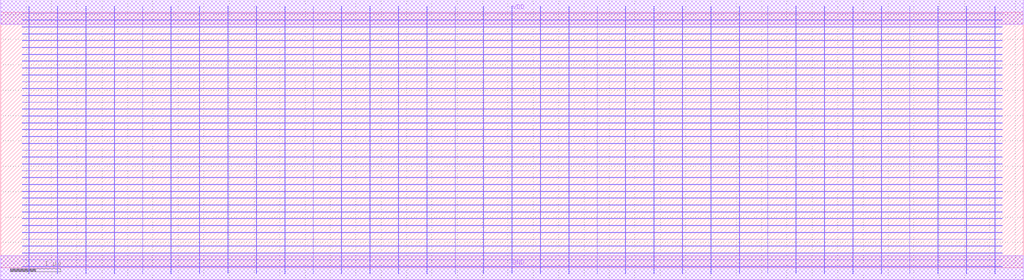
<source format=lef>
MACRO MUX8
 CLASS CORE ;
 FOREIGN MUX8 0 0 ;
 SIZE 20.16 BY 5.04 ;
 ORIGIN 0 0 ;
 SYMMETRY X Y R90 ;
 SITE unit ;
  PIN VDD
   DIRECTION INOUT ;
   USE POWER ;
   SHAPE ABUTMENT ;
    PORT
     CLASS CORE ;
       LAYER met1 ;
        RECT 0.00000000 4.80000000 20.16000000 5.28000000 ;
    END
  END VDD

  PIN GND
   DIRECTION INOUT ;
   USE POWER ;
   SHAPE ABUTMENT ;
    PORT
     CLASS CORE ;
       LAYER met1 ;
        RECT 0.00000000 -0.24000000 20.16000000 0.24000000 ;
    END
  END GND

 OBS
    LAYER polycont ;
     RECT 1.11600000 2.58300000 1.12400000 2.59100000 ;
     RECT 2.23600000 2.58300000 2.24400000 2.59100000 ;
     RECT 3.35600000 2.58300000 3.36400000 2.59100000 ;
     RECT 4.47600000 2.58300000 4.48400000 2.59100000 ;
     RECT 5.59600000 2.58300000 5.60400000 2.59100000 ;
     RECT 6.71600000 2.58300000 6.72400000 2.59100000 ;
     RECT 7.83600000 2.58300000 7.84400000 2.59100000 ;
     RECT 8.95600000 2.58300000 8.96400000 2.59100000 ;
     RECT 10.07600000 2.58300000 10.08400000 2.59100000 ;
     RECT 11.19600000 2.58300000 11.20400000 2.59100000 ;
     RECT 12.31600000 2.58300000 12.32400000 2.59100000 ;
     RECT 13.43600000 2.58300000 13.44400000 2.59100000 ;
     RECT 14.55600000 2.58300000 14.56400000 2.59100000 ;
     RECT 15.67600000 2.58300000 15.68400000 2.59100000 ;
     RECT 16.79600000 2.58300000 16.80400000 2.59100000 ;
     RECT 17.91600000 2.58300000 17.92400000 2.59100000 ;
     RECT 19.03600000 2.58300000 19.04400000 2.59100000 ;
     RECT 1.11600000 2.98800000 1.12400000 2.99600000 ;
     RECT 2.23600000 2.98800000 2.24400000 2.99600000 ;
     RECT 3.35600000 2.98800000 3.36400000 2.99600000 ;
     RECT 4.47600000 2.98800000 4.48400000 2.99600000 ;
     RECT 5.59600000 2.98800000 5.60400000 2.99600000 ;
     RECT 6.71600000 2.98800000 6.72400000 2.99600000 ;
     RECT 7.83600000 2.98800000 7.84400000 2.99600000 ;
     RECT 8.95600000 2.98800000 8.96400000 2.99600000 ;
     RECT 10.07600000 2.98800000 10.08400000 2.99600000 ;
     RECT 11.19600000 2.98800000 11.20400000 2.99600000 ;
     RECT 12.31600000 2.98800000 12.32400000 2.99600000 ;
     RECT 13.43600000 2.98800000 13.44400000 2.99600000 ;
     RECT 14.55600000 2.98800000 14.56400000 2.99600000 ;
     RECT 15.67600000 2.98800000 15.68400000 2.99600000 ;
     RECT 16.79600000 2.98800000 16.80400000 2.99600000 ;
     RECT 17.91600000 2.98800000 17.92400000 2.99600000 ;
     RECT 19.03600000 2.98800000 19.04400000 2.99600000 ;

    LAYER pdiffc ;
     RECT 10.63600000 3.39300000 10.64400000 3.40100000 ;
     RECT 11.75600000 3.39300000 11.76400000 3.40100000 ;
     RECT 12.87600000 3.39300000 12.88400000 3.40100000 ;
     RECT 13.99600000 3.39300000 14.00400000 3.40100000 ;
     RECT 15.11600000 3.39300000 15.12400000 3.40100000 ;
     RECT 16.23600000 3.39300000 16.24400000 3.40100000 ;
     RECT 17.35600000 3.39300000 17.36400000 3.40100000 ;
     RECT 18.47600000 3.39300000 18.48400000 3.40100000 ;
     RECT 19.59600000 3.39300000 19.60400000 3.40100000 ;
     RECT 10.63600000 3.52800000 10.64400000 3.53600000 ;
     RECT 11.75600000 3.52800000 11.76400000 3.53600000 ;
     RECT 12.87600000 3.52800000 12.88400000 3.53600000 ;
     RECT 13.99600000 3.52800000 14.00400000 3.53600000 ;
     RECT 15.11600000 3.52800000 15.12400000 3.53600000 ;
     RECT 16.23600000 3.52800000 16.24400000 3.53600000 ;
     RECT 17.35600000 3.52800000 17.36400000 3.53600000 ;
     RECT 18.47600000 3.52800000 18.48400000 3.53600000 ;
     RECT 19.59600000 3.52800000 19.60400000 3.53600000 ;
     RECT 10.63600000 3.66300000 10.64400000 3.67100000 ;
     RECT 11.75600000 3.66300000 11.76400000 3.67100000 ;
     RECT 12.87600000 3.66300000 12.88400000 3.67100000 ;
     RECT 13.99600000 3.66300000 14.00400000 3.67100000 ;
     RECT 15.11600000 3.66300000 15.12400000 3.67100000 ;
     RECT 16.23600000 3.66300000 16.24400000 3.67100000 ;
     RECT 17.35600000 3.66300000 17.36400000 3.67100000 ;
     RECT 18.47600000 3.66300000 18.48400000 3.67100000 ;
     RECT 19.59600000 3.66300000 19.60400000 3.67100000 ;
     RECT 10.63600000 3.79800000 10.64400000 3.80600000 ;
     RECT 11.75600000 3.79800000 11.76400000 3.80600000 ;
     RECT 12.87600000 3.79800000 12.88400000 3.80600000 ;
     RECT 13.99600000 3.79800000 14.00400000 3.80600000 ;
     RECT 15.11600000 3.79800000 15.12400000 3.80600000 ;
     RECT 16.23600000 3.79800000 16.24400000 3.80600000 ;
     RECT 17.35600000 3.79800000 17.36400000 3.80600000 ;
     RECT 18.47600000 3.79800000 18.48400000 3.80600000 ;
     RECT 19.59600000 3.79800000 19.60400000 3.80600000 ;
     RECT 10.63600000 3.93300000 10.64400000 3.94100000 ;
     RECT 11.75600000 3.93300000 11.76400000 3.94100000 ;
     RECT 12.87600000 3.93300000 12.88400000 3.94100000 ;
     RECT 13.99600000 3.93300000 14.00400000 3.94100000 ;
     RECT 15.11600000 3.93300000 15.12400000 3.94100000 ;
     RECT 16.23600000 3.93300000 16.24400000 3.94100000 ;
     RECT 17.35600000 3.93300000 17.36400000 3.94100000 ;
     RECT 18.47600000 3.93300000 18.48400000 3.94100000 ;
     RECT 19.59600000 3.93300000 19.60400000 3.94100000 ;
     RECT 10.63600000 4.06800000 10.64400000 4.07600000 ;
     RECT 11.75600000 4.06800000 11.76400000 4.07600000 ;
     RECT 12.87600000 4.06800000 12.88400000 4.07600000 ;
     RECT 13.99600000 4.06800000 14.00400000 4.07600000 ;
     RECT 15.11600000 4.06800000 15.12400000 4.07600000 ;
     RECT 16.23600000 4.06800000 16.24400000 4.07600000 ;
     RECT 17.35600000 4.06800000 17.36400000 4.07600000 ;
     RECT 18.47600000 4.06800000 18.48400000 4.07600000 ;
     RECT 19.59600000 4.06800000 19.60400000 4.07600000 ;
     RECT 10.63600000 4.20300000 10.64400000 4.21100000 ;
     RECT 11.75600000 4.20300000 11.76400000 4.21100000 ;
     RECT 12.87600000 4.20300000 12.88400000 4.21100000 ;
     RECT 13.99600000 4.20300000 14.00400000 4.21100000 ;
     RECT 15.11600000 4.20300000 15.12400000 4.21100000 ;
     RECT 16.23600000 4.20300000 16.24400000 4.21100000 ;
     RECT 17.35600000 4.20300000 17.36400000 4.21100000 ;
     RECT 18.47600000 4.20300000 18.48400000 4.21100000 ;
     RECT 19.59600000 4.20300000 19.60400000 4.21100000 ;
     RECT 10.63600000 4.33800000 10.64400000 4.34600000 ;
     RECT 11.75600000 4.33800000 11.76400000 4.34600000 ;
     RECT 12.87600000 4.33800000 12.88400000 4.34600000 ;
     RECT 13.99600000 4.33800000 14.00400000 4.34600000 ;
     RECT 15.11600000 4.33800000 15.12400000 4.34600000 ;
     RECT 16.23600000 4.33800000 16.24400000 4.34600000 ;
     RECT 17.35600000 4.33800000 17.36400000 4.34600000 ;
     RECT 18.47600000 4.33800000 18.48400000 4.34600000 ;
     RECT 19.59600000 4.33800000 19.60400000 4.34600000 ;
     RECT 10.63600000 4.47300000 10.64400000 4.48100000 ;
     RECT 11.75600000 4.47300000 11.76400000 4.48100000 ;
     RECT 12.87600000 4.47300000 12.88400000 4.48100000 ;
     RECT 13.99600000 4.47300000 14.00400000 4.48100000 ;
     RECT 15.11600000 4.47300000 15.12400000 4.48100000 ;
     RECT 16.23600000 4.47300000 16.24400000 4.48100000 ;
     RECT 17.35600000 4.47300000 17.36400000 4.48100000 ;
     RECT 18.47600000 4.47300000 18.48400000 4.48100000 ;
     RECT 19.59600000 4.47300000 19.60400000 4.48100000 ;
     RECT 10.63600000 4.60800000 10.64400000 4.61600000 ;
     RECT 11.75600000 4.60800000 11.76400000 4.61600000 ;
     RECT 12.87600000 4.60800000 12.88400000 4.61600000 ;
     RECT 13.99600000 4.60800000 14.00400000 4.61600000 ;
     RECT 15.11600000 4.60800000 15.12400000 4.61600000 ;
     RECT 16.23600000 4.60800000 16.24400000 4.61600000 ;
     RECT 17.35600000 4.60800000 17.36400000 4.61600000 ;
     RECT 18.47600000 4.60800000 18.48400000 4.61600000 ;
     RECT 19.59600000 4.60800000 19.60400000 4.61600000 ;
     RECT 0.55600000 4.06800000 0.56400000 4.07600000 ;
     RECT 1.67600000 4.06800000 1.68400000 4.07600000 ;
     RECT 2.79600000 4.06800000 2.80400000 4.07600000 ;
     RECT 3.91600000 4.06800000 3.92400000 4.07600000 ;
     RECT 5.03600000 4.06800000 5.04400000 4.07600000 ;
     RECT 6.15600000 4.06800000 6.16400000 4.07600000 ;
     RECT 7.27600000 4.06800000 7.28400000 4.07600000 ;
     RECT 8.39600000 4.06800000 8.40400000 4.07600000 ;
     RECT 9.51600000 4.06800000 9.52400000 4.07600000 ;
     RECT 0.55600000 3.52800000 0.56400000 3.53600000 ;
     RECT 1.67600000 3.52800000 1.68400000 3.53600000 ;
     RECT 2.79600000 3.52800000 2.80400000 3.53600000 ;
     RECT 3.91600000 3.52800000 3.92400000 3.53600000 ;
     RECT 5.03600000 3.52800000 5.04400000 3.53600000 ;
     RECT 6.15600000 3.52800000 6.16400000 3.53600000 ;
     RECT 7.27600000 3.52800000 7.28400000 3.53600000 ;
     RECT 8.39600000 3.52800000 8.40400000 3.53600000 ;
     RECT 9.51600000 3.52800000 9.52400000 3.53600000 ;
     RECT 0.55600000 4.20300000 0.56400000 4.21100000 ;
     RECT 1.67600000 4.20300000 1.68400000 4.21100000 ;
     RECT 2.79600000 4.20300000 2.80400000 4.21100000 ;
     RECT 3.91600000 4.20300000 3.92400000 4.21100000 ;
     RECT 5.03600000 4.20300000 5.04400000 4.21100000 ;
     RECT 6.15600000 4.20300000 6.16400000 4.21100000 ;
     RECT 7.27600000 4.20300000 7.28400000 4.21100000 ;
     RECT 8.39600000 4.20300000 8.40400000 4.21100000 ;
     RECT 9.51600000 4.20300000 9.52400000 4.21100000 ;
     RECT 0.55600000 3.79800000 0.56400000 3.80600000 ;
     RECT 1.67600000 3.79800000 1.68400000 3.80600000 ;
     RECT 2.79600000 3.79800000 2.80400000 3.80600000 ;
     RECT 3.91600000 3.79800000 3.92400000 3.80600000 ;
     RECT 5.03600000 3.79800000 5.04400000 3.80600000 ;
     RECT 6.15600000 3.79800000 6.16400000 3.80600000 ;
     RECT 7.27600000 3.79800000 7.28400000 3.80600000 ;
     RECT 8.39600000 3.79800000 8.40400000 3.80600000 ;
     RECT 9.51600000 3.79800000 9.52400000 3.80600000 ;
     RECT 0.55600000 4.33800000 0.56400000 4.34600000 ;
     RECT 1.67600000 4.33800000 1.68400000 4.34600000 ;
     RECT 2.79600000 4.33800000 2.80400000 4.34600000 ;
     RECT 3.91600000 4.33800000 3.92400000 4.34600000 ;
     RECT 5.03600000 4.33800000 5.04400000 4.34600000 ;
     RECT 6.15600000 4.33800000 6.16400000 4.34600000 ;
     RECT 7.27600000 4.33800000 7.28400000 4.34600000 ;
     RECT 8.39600000 4.33800000 8.40400000 4.34600000 ;
     RECT 9.51600000 4.33800000 9.52400000 4.34600000 ;
     RECT 0.55600000 3.39300000 0.56400000 3.40100000 ;
     RECT 1.67600000 3.39300000 1.68400000 3.40100000 ;
     RECT 2.79600000 3.39300000 2.80400000 3.40100000 ;
     RECT 3.91600000 3.39300000 3.92400000 3.40100000 ;
     RECT 5.03600000 3.39300000 5.04400000 3.40100000 ;
     RECT 6.15600000 3.39300000 6.16400000 3.40100000 ;
     RECT 7.27600000 3.39300000 7.28400000 3.40100000 ;
     RECT 8.39600000 3.39300000 8.40400000 3.40100000 ;
     RECT 9.51600000 3.39300000 9.52400000 3.40100000 ;
     RECT 0.55600000 4.47300000 0.56400000 4.48100000 ;
     RECT 1.67600000 4.47300000 1.68400000 4.48100000 ;
     RECT 2.79600000 4.47300000 2.80400000 4.48100000 ;
     RECT 3.91600000 4.47300000 3.92400000 4.48100000 ;
     RECT 5.03600000 4.47300000 5.04400000 4.48100000 ;
     RECT 6.15600000 4.47300000 6.16400000 4.48100000 ;
     RECT 7.27600000 4.47300000 7.28400000 4.48100000 ;
     RECT 8.39600000 4.47300000 8.40400000 4.48100000 ;
     RECT 9.51600000 4.47300000 9.52400000 4.48100000 ;
     RECT 0.55600000 3.93300000 0.56400000 3.94100000 ;
     RECT 1.67600000 3.93300000 1.68400000 3.94100000 ;
     RECT 2.79600000 3.93300000 2.80400000 3.94100000 ;
     RECT 3.91600000 3.93300000 3.92400000 3.94100000 ;
     RECT 5.03600000 3.93300000 5.04400000 3.94100000 ;
     RECT 6.15600000 3.93300000 6.16400000 3.94100000 ;
     RECT 7.27600000 3.93300000 7.28400000 3.94100000 ;
     RECT 8.39600000 3.93300000 8.40400000 3.94100000 ;
     RECT 9.51600000 3.93300000 9.52400000 3.94100000 ;
     RECT 0.55600000 4.60800000 0.56400000 4.61600000 ;
     RECT 1.67600000 4.60800000 1.68400000 4.61600000 ;
     RECT 2.79600000 4.60800000 2.80400000 4.61600000 ;
     RECT 3.91600000 4.60800000 3.92400000 4.61600000 ;
     RECT 5.03600000 4.60800000 5.04400000 4.61600000 ;
     RECT 6.15600000 4.60800000 6.16400000 4.61600000 ;
     RECT 7.27600000 4.60800000 7.28400000 4.61600000 ;
     RECT 8.39600000 4.60800000 8.40400000 4.61600000 ;
     RECT 9.51600000 4.60800000 9.52400000 4.61600000 ;
     RECT 0.55600000 3.66300000 0.56400000 3.67100000 ;
     RECT 1.67600000 3.66300000 1.68400000 3.67100000 ;
     RECT 2.79600000 3.66300000 2.80400000 3.67100000 ;
     RECT 3.91600000 3.66300000 3.92400000 3.67100000 ;
     RECT 5.03600000 3.66300000 5.04400000 3.67100000 ;
     RECT 6.15600000 3.66300000 6.16400000 3.67100000 ;
     RECT 7.27600000 3.66300000 7.28400000 3.67100000 ;
     RECT 8.39600000 3.66300000 8.40400000 3.67100000 ;
     RECT 9.51600000 3.66300000 9.52400000 3.67100000 ;

    LAYER ndiffc ;
     RECT 15.11600000 0.42300000 15.12400000 0.43100000 ;
     RECT 16.23600000 0.42300000 16.24400000 0.43100000 ;
     RECT 17.35600000 0.42300000 17.36400000 0.43100000 ;
     RECT 18.47600000 0.42300000 18.48400000 0.43100000 ;
     RECT 19.59600000 0.42300000 19.60400000 0.43100000 ;
     RECT 15.11600000 0.55800000 15.12400000 0.56600000 ;
     RECT 16.23600000 0.55800000 16.24400000 0.56600000 ;
     RECT 17.35600000 0.55800000 17.36400000 0.56600000 ;
     RECT 18.47600000 0.55800000 18.48400000 0.56600000 ;
     RECT 19.59600000 0.55800000 19.60400000 0.56600000 ;
     RECT 15.11600000 0.69300000 15.12400000 0.70100000 ;
     RECT 16.23600000 0.69300000 16.24400000 0.70100000 ;
     RECT 17.35600000 0.69300000 17.36400000 0.70100000 ;
     RECT 18.47600000 0.69300000 18.48400000 0.70100000 ;
     RECT 19.59600000 0.69300000 19.60400000 0.70100000 ;
     RECT 15.11600000 0.82800000 15.12400000 0.83600000 ;
     RECT 16.23600000 0.82800000 16.24400000 0.83600000 ;
     RECT 17.35600000 0.82800000 17.36400000 0.83600000 ;
     RECT 18.47600000 0.82800000 18.48400000 0.83600000 ;
     RECT 19.59600000 0.82800000 19.60400000 0.83600000 ;
     RECT 15.11600000 0.96300000 15.12400000 0.97100000 ;
     RECT 16.23600000 0.96300000 16.24400000 0.97100000 ;
     RECT 17.35600000 0.96300000 17.36400000 0.97100000 ;
     RECT 18.47600000 0.96300000 18.48400000 0.97100000 ;
     RECT 19.59600000 0.96300000 19.60400000 0.97100000 ;
     RECT 15.11600000 1.09800000 15.12400000 1.10600000 ;
     RECT 16.23600000 1.09800000 16.24400000 1.10600000 ;
     RECT 17.35600000 1.09800000 17.36400000 1.10600000 ;
     RECT 18.47600000 1.09800000 18.48400000 1.10600000 ;
     RECT 19.59600000 1.09800000 19.60400000 1.10600000 ;
     RECT 15.11600000 1.23300000 15.12400000 1.24100000 ;
     RECT 16.23600000 1.23300000 16.24400000 1.24100000 ;
     RECT 17.35600000 1.23300000 17.36400000 1.24100000 ;
     RECT 18.47600000 1.23300000 18.48400000 1.24100000 ;
     RECT 19.59600000 1.23300000 19.60400000 1.24100000 ;
     RECT 15.11600000 1.36800000 15.12400000 1.37600000 ;
     RECT 16.23600000 1.36800000 16.24400000 1.37600000 ;
     RECT 17.35600000 1.36800000 17.36400000 1.37600000 ;
     RECT 18.47600000 1.36800000 18.48400000 1.37600000 ;
     RECT 19.59600000 1.36800000 19.60400000 1.37600000 ;
     RECT 15.11600000 1.50300000 15.12400000 1.51100000 ;
     RECT 16.23600000 1.50300000 16.24400000 1.51100000 ;
     RECT 17.35600000 1.50300000 17.36400000 1.51100000 ;
     RECT 18.47600000 1.50300000 18.48400000 1.51100000 ;
     RECT 19.59600000 1.50300000 19.60400000 1.51100000 ;
     RECT 15.11600000 1.63800000 15.12400000 1.64600000 ;
     RECT 16.23600000 1.63800000 16.24400000 1.64600000 ;
     RECT 17.35600000 1.63800000 17.36400000 1.64600000 ;
     RECT 18.47600000 1.63800000 18.48400000 1.64600000 ;
     RECT 19.59600000 1.63800000 19.60400000 1.64600000 ;
     RECT 15.11600000 1.77300000 15.12400000 1.78100000 ;
     RECT 16.23600000 1.77300000 16.24400000 1.78100000 ;
     RECT 17.35600000 1.77300000 17.36400000 1.78100000 ;
     RECT 18.47600000 1.77300000 18.48400000 1.78100000 ;
     RECT 19.59600000 1.77300000 19.60400000 1.78100000 ;
     RECT 15.11600000 1.90800000 15.12400000 1.91600000 ;
     RECT 16.23600000 1.90800000 16.24400000 1.91600000 ;
     RECT 17.35600000 1.90800000 17.36400000 1.91600000 ;
     RECT 18.47600000 1.90800000 18.48400000 1.91600000 ;
     RECT 19.59600000 1.90800000 19.60400000 1.91600000 ;
     RECT 15.11600000 2.04300000 15.12400000 2.05100000 ;
     RECT 16.23600000 2.04300000 16.24400000 2.05100000 ;
     RECT 17.35600000 2.04300000 17.36400000 2.05100000 ;
     RECT 18.47600000 2.04300000 18.48400000 2.05100000 ;
     RECT 19.59600000 2.04300000 19.60400000 2.05100000 ;
     RECT 12.87600000 1.36800000 12.88400000 1.37600000 ;
     RECT 13.99600000 1.36800000 14.00400000 1.37600000 ;
     RECT 11.75600000 0.69300000 11.76400000 0.70100000 ;
     RECT 10.63600000 0.96300000 10.64400000 0.97100000 ;
     RECT 11.75600000 0.96300000 11.76400000 0.97100000 ;
     RECT 12.87600000 0.96300000 12.88400000 0.97100000 ;
     RECT 13.99600000 0.96300000 14.00400000 0.97100000 ;
     RECT 10.63600000 1.50300000 10.64400000 1.51100000 ;
     RECT 11.75600000 1.50300000 11.76400000 1.51100000 ;
     RECT 12.87600000 1.50300000 12.88400000 1.51100000 ;
     RECT 13.99600000 1.50300000 14.00400000 1.51100000 ;
     RECT 12.87600000 0.69300000 12.88400000 0.70100000 ;
     RECT 13.99600000 0.69300000 14.00400000 0.70100000 ;
     RECT 11.75600000 0.55800000 11.76400000 0.56600000 ;
     RECT 12.87600000 0.55800000 12.88400000 0.56600000 ;
     RECT 13.99600000 0.55800000 14.00400000 0.56600000 ;
     RECT 10.63600000 1.63800000 10.64400000 1.64600000 ;
     RECT 11.75600000 1.63800000 11.76400000 1.64600000 ;
     RECT 12.87600000 1.63800000 12.88400000 1.64600000 ;
     RECT 13.99600000 1.63800000 14.00400000 1.64600000 ;
     RECT 10.63600000 1.09800000 10.64400000 1.10600000 ;
     RECT 11.75600000 1.09800000 11.76400000 1.10600000 ;
     RECT 12.87600000 1.09800000 12.88400000 1.10600000 ;
     RECT 13.99600000 1.09800000 14.00400000 1.10600000 ;
     RECT 11.75600000 0.42300000 11.76400000 0.43100000 ;
     RECT 10.63600000 1.77300000 10.64400000 1.78100000 ;
     RECT 11.75600000 1.77300000 11.76400000 1.78100000 ;
     RECT 12.87600000 1.77300000 12.88400000 1.78100000 ;
     RECT 13.99600000 1.77300000 14.00400000 1.78100000 ;
     RECT 12.87600000 0.42300000 12.88400000 0.43100000 ;
     RECT 10.63600000 0.82800000 10.64400000 0.83600000 ;
     RECT 11.75600000 0.82800000 11.76400000 0.83600000 ;
     RECT 12.87600000 0.82800000 12.88400000 0.83600000 ;
     RECT 10.63600000 1.23300000 10.64400000 1.24100000 ;
     RECT 10.63600000 1.90800000 10.64400000 1.91600000 ;
     RECT 11.75600000 1.90800000 11.76400000 1.91600000 ;
     RECT 12.87600000 1.90800000 12.88400000 1.91600000 ;
     RECT 13.99600000 1.90800000 14.00400000 1.91600000 ;
     RECT 11.75600000 1.23300000 11.76400000 1.24100000 ;
     RECT 12.87600000 1.23300000 12.88400000 1.24100000 ;
     RECT 13.99600000 1.23300000 14.00400000 1.24100000 ;
     RECT 13.99600000 0.82800000 14.00400000 0.83600000 ;
     RECT 13.99600000 0.42300000 14.00400000 0.43100000 ;
     RECT 10.63600000 2.04300000 10.64400000 2.05100000 ;
     RECT 11.75600000 2.04300000 11.76400000 2.05100000 ;
     RECT 12.87600000 2.04300000 12.88400000 2.05100000 ;
     RECT 13.99600000 2.04300000 14.00400000 2.05100000 ;
     RECT 10.63600000 0.42300000 10.64400000 0.43100000 ;
     RECT 10.63600000 0.55800000 10.64400000 0.56600000 ;
     RECT 10.63600000 0.69300000 10.64400000 0.70100000 ;
     RECT 10.63600000 1.36800000 10.64400000 1.37600000 ;
     RECT 11.75600000 1.36800000 11.76400000 1.37600000 ;
     RECT 6.15600000 0.82800000 6.16400000 0.83600000 ;
     RECT 7.27600000 0.82800000 7.28400000 0.83600000 ;
     RECT 8.39600000 0.82800000 8.40400000 0.83600000 ;
     RECT 9.51600000 0.82800000 9.52400000 0.83600000 ;
     RECT 6.15600000 1.36800000 6.16400000 1.37600000 ;
     RECT 7.27600000 1.36800000 7.28400000 1.37600000 ;
     RECT 8.39600000 1.36800000 8.40400000 1.37600000 ;
     RECT 9.51600000 1.36800000 9.52400000 1.37600000 ;
     RECT 6.15600000 0.42300000 6.16400000 0.43100000 ;
     RECT 7.27600000 0.42300000 7.28400000 0.43100000 ;
     RECT 8.39600000 0.42300000 8.40400000 0.43100000 ;
     RECT 9.51600000 0.42300000 9.52400000 0.43100000 ;
     RECT 6.15600000 1.50300000 6.16400000 1.51100000 ;
     RECT 7.27600000 1.50300000 7.28400000 1.51100000 ;
     RECT 8.39600000 1.50300000 8.40400000 1.51100000 ;
     RECT 9.51600000 1.50300000 9.52400000 1.51100000 ;
     RECT 6.15600000 0.96300000 6.16400000 0.97100000 ;
     RECT 7.27600000 0.96300000 7.28400000 0.97100000 ;
     RECT 8.39600000 0.96300000 8.40400000 0.97100000 ;
     RECT 9.51600000 0.96300000 9.52400000 0.97100000 ;
     RECT 6.15600000 1.63800000 6.16400000 1.64600000 ;
     RECT 7.27600000 1.63800000 7.28400000 1.64600000 ;
     RECT 8.39600000 1.63800000 8.40400000 1.64600000 ;
     RECT 9.51600000 1.63800000 9.52400000 1.64600000 ;
     RECT 6.15600000 0.69300000 6.16400000 0.70100000 ;
     RECT 7.27600000 0.69300000 7.28400000 0.70100000 ;
     RECT 8.39600000 0.69300000 8.40400000 0.70100000 ;
     RECT 9.51600000 0.69300000 9.52400000 0.70100000 ;
     RECT 6.15600000 1.77300000 6.16400000 1.78100000 ;
     RECT 7.27600000 1.77300000 7.28400000 1.78100000 ;
     RECT 8.39600000 1.77300000 8.40400000 1.78100000 ;
     RECT 9.51600000 1.77300000 9.52400000 1.78100000 ;
     RECT 6.15600000 1.09800000 6.16400000 1.10600000 ;
     RECT 7.27600000 1.09800000 7.28400000 1.10600000 ;
     RECT 8.39600000 1.09800000 8.40400000 1.10600000 ;
     RECT 9.51600000 1.09800000 9.52400000 1.10600000 ;
     RECT 6.15600000 1.90800000 6.16400000 1.91600000 ;
     RECT 7.27600000 1.90800000 7.28400000 1.91600000 ;
     RECT 8.39600000 1.90800000 8.40400000 1.91600000 ;
     RECT 9.51600000 1.90800000 9.52400000 1.91600000 ;
     RECT 6.15600000 0.55800000 6.16400000 0.56600000 ;
     RECT 7.27600000 0.55800000 7.28400000 0.56600000 ;
     RECT 8.39600000 0.55800000 8.40400000 0.56600000 ;
     RECT 9.51600000 0.55800000 9.52400000 0.56600000 ;
     RECT 6.15600000 2.04300000 6.16400000 2.05100000 ;
     RECT 7.27600000 2.04300000 7.28400000 2.05100000 ;
     RECT 8.39600000 2.04300000 8.40400000 2.05100000 ;
     RECT 9.51600000 2.04300000 9.52400000 2.05100000 ;
     RECT 6.15600000 1.23300000 6.16400000 1.24100000 ;
     RECT 7.27600000 1.23300000 7.28400000 1.24100000 ;
     RECT 8.39600000 1.23300000 8.40400000 1.24100000 ;
     RECT 9.51600000 1.23300000 9.52400000 1.24100000 ;
     RECT 5.03600000 0.42300000 5.04400000 0.43100000 ;
     RECT 3.91600000 0.82800000 3.92400000 0.83600000 ;
     RECT 0.55600000 0.69300000 0.56400000 0.70100000 ;
     RECT 1.67600000 0.69300000 1.68400000 0.70100000 ;
     RECT 2.79600000 0.69300000 2.80400000 0.70100000 ;
     RECT 3.91600000 0.69300000 3.92400000 0.70100000 ;
     RECT 5.03600000 0.69300000 5.04400000 0.70100000 ;
     RECT 0.55600000 1.36800000 0.56400000 1.37600000 ;
     RECT 1.67600000 1.36800000 1.68400000 1.37600000 ;
     RECT 2.79600000 1.36800000 2.80400000 1.37600000 ;
     RECT 0.55600000 1.50300000 0.56400000 1.51100000 ;
     RECT 0.55600000 1.77300000 0.56400000 1.78100000 ;
     RECT 1.67600000 1.77300000 1.68400000 1.78100000 ;
     RECT 2.79600000 1.77300000 2.80400000 1.78100000 ;
     RECT 3.91600000 1.77300000 3.92400000 1.78100000 ;
     RECT 5.03600000 1.77300000 5.04400000 1.78100000 ;
     RECT 1.67600000 1.50300000 1.68400000 1.51100000 ;
     RECT 2.79600000 1.50300000 2.80400000 1.51100000 ;
     RECT 3.91600000 1.50300000 3.92400000 1.51100000 ;
     RECT 5.03600000 1.50300000 5.04400000 1.51100000 ;
     RECT 0.55600000 1.09800000 0.56400000 1.10600000 ;
     RECT 1.67600000 1.09800000 1.68400000 1.10600000 ;
     RECT 2.79600000 1.09800000 2.80400000 1.10600000 ;
     RECT 3.91600000 1.09800000 3.92400000 1.10600000 ;
     RECT 5.03600000 1.09800000 5.04400000 1.10600000 ;
     RECT 3.91600000 1.36800000 3.92400000 1.37600000 ;
     RECT 5.03600000 1.36800000 5.04400000 1.37600000 ;
     RECT 5.03600000 0.82800000 5.04400000 0.83600000 ;
     RECT 0.55600000 0.82800000 0.56400000 0.83600000 ;
     RECT 0.55600000 1.90800000 0.56400000 1.91600000 ;
     RECT 1.67600000 1.90800000 1.68400000 1.91600000 ;
     RECT 2.79600000 1.90800000 2.80400000 1.91600000 ;
     RECT 3.91600000 1.90800000 3.92400000 1.91600000 ;
     RECT 5.03600000 1.90800000 5.04400000 1.91600000 ;
     RECT 0.55600000 0.96300000 0.56400000 0.97100000 ;
     RECT 1.67600000 0.96300000 1.68400000 0.97100000 ;
     RECT 2.79600000 0.96300000 2.80400000 0.97100000 ;
     RECT 3.91600000 0.96300000 3.92400000 0.97100000 ;
     RECT 0.55600000 0.55800000 0.56400000 0.56600000 ;
     RECT 1.67600000 0.55800000 1.68400000 0.56600000 ;
     RECT 2.79600000 0.55800000 2.80400000 0.56600000 ;
     RECT 3.91600000 0.55800000 3.92400000 0.56600000 ;
     RECT 5.03600000 0.55800000 5.04400000 0.56600000 ;
     RECT 5.03600000 0.96300000 5.04400000 0.97100000 ;
     RECT 1.67600000 0.82800000 1.68400000 0.83600000 ;
     RECT 2.79600000 0.82800000 2.80400000 0.83600000 ;
     RECT 0.55600000 0.42300000 0.56400000 0.43100000 ;
     RECT 0.55600000 2.04300000 0.56400000 2.05100000 ;
     RECT 1.67600000 2.04300000 1.68400000 2.05100000 ;
     RECT 2.79600000 2.04300000 2.80400000 2.05100000 ;
     RECT 3.91600000 2.04300000 3.92400000 2.05100000 ;
     RECT 5.03600000 2.04300000 5.04400000 2.05100000 ;
     RECT 1.67600000 0.42300000 1.68400000 0.43100000 ;
     RECT 0.55600000 1.63800000 0.56400000 1.64600000 ;
     RECT 1.67600000 1.63800000 1.68400000 1.64600000 ;
     RECT 2.79600000 1.63800000 2.80400000 1.64600000 ;
     RECT 0.55600000 1.23300000 0.56400000 1.24100000 ;
     RECT 1.67600000 1.23300000 1.68400000 1.24100000 ;
     RECT 2.79600000 1.23300000 2.80400000 1.24100000 ;
     RECT 3.91600000 1.23300000 3.92400000 1.24100000 ;
     RECT 5.03600000 1.23300000 5.04400000 1.24100000 ;
     RECT 3.91600000 1.63800000 3.92400000 1.64600000 ;
     RECT 5.03600000 1.63800000 5.04400000 1.64600000 ;
     RECT 2.79600000 0.42300000 2.80400000 0.43100000 ;
     RECT 3.91600000 0.42300000 3.92400000 0.43100000 ;

    LAYER met1 ;
     RECT 0.00000000 -0.24000000 20.16000000 0.24000000 ;
     RECT 10.07600000 0.24000000 10.08400000 0.28800000 ;
     RECT 0.44500000 0.28800000 19.71500000 0.29600000 ;
     RECT 10.07600000 0.29600000 10.08400000 0.42300000 ;
     RECT 0.44500000 0.42300000 19.71500000 0.43100000 ;
     RECT 10.07600000 0.43100000 10.08400000 0.55800000 ;
     RECT 0.44500000 0.55800000 19.71500000 0.56600000 ;
     RECT 10.07600000 0.56600000 10.08400000 0.69300000 ;
     RECT 0.44500000 0.69300000 19.71500000 0.70100000 ;
     RECT 10.07600000 0.70100000 10.08400000 0.82800000 ;
     RECT 0.44500000 0.82800000 19.71500000 0.83600000 ;
     RECT 10.07600000 0.83600000 10.08400000 0.96300000 ;
     RECT 0.44500000 0.96300000 19.71500000 0.97100000 ;
     RECT 10.07600000 0.97100000 10.08400000 1.09800000 ;
     RECT 0.44500000 1.09800000 19.71500000 1.10600000 ;
     RECT 10.07600000 1.10600000 10.08400000 1.23300000 ;
     RECT 0.44500000 1.23300000 19.71500000 1.24100000 ;
     RECT 10.07600000 1.24100000 10.08400000 1.36800000 ;
     RECT 0.44500000 1.36800000 19.71500000 1.37600000 ;
     RECT 10.07600000 1.37600000 10.08400000 1.50300000 ;
     RECT 0.44500000 1.50300000 19.71500000 1.51100000 ;
     RECT 10.07600000 1.51100000 10.08400000 1.63800000 ;
     RECT 0.44500000 1.63800000 19.71500000 1.64600000 ;
     RECT 10.07600000 1.64600000 10.08400000 1.77300000 ;
     RECT 0.44500000 1.77300000 19.71500000 1.78100000 ;
     RECT 10.07600000 1.78100000 10.08400000 1.90800000 ;
     RECT 0.44500000 1.90800000 19.71500000 1.91600000 ;
     RECT 10.07600000 1.91600000 10.08400000 2.04300000 ;
     RECT 0.44500000 2.04300000 19.71500000 2.05100000 ;
     RECT 10.07600000 2.05100000 10.08400000 2.17800000 ;
     RECT 0.44500000 2.17800000 19.71500000 2.18600000 ;
     RECT 10.07600000 2.18600000 10.08400000 2.31300000 ;
     RECT 0.44500000 2.31300000 19.71500000 2.32100000 ;
     RECT 10.07600000 2.32100000 10.08400000 2.44800000 ;
     RECT 0.44500000 2.44800000 19.71500000 2.45600000 ;
     RECT 0.55600000 2.45600000 0.56400000 2.58300000 ;
     RECT 1.11600000 2.45600000 1.12400000 2.58300000 ;
     RECT 1.67600000 2.45600000 1.68400000 2.58300000 ;
     RECT 2.23600000 2.45600000 2.24400000 2.58300000 ;
     RECT 2.79600000 2.45600000 2.80400000 2.58300000 ;
     RECT 3.35600000 2.45600000 3.36400000 2.58300000 ;
     RECT 3.91600000 2.45600000 3.92400000 2.58300000 ;
     RECT 4.47600000 2.45600000 4.48400000 2.58300000 ;
     RECT 5.03600000 2.45600000 5.04400000 2.58300000 ;
     RECT 5.59600000 2.45600000 5.60400000 2.58300000 ;
     RECT 6.15600000 2.45600000 6.16400000 2.58300000 ;
     RECT 6.71600000 2.45600000 6.72400000 2.58300000 ;
     RECT 7.27600000 2.45600000 7.28400000 2.58300000 ;
     RECT 7.83600000 2.45600000 7.84400000 2.58300000 ;
     RECT 8.39600000 2.45600000 8.40400000 2.58300000 ;
     RECT 8.95600000 2.45600000 8.96400000 2.58300000 ;
     RECT 9.51600000 2.45600000 9.52400000 2.58300000 ;
     RECT 10.07600000 2.45600000 10.08400000 2.58300000 ;
     RECT 10.63600000 2.45600000 10.64400000 2.58300000 ;
     RECT 11.19600000 2.45600000 11.20400000 2.58300000 ;
     RECT 11.75600000 2.45600000 11.76400000 2.58300000 ;
     RECT 12.31600000 2.45600000 12.32400000 2.58300000 ;
     RECT 12.87600000 2.45600000 12.88400000 2.58300000 ;
     RECT 13.43600000 2.45600000 13.44400000 2.58300000 ;
     RECT 13.99600000 2.45600000 14.00400000 2.58300000 ;
     RECT 14.55600000 2.45600000 14.56400000 2.58300000 ;
     RECT 15.11600000 2.45600000 15.12400000 2.58300000 ;
     RECT 15.67600000 2.45600000 15.68400000 2.58300000 ;
     RECT 16.23600000 2.45600000 16.24400000 2.58300000 ;
     RECT 16.79600000 2.45600000 16.80400000 2.58300000 ;
     RECT 17.35600000 2.45600000 17.36400000 2.58300000 ;
     RECT 17.91600000 2.45600000 17.92400000 2.58300000 ;
     RECT 18.47600000 2.45600000 18.48400000 2.58300000 ;
     RECT 19.03600000 2.45600000 19.04400000 2.58300000 ;
     RECT 19.59600000 2.45600000 19.60400000 2.58300000 ;
     RECT 0.44500000 2.58300000 19.71500000 2.59100000 ;
     RECT 10.07600000 2.59100000 10.08400000 2.71800000 ;
     RECT 0.44500000 2.71800000 19.71500000 2.72600000 ;
     RECT 10.07600000 2.72600000 10.08400000 2.85300000 ;
     RECT 0.44500000 2.85300000 19.71500000 2.86100000 ;
     RECT 10.07600000 2.86100000 10.08400000 2.98800000 ;
     RECT 0.44500000 2.98800000 19.71500000 2.99600000 ;
     RECT 10.07600000 2.99600000 10.08400000 3.12300000 ;
     RECT 0.44500000 3.12300000 19.71500000 3.13100000 ;
     RECT 10.07600000 3.13100000 10.08400000 3.25800000 ;
     RECT 0.44500000 3.25800000 19.71500000 3.26600000 ;
     RECT 10.07600000 3.26600000 10.08400000 3.39300000 ;
     RECT 0.44500000 3.39300000 19.71500000 3.40100000 ;
     RECT 10.07600000 3.40100000 10.08400000 3.52800000 ;
     RECT 0.44500000 3.52800000 19.71500000 3.53600000 ;
     RECT 10.07600000 3.53600000 10.08400000 3.66300000 ;
     RECT 0.44500000 3.66300000 19.71500000 3.67100000 ;
     RECT 10.07600000 3.67100000 10.08400000 3.79800000 ;
     RECT 0.44500000 3.79800000 19.71500000 3.80600000 ;
     RECT 10.07600000 3.80600000 10.08400000 3.93300000 ;
     RECT 0.44500000 3.93300000 19.71500000 3.94100000 ;
     RECT 10.07600000 3.94100000 10.08400000 4.06800000 ;
     RECT 0.44500000 4.06800000 19.71500000 4.07600000 ;
     RECT 10.07600000 4.07600000 10.08400000 4.20300000 ;
     RECT 0.44500000 4.20300000 19.71500000 4.21100000 ;
     RECT 10.07600000 4.21100000 10.08400000 4.33800000 ;
     RECT 0.44500000 4.33800000 19.71500000 4.34600000 ;
     RECT 10.07600000 4.34600000 10.08400000 4.47300000 ;
     RECT 0.44500000 4.47300000 19.71500000 4.48100000 ;
     RECT 10.07600000 4.48100000 10.08400000 4.60800000 ;
     RECT 0.44500000 4.60800000 19.71500000 4.61600000 ;
     RECT 10.07600000 4.61600000 10.08400000 4.74300000 ;
     RECT 0.44500000 4.74300000 19.71500000 4.75100000 ;
     RECT 10.07600000 4.75100000 10.08400000 4.80000000 ;
     RECT 0.00000000 4.80000000 20.16000000 5.28000000 ;
     RECT 15.11600000 2.86100000 15.12400000 2.98800000 ;
     RECT 15.11600000 2.99600000 15.12400000 3.12300000 ;
     RECT 15.11600000 3.13100000 15.12400000 3.25800000 ;
     RECT 15.11600000 2.59100000 15.12400000 2.71800000 ;
     RECT 15.11600000 3.26600000 15.12400000 3.39300000 ;
     RECT 15.11600000 3.40100000 15.12400000 3.52800000 ;
     RECT 15.11600000 3.53600000 15.12400000 3.66300000 ;
     RECT 15.11600000 3.67100000 15.12400000 3.79800000 ;
     RECT 10.63600000 3.80600000 10.64400000 3.93300000 ;
     RECT 11.19600000 3.80600000 11.20400000 3.93300000 ;
     RECT 11.75600000 3.80600000 11.76400000 3.93300000 ;
     RECT 12.31600000 3.80600000 12.32400000 3.93300000 ;
     RECT 12.87600000 3.80600000 12.88400000 3.93300000 ;
     RECT 13.43600000 3.80600000 13.44400000 3.93300000 ;
     RECT 13.99600000 3.80600000 14.00400000 3.93300000 ;
     RECT 14.55600000 3.80600000 14.56400000 3.93300000 ;
     RECT 15.11600000 3.80600000 15.12400000 3.93300000 ;
     RECT 15.67600000 3.80600000 15.68400000 3.93300000 ;
     RECT 16.23600000 3.80600000 16.24400000 3.93300000 ;
     RECT 16.79600000 3.80600000 16.80400000 3.93300000 ;
     RECT 17.35600000 3.80600000 17.36400000 3.93300000 ;
     RECT 17.91600000 3.80600000 17.92400000 3.93300000 ;
     RECT 18.47600000 3.80600000 18.48400000 3.93300000 ;
     RECT 19.03600000 3.80600000 19.04400000 3.93300000 ;
     RECT 19.59600000 3.80600000 19.60400000 3.93300000 ;
     RECT 15.11600000 3.94100000 15.12400000 4.06800000 ;
     RECT 15.11600000 4.07600000 15.12400000 4.20300000 ;
     RECT 15.11600000 4.21100000 15.12400000 4.33800000 ;
     RECT 15.11600000 4.34600000 15.12400000 4.47300000 ;
     RECT 15.11600000 2.72600000 15.12400000 2.85300000 ;
     RECT 15.11600000 4.48100000 15.12400000 4.60800000 ;
     RECT 15.11600000 4.61600000 15.12400000 4.74300000 ;
     RECT 15.11600000 4.75100000 15.12400000 4.80000000 ;
     RECT 19.59600000 3.94100000 19.60400000 4.06800000 ;
     RECT 15.67600000 3.94100000 15.68400000 4.06800000 ;
     RECT 15.67600000 4.07600000 15.68400000 4.20300000 ;
     RECT 16.23600000 4.07600000 16.24400000 4.20300000 ;
     RECT 16.79600000 4.07600000 16.80400000 4.20300000 ;
     RECT 17.35600000 4.07600000 17.36400000 4.20300000 ;
     RECT 17.91600000 4.07600000 17.92400000 4.20300000 ;
     RECT 18.47600000 4.07600000 18.48400000 4.20300000 ;
     RECT 19.03600000 4.07600000 19.04400000 4.20300000 ;
     RECT 19.59600000 4.07600000 19.60400000 4.20300000 ;
     RECT 16.23600000 3.94100000 16.24400000 4.06800000 ;
     RECT 15.67600000 4.21100000 15.68400000 4.33800000 ;
     RECT 16.23600000 4.21100000 16.24400000 4.33800000 ;
     RECT 16.79600000 4.21100000 16.80400000 4.33800000 ;
     RECT 17.35600000 4.21100000 17.36400000 4.33800000 ;
     RECT 17.91600000 4.21100000 17.92400000 4.33800000 ;
     RECT 18.47600000 4.21100000 18.48400000 4.33800000 ;
     RECT 19.03600000 4.21100000 19.04400000 4.33800000 ;
     RECT 19.59600000 4.21100000 19.60400000 4.33800000 ;
     RECT 16.79600000 3.94100000 16.80400000 4.06800000 ;
     RECT 15.67600000 4.34600000 15.68400000 4.47300000 ;
     RECT 16.23600000 4.34600000 16.24400000 4.47300000 ;
     RECT 16.79600000 4.34600000 16.80400000 4.47300000 ;
     RECT 17.35600000 4.34600000 17.36400000 4.47300000 ;
     RECT 17.91600000 4.34600000 17.92400000 4.47300000 ;
     RECT 18.47600000 4.34600000 18.48400000 4.47300000 ;
     RECT 19.03600000 4.34600000 19.04400000 4.47300000 ;
     RECT 19.59600000 4.34600000 19.60400000 4.47300000 ;
     RECT 17.35600000 3.94100000 17.36400000 4.06800000 ;
     RECT 17.91600000 3.94100000 17.92400000 4.06800000 ;
     RECT 15.67600000 4.48100000 15.68400000 4.60800000 ;
     RECT 16.23600000 4.48100000 16.24400000 4.60800000 ;
     RECT 16.79600000 4.48100000 16.80400000 4.60800000 ;
     RECT 17.35600000 4.48100000 17.36400000 4.60800000 ;
     RECT 17.91600000 4.48100000 17.92400000 4.60800000 ;
     RECT 18.47600000 4.48100000 18.48400000 4.60800000 ;
     RECT 19.03600000 4.48100000 19.04400000 4.60800000 ;
     RECT 19.59600000 4.48100000 19.60400000 4.60800000 ;
     RECT 18.47600000 3.94100000 18.48400000 4.06800000 ;
     RECT 15.67600000 4.61600000 15.68400000 4.74300000 ;
     RECT 16.23600000 4.61600000 16.24400000 4.74300000 ;
     RECT 16.79600000 4.61600000 16.80400000 4.74300000 ;
     RECT 17.35600000 4.61600000 17.36400000 4.74300000 ;
     RECT 17.91600000 4.61600000 17.92400000 4.74300000 ;
     RECT 18.47600000 4.61600000 18.48400000 4.74300000 ;
     RECT 19.03600000 4.61600000 19.04400000 4.74300000 ;
     RECT 19.59600000 4.61600000 19.60400000 4.74300000 ;
     RECT 19.03600000 3.94100000 19.04400000 4.06800000 ;
     RECT 15.67600000 4.75100000 15.68400000 4.80000000 ;
     RECT 16.23600000 4.75100000 16.24400000 4.80000000 ;
     RECT 16.79600000 4.75100000 16.80400000 4.80000000 ;
     RECT 17.35600000 4.75100000 17.36400000 4.80000000 ;
     RECT 17.91600000 4.75100000 17.92400000 4.80000000 ;
     RECT 18.47600000 4.75100000 18.48400000 4.80000000 ;
     RECT 19.03600000 4.75100000 19.04400000 4.80000000 ;
     RECT 19.59600000 4.75100000 19.60400000 4.80000000 ;
     RECT 10.63600000 3.94100000 10.64400000 4.06800000 ;
     RECT 10.63600000 4.07600000 10.64400000 4.20300000 ;
     RECT 10.63600000 4.21100000 10.64400000 4.33800000 ;
     RECT 11.19600000 4.21100000 11.20400000 4.33800000 ;
     RECT 11.75600000 4.21100000 11.76400000 4.33800000 ;
     RECT 10.63600000 4.48100000 10.64400000 4.60800000 ;
     RECT 11.19600000 4.48100000 11.20400000 4.60800000 ;
     RECT 11.75600000 4.48100000 11.76400000 4.60800000 ;
     RECT 12.31600000 4.48100000 12.32400000 4.60800000 ;
     RECT 12.87600000 4.48100000 12.88400000 4.60800000 ;
     RECT 13.43600000 4.48100000 13.44400000 4.60800000 ;
     RECT 13.99600000 4.48100000 14.00400000 4.60800000 ;
     RECT 14.55600000 4.48100000 14.56400000 4.60800000 ;
     RECT 12.31600000 4.21100000 12.32400000 4.33800000 ;
     RECT 12.87600000 4.21100000 12.88400000 4.33800000 ;
     RECT 13.43600000 4.21100000 13.44400000 4.33800000 ;
     RECT 13.99600000 4.21100000 14.00400000 4.33800000 ;
     RECT 14.55600000 4.21100000 14.56400000 4.33800000 ;
     RECT 11.19600000 4.07600000 11.20400000 4.20300000 ;
     RECT 11.75600000 4.07600000 11.76400000 4.20300000 ;
     RECT 12.31600000 4.07600000 12.32400000 4.20300000 ;
     RECT 12.87600000 4.07600000 12.88400000 4.20300000 ;
     RECT 10.63600000 4.61600000 10.64400000 4.74300000 ;
     RECT 11.19600000 4.61600000 11.20400000 4.74300000 ;
     RECT 11.75600000 4.61600000 11.76400000 4.74300000 ;
     RECT 12.31600000 4.61600000 12.32400000 4.74300000 ;
     RECT 12.87600000 4.61600000 12.88400000 4.74300000 ;
     RECT 13.43600000 4.61600000 13.44400000 4.74300000 ;
     RECT 13.99600000 4.61600000 14.00400000 4.74300000 ;
     RECT 14.55600000 4.61600000 14.56400000 4.74300000 ;
     RECT 13.43600000 4.07600000 13.44400000 4.20300000 ;
     RECT 13.99600000 4.07600000 14.00400000 4.20300000 ;
     RECT 14.55600000 4.07600000 14.56400000 4.20300000 ;
     RECT 11.19600000 3.94100000 11.20400000 4.06800000 ;
     RECT 11.75600000 3.94100000 11.76400000 4.06800000 ;
     RECT 10.63600000 4.34600000 10.64400000 4.47300000 ;
     RECT 11.19600000 4.34600000 11.20400000 4.47300000 ;
     RECT 11.75600000 4.34600000 11.76400000 4.47300000 ;
     RECT 12.31600000 4.34600000 12.32400000 4.47300000 ;
     RECT 10.63600000 4.75100000 10.64400000 4.80000000 ;
     RECT 11.19600000 4.75100000 11.20400000 4.80000000 ;
     RECT 11.75600000 4.75100000 11.76400000 4.80000000 ;
     RECT 12.31600000 4.75100000 12.32400000 4.80000000 ;
     RECT 12.87600000 4.75100000 12.88400000 4.80000000 ;
     RECT 13.43600000 4.75100000 13.44400000 4.80000000 ;
     RECT 13.99600000 4.75100000 14.00400000 4.80000000 ;
     RECT 14.55600000 4.75100000 14.56400000 4.80000000 ;
     RECT 12.87600000 4.34600000 12.88400000 4.47300000 ;
     RECT 13.43600000 4.34600000 13.44400000 4.47300000 ;
     RECT 13.99600000 4.34600000 14.00400000 4.47300000 ;
     RECT 14.55600000 4.34600000 14.56400000 4.47300000 ;
     RECT 12.31600000 3.94100000 12.32400000 4.06800000 ;
     RECT 12.87600000 3.94100000 12.88400000 4.06800000 ;
     RECT 13.43600000 3.94100000 13.44400000 4.06800000 ;
     RECT 13.99600000 3.94100000 14.00400000 4.06800000 ;
     RECT 14.55600000 3.94100000 14.56400000 4.06800000 ;
     RECT 13.43600000 2.72600000 13.44400000 2.85300000 ;
     RECT 13.99600000 2.72600000 14.00400000 2.85300000 ;
     RECT 10.63600000 2.99600000 10.64400000 3.12300000 ;
     RECT 11.19600000 2.99600000 11.20400000 3.12300000 ;
     RECT 11.75600000 2.99600000 11.76400000 3.12300000 ;
     RECT 12.31600000 2.99600000 12.32400000 3.12300000 ;
     RECT 12.87600000 2.99600000 12.88400000 3.12300000 ;
     RECT 13.43600000 2.99600000 13.44400000 3.12300000 ;
     RECT 13.99600000 2.99600000 14.00400000 3.12300000 ;
     RECT 14.55600000 2.99600000 14.56400000 3.12300000 ;
     RECT 12.31600000 2.59100000 12.32400000 2.71800000 ;
     RECT 13.99600000 2.59100000 14.00400000 2.71800000 ;
     RECT 14.55600000 2.59100000 14.56400000 2.71800000 ;
     RECT 10.63600000 3.13100000 10.64400000 3.25800000 ;
     RECT 11.19600000 2.59100000 11.20400000 2.71800000 ;
     RECT 10.63600000 2.72600000 10.64400000 2.85300000 ;
     RECT 11.19600000 3.13100000 11.20400000 3.25800000 ;
     RECT 11.75600000 3.13100000 11.76400000 3.25800000 ;
     RECT 12.31600000 3.13100000 12.32400000 3.25800000 ;
     RECT 14.55600000 2.72600000 14.56400000 2.85300000 ;
     RECT 12.87600000 3.13100000 12.88400000 3.25800000 ;
     RECT 13.43600000 3.13100000 13.44400000 3.25800000 ;
     RECT 13.99600000 3.13100000 14.00400000 3.25800000 ;
     RECT 14.55600000 3.13100000 14.56400000 3.25800000 ;
     RECT 10.63600000 2.86100000 10.64400000 2.98800000 ;
     RECT 11.19600000 2.86100000 11.20400000 2.98800000 ;
     RECT 10.63600000 3.26600000 10.64400000 3.39300000 ;
     RECT 11.19600000 3.26600000 11.20400000 3.39300000 ;
     RECT 11.75600000 3.26600000 11.76400000 3.39300000 ;
     RECT 12.31600000 3.26600000 12.32400000 3.39300000 ;
     RECT 12.87600000 3.26600000 12.88400000 3.39300000 ;
     RECT 13.43600000 3.26600000 13.44400000 3.39300000 ;
     RECT 13.99600000 3.26600000 14.00400000 3.39300000 ;
     RECT 14.55600000 3.26600000 14.56400000 3.39300000 ;
     RECT 11.19600000 2.72600000 11.20400000 2.85300000 ;
     RECT 11.75600000 2.72600000 11.76400000 2.85300000 ;
     RECT 11.75600000 2.86100000 11.76400000 2.98800000 ;
     RECT 10.63600000 3.40100000 10.64400000 3.52800000 ;
     RECT 11.19600000 3.40100000 11.20400000 3.52800000 ;
     RECT 11.75600000 3.40100000 11.76400000 3.52800000 ;
     RECT 12.31600000 3.40100000 12.32400000 3.52800000 ;
     RECT 12.87600000 3.40100000 12.88400000 3.52800000 ;
     RECT 13.43600000 3.40100000 13.44400000 3.52800000 ;
     RECT 13.99600000 3.40100000 14.00400000 3.52800000 ;
     RECT 14.55600000 3.40100000 14.56400000 3.52800000 ;
     RECT 12.31600000 2.86100000 12.32400000 2.98800000 ;
     RECT 10.63600000 3.53600000 10.64400000 3.66300000 ;
     RECT 11.19600000 3.53600000 11.20400000 3.66300000 ;
     RECT 11.75600000 3.53600000 11.76400000 3.66300000 ;
     RECT 12.31600000 3.53600000 12.32400000 3.66300000 ;
     RECT 12.87600000 3.53600000 12.88400000 3.66300000 ;
     RECT 13.43600000 3.53600000 13.44400000 3.66300000 ;
     RECT 13.99600000 3.53600000 14.00400000 3.66300000 ;
     RECT 12.31600000 2.72600000 12.32400000 2.85300000 ;
     RECT 12.87600000 2.72600000 12.88400000 2.85300000 ;
     RECT 14.55600000 3.53600000 14.56400000 3.66300000 ;
     RECT 12.87600000 2.86100000 12.88400000 2.98800000 ;
     RECT 10.63600000 3.67100000 10.64400000 3.79800000 ;
     RECT 11.19600000 3.67100000 11.20400000 3.79800000 ;
     RECT 11.75600000 3.67100000 11.76400000 3.79800000 ;
     RECT 12.31600000 3.67100000 12.32400000 3.79800000 ;
     RECT 12.87600000 3.67100000 12.88400000 3.79800000 ;
     RECT 13.43600000 3.67100000 13.44400000 3.79800000 ;
     RECT 13.99600000 3.67100000 14.00400000 3.79800000 ;
     RECT 14.55600000 3.67100000 14.56400000 3.79800000 ;
     RECT 13.43600000 2.86100000 13.44400000 2.98800000 ;
     RECT 10.63600000 2.59100000 10.64400000 2.71800000 ;
     RECT 13.99600000 2.86100000 14.00400000 2.98800000 ;
     RECT 14.55600000 2.86100000 14.56400000 2.98800000 ;
     RECT 11.75600000 2.59100000 11.76400000 2.71800000 ;
     RECT 12.87600000 2.59100000 12.88400000 2.71800000 ;
     RECT 13.43600000 2.59100000 13.44400000 2.71800000 ;
     RECT 16.23600000 2.86100000 16.24400000 2.98800000 ;
     RECT 16.79600000 2.86100000 16.80400000 2.98800000 ;
     RECT 17.35600000 2.86100000 17.36400000 2.98800000 ;
     RECT 17.91600000 2.86100000 17.92400000 2.98800000 ;
     RECT 18.47600000 2.86100000 18.48400000 2.98800000 ;
     RECT 19.03600000 2.86100000 19.04400000 2.98800000 ;
     RECT 19.59600000 2.86100000 19.60400000 2.98800000 ;
     RECT 15.67600000 3.40100000 15.68400000 3.52800000 ;
     RECT 16.23600000 3.40100000 16.24400000 3.52800000 ;
     RECT 16.79600000 3.40100000 16.80400000 3.52800000 ;
     RECT 17.35600000 3.40100000 17.36400000 3.52800000 ;
     RECT 17.91600000 3.40100000 17.92400000 3.52800000 ;
     RECT 18.47600000 3.40100000 18.48400000 3.52800000 ;
     RECT 19.03600000 3.40100000 19.04400000 3.52800000 ;
     RECT 19.59600000 3.40100000 19.60400000 3.52800000 ;
     RECT 17.35600000 2.59100000 17.36400000 2.71800000 ;
     RECT 17.91600000 2.59100000 17.92400000 2.71800000 ;
     RECT 15.67600000 3.13100000 15.68400000 3.25800000 ;
     RECT 16.23600000 3.13100000 16.24400000 3.25800000 ;
     RECT 16.79600000 3.13100000 16.80400000 3.25800000 ;
     RECT 17.35600000 3.13100000 17.36400000 3.25800000 ;
     RECT 17.91600000 3.13100000 17.92400000 3.25800000 ;
     RECT 18.47600000 3.13100000 18.48400000 3.25800000 ;
     RECT 19.03600000 3.13100000 19.04400000 3.25800000 ;
     RECT 19.59600000 3.13100000 19.60400000 3.25800000 ;
     RECT 15.67600000 2.99600000 15.68400000 3.12300000 ;
     RECT 15.67600000 3.53600000 15.68400000 3.66300000 ;
     RECT 16.23600000 3.53600000 16.24400000 3.66300000 ;
     RECT 16.79600000 3.53600000 16.80400000 3.66300000 ;
     RECT 17.35600000 3.53600000 17.36400000 3.66300000 ;
     RECT 17.91600000 3.53600000 17.92400000 3.66300000 ;
     RECT 18.47600000 3.53600000 18.48400000 3.66300000 ;
     RECT 19.03600000 3.53600000 19.04400000 3.66300000 ;
     RECT 15.67600000 2.72600000 15.68400000 2.85300000 ;
     RECT 16.23600000 2.72600000 16.24400000 2.85300000 ;
     RECT 19.59600000 3.53600000 19.60400000 3.66300000 ;
     RECT 18.47600000 2.59100000 18.48400000 2.71800000 ;
     RECT 19.03600000 2.59100000 19.04400000 2.71800000 ;
     RECT 15.67600000 2.59100000 15.68400000 2.71800000 ;
     RECT 16.23600000 2.99600000 16.24400000 3.12300000 ;
     RECT 16.79600000 2.99600000 16.80400000 3.12300000 ;
     RECT 17.35600000 2.99600000 17.36400000 3.12300000 ;
     RECT 17.91600000 2.99600000 17.92400000 3.12300000 ;
     RECT 18.47600000 2.99600000 18.48400000 3.12300000 ;
     RECT 19.03600000 2.99600000 19.04400000 3.12300000 ;
     RECT 19.59600000 2.99600000 19.60400000 3.12300000 ;
     RECT 19.59600000 2.72600000 19.60400000 2.85300000 ;
     RECT 15.67600000 3.67100000 15.68400000 3.79800000 ;
     RECT 16.23600000 3.67100000 16.24400000 3.79800000 ;
     RECT 16.79600000 3.67100000 16.80400000 3.79800000 ;
     RECT 17.35600000 3.67100000 17.36400000 3.79800000 ;
     RECT 17.91600000 3.67100000 17.92400000 3.79800000 ;
     RECT 16.79600000 2.72600000 16.80400000 2.85300000 ;
     RECT 17.35600000 2.72600000 17.36400000 2.85300000 ;
     RECT 18.47600000 3.67100000 18.48400000 3.79800000 ;
     RECT 19.03600000 3.67100000 19.04400000 3.79800000 ;
     RECT 19.59600000 3.67100000 19.60400000 3.79800000 ;
     RECT 19.59600000 2.59100000 19.60400000 2.71800000 ;
     RECT 18.47600000 2.72600000 18.48400000 2.85300000 ;
     RECT 15.67600000 3.26600000 15.68400000 3.39300000 ;
     RECT 16.23600000 3.26600000 16.24400000 3.39300000 ;
     RECT 16.79600000 3.26600000 16.80400000 3.39300000 ;
     RECT 17.35600000 3.26600000 17.36400000 3.39300000 ;
     RECT 17.91600000 3.26600000 17.92400000 3.39300000 ;
     RECT 18.47600000 3.26600000 18.48400000 3.39300000 ;
     RECT 19.03600000 3.26600000 19.04400000 3.39300000 ;
     RECT 19.59600000 3.26600000 19.60400000 3.39300000 ;
     RECT 16.23600000 2.59100000 16.24400000 2.71800000 ;
     RECT 16.79600000 2.59100000 16.80400000 2.71800000 ;
     RECT 19.03600000 2.72600000 19.04400000 2.85300000 ;
     RECT 15.67600000 2.86100000 15.68400000 2.98800000 ;
     RECT 17.91600000 2.72600000 17.92400000 2.85300000 ;
     RECT 0.55600000 3.80600000 0.56400000 3.93300000 ;
     RECT 1.11600000 3.80600000 1.12400000 3.93300000 ;
     RECT 1.67600000 3.80600000 1.68400000 3.93300000 ;
     RECT 2.23600000 3.80600000 2.24400000 3.93300000 ;
     RECT 2.79600000 3.80600000 2.80400000 3.93300000 ;
     RECT 3.35600000 3.80600000 3.36400000 3.93300000 ;
     RECT 3.91600000 3.80600000 3.92400000 3.93300000 ;
     RECT 4.47600000 3.80600000 4.48400000 3.93300000 ;
     RECT 5.03600000 3.80600000 5.04400000 3.93300000 ;
     RECT 5.59600000 3.80600000 5.60400000 3.93300000 ;
     RECT 6.15600000 3.80600000 6.16400000 3.93300000 ;
     RECT 6.71600000 3.80600000 6.72400000 3.93300000 ;
     RECT 7.27600000 3.80600000 7.28400000 3.93300000 ;
     RECT 7.83600000 3.80600000 7.84400000 3.93300000 ;
     RECT 8.39600000 3.80600000 8.40400000 3.93300000 ;
     RECT 8.95600000 3.80600000 8.96400000 3.93300000 ;
     RECT 9.51600000 3.80600000 9.52400000 3.93300000 ;
     RECT 5.03600000 3.26600000 5.04400000 3.39300000 ;
     RECT 5.03600000 3.94100000 5.04400000 4.06800000 ;
     RECT 5.03600000 2.72600000 5.04400000 2.85300000 ;
     RECT 5.03600000 4.07600000 5.04400000 4.20300000 ;
     RECT 5.03600000 3.40100000 5.04400000 3.52800000 ;
     RECT 5.03600000 4.21100000 5.04400000 4.33800000 ;
     RECT 5.03600000 2.99600000 5.04400000 3.12300000 ;
     RECT 5.03600000 2.59100000 5.04400000 2.71800000 ;
     RECT 5.03600000 4.34600000 5.04400000 4.47300000 ;
     RECT 5.03600000 3.53600000 5.04400000 3.66300000 ;
     RECT 5.03600000 4.48100000 5.04400000 4.60800000 ;
     RECT 5.03600000 4.61600000 5.04400000 4.74300000 ;
     RECT 5.03600000 3.67100000 5.04400000 3.79800000 ;
     RECT 5.03600000 4.75100000 5.04400000 4.80000000 ;
     RECT 5.03600000 3.13100000 5.04400000 3.25800000 ;
     RECT 5.03600000 2.86100000 5.04400000 2.98800000 ;
     RECT 7.83600000 4.07600000 7.84400000 4.20300000 ;
     RECT 8.39600000 4.07600000 8.40400000 4.20300000 ;
     RECT 8.95600000 4.07600000 8.96400000 4.20300000 ;
     RECT 9.51600000 4.07600000 9.52400000 4.20300000 ;
     RECT 6.71600000 3.94100000 6.72400000 4.06800000 ;
     RECT 7.27600000 3.94100000 7.28400000 4.06800000 ;
     RECT 5.59600000 4.21100000 5.60400000 4.33800000 ;
     RECT 6.15600000 4.21100000 6.16400000 4.33800000 ;
     RECT 6.71600000 4.21100000 6.72400000 4.33800000 ;
     RECT 7.27600000 4.21100000 7.28400000 4.33800000 ;
     RECT 7.83600000 4.21100000 7.84400000 4.33800000 ;
     RECT 8.39600000 4.21100000 8.40400000 4.33800000 ;
     RECT 8.95600000 4.21100000 8.96400000 4.33800000 ;
     RECT 9.51600000 4.21100000 9.52400000 4.33800000 ;
     RECT 7.83600000 3.94100000 7.84400000 4.06800000 ;
     RECT 8.39600000 3.94100000 8.40400000 4.06800000 ;
     RECT 8.95600000 3.94100000 8.96400000 4.06800000 ;
     RECT 5.59600000 4.34600000 5.60400000 4.47300000 ;
     RECT 6.15600000 4.34600000 6.16400000 4.47300000 ;
     RECT 6.71600000 4.34600000 6.72400000 4.47300000 ;
     RECT 7.27600000 4.34600000 7.28400000 4.47300000 ;
     RECT 7.83600000 4.34600000 7.84400000 4.47300000 ;
     RECT 8.39600000 4.34600000 8.40400000 4.47300000 ;
     RECT 8.95600000 4.34600000 8.96400000 4.47300000 ;
     RECT 9.51600000 4.34600000 9.52400000 4.47300000 ;
     RECT 9.51600000 3.94100000 9.52400000 4.06800000 ;
     RECT 5.59600000 3.94100000 5.60400000 4.06800000 ;
     RECT 5.59600000 4.48100000 5.60400000 4.60800000 ;
     RECT 6.15600000 4.48100000 6.16400000 4.60800000 ;
     RECT 6.71600000 4.48100000 6.72400000 4.60800000 ;
     RECT 7.27600000 4.48100000 7.28400000 4.60800000 ;
     RECT 7.83600000 4.48100000 7.84400000 4.60800000 ;
     RECT 8.39600000 4.48100000 8.40400000 4.60800000 ;
     RECT 8.95600000 4.48100000 8.96400000 4.60800000 ;
     RECT 9.51600000 4.48100000 9.52400000 4.60800000 ;
     RECT 6.15600000 3.94100000 6.16400000 4.06800000 ;
     RECT 5.59600000 4.61600000 5.60400000 4.74300000 ;
     RECT 6.15600000 4.61600000 6.16400000 4.74300000 ;
     RECT 6.71600000 4.61600000 6.72400000 4.74300000 ;
     RECT 7.27600000 4.61600000 7.28400000 4.74300000 ;
     RECT 7.83600000 4.61600000 7.84400000 4.74300000 ;
     RECT 8.39600000 4.61600000 8.40400000 4.74300000 ;
     RECT 8.95600000 4.61600000 8.96400000 4.74300000 ;
     RECT 9.51600000 4.61600000 9.52400000 4.74300000 ;
     RECT 5.59600000 4.07600000 5.60400000 4.20300000 ;
     RECT 6.15600000 4.07600000 6.16400000 4.20300000 ;
     RECT 5.59600000 4.75100000 5.60400000 4.80000000 ;
     RECT 6.15600000 4.75100000 6.16400000 4.80000000 ;
     RECT 6.71600000 4.75100000 6.72400000 4.80000000 ;
     RECT 7.27600000 4.75100000 7.28400000 4.80000000 ;
     RECT 7.83600000 4.75100000 7.84400000 4.80000000 ;
     RECT 8.39600000 4.75100000 8.40400000 4.80000000 ;
     RECT 8.95600000 4.75100000 8.96400000 4.80000000 ;
     RECT 9.51600000 4.75100000 9.52400000 4.80000000 ;
     RECT 6.71600000 4.07600000 6.72400000 4.20300000 ;
     RECT 7.27600000 4.07600000 7.28400000 4.20300000 ;
     RECT 2.23600000 4.21100000 2.24400000 4.33800000 ;
     RECT 2.79600000 4.21100000 2.80400000 4.33800000 ;
     RECT 0.55600000 4.48100000 0.56400000 4.60800000 ;
     RECT 1.11600000 4.48100000 1.12400000 4.60800000 ;
     RECT 1.67600000 4.48100000 1.68400000 4.60800000 ;
     RECT 2.23600000 4.48100000 2.24400000 4.60800000 ;
     RECT 2.79600000 4.48100000 2.80400000 4.60800000 ;
     RECT 3.35600000 4.48100000 3.36400000 4.60800000 ;
     RECT 3.91600000 4.48100000 3.92400000 4.60800000 ;
     RECT 4.47600000 4.48100000 4.48400000 4.60800000 ;
     RECT 3.35600000 4.21100000 3.36400000 4.33800000 ;
     RECT 3.91600000 4.21100000 3.92400000 4.33800000 ;
     RECT 4.47600000 4.21100000 4.48400000 4.33800000 ;
     RECT 1.67600000 4.07600000 1.68400000 4.20300000 ;
     RECT 2.23600000 4.07600000 2.24400000 4.20300000 ;
     RECT 2.79600000 4.07600000 2.80400000 4.20300000 ;
     RECT 3.35600000 4.07600000 3.36400000 4.20300000 ;
     RECT 3.91600000 4.07600000 3.92400000 4.20300000 ;
     RECT 4.47600000 4.07600000 4.48400000 4.20300000 ;
     RECT 0.55600000 4.61600000 0.56400000 4.74300000 ;
     RECT 1.11600000 4.61600000 1.12400000 4.74300000 ;
     RECT 1.67600000 4.61600000 1.68400000 4.74300000 ;
     RECT 2.23600000 4.61600000 2.24400000 4.74300000 ;
     RECT 2.79600000 4.61600000 2.80400000 4.74300000 ;
     RECT 3.35600000 4.61600000 3.36400000 4.74300000 ;
     RECT 3.91600000 4.61600000 3.92400000 4.74300000 ;
     RECT 4.47600000 4.61600000 4.48400000 4.74300000 ;
     RECT 1.67600000 3.94100000 1.68400000 4.06800000 ;
     RECT 2.23600000 3.94100000 2.24400000 4.06800000 ;
     RECT 2.79600000 3.94100000 2.80400000 4.06800000 ;
     RECT 3.35600000 3.94100000 3.36400000 4.06800000 ;
     RECT 3.91600000 3.94100000 3.92400000 4.06800000 ;
     RECT 0.55600000 4.34600000 0.56400000 4.47300000 ;
     RECT 1.11600000 4.34600000 1.12400000 4.47300000 ;
     RECT 1.67600000 4.34600000 1.68400000 4.47300000 ;
     RECT 2.23600000 4.34600000 2.24400000 4.47300000 ;
     RECT 2.79600000 4.34600000 2.80400000 4.47300000 ;
     RECT 0.55600000 4.75100000 0.56400000 4.80000000 ;
     RECT 1.11600000 4.75100000 1.12400000 4.80000000 ;
     RECT 1.67600000 4.75100000 1.68400000 4.80000000 ;
     RECT 2.23600000 4.75100000 2.24400000 4.80000000 ;
     RECT 2.79600000 4.75100000 2.80400000 4.80000000 ;
     RECT 3.35600000 4.75100000 3.36400000 4.80000000 ;
     RECT 3.91600000 4.75100000 3.92400000 4.80000000 ;
     RECT 4.47600000 4.75100000 4.48400000 4.80000000 ;
     RECT 3.35600000 4.34600000 3.36400000 4.47300000 ;
     RECT 3.91600000 4.34600000 3.92400000 4.47300000 ;
     RECT 4.47600000 4.34600000 4.48400000 4.47300000 ;
     RECT 4.47600000 3.94100000 4.48400000 4.06800000 ;
     RECT 0.55600000 3.94100000 0.56400000 4.06800000 ;
     RECT 1.11600000 3.94100000 1.12400000 4.06800000 ;
     RECT 0.55600000 4.07600000 0.56400000 4.20300000 ;
     RECT 1.11600000 4.07600000 1.12400000 4.20300000 ;
     RECT 0.55600000 4.21100000 0.56400000 4.33800000 ;
     RECT 1.11600000 4.21100000 1.12400000 4.33800000 ;
     RECT 1.67600000 4.21100000 1.68400000 4.33800000 ;
     RECT 2.79600000 2.59100000 2.80400000 2.71800000 ;
     RECT 3.35600000 2.59100000 3.36400000 2.71800000 ;
     RECT 3.91600000 2.99600000 3.92400000 3.12300000 ;
     RECT 4.47600000 2.99600000 4.48400000 3.12300000 ;
     RECT 0.55600000 2.99600000 0.56400000 3.12300000 ;
     RECT 3.91600000 2.59100000 3.92400000 2.71800000 ;
     RECT 4.47600000 2.59100000 4.48400000 2.71800000 ;
     RECT 0.55600000 2.59100000 0.56400000 2.71800000 ;
     RECT 1.11600000 2.59100000 1.12400000 2.71800000 ;
     RECT 0.55600000 2.72600000 0.56400000 2.85300000 ;
     RECT 1.11600000 2.72600000 1.12400000 2.85300000 ;
     RECT 0.55600000 2.86100000 0.56400000 2.98800000 ;
     RECT 1.11600000 2.86100000 1.12400000 2.98800000 ;
     RECT 1.67600000 2.86100000 1.68400000 2.98800000 ;
     RECT 2.23600000 2.86100000 2.24400000 2.98800000 ;
     RECT 0.55600000 3.13100000 0.56400000 3.25800000 ;
     RECT 1.11600000 3.13100000 1.12400000 3.25800000 ;
     RECT 1.67600000 3.13100000 1.68400000 3.25800000 ;
     RECT 2.23600000 3.13100000 2.24400000 3.25800000 ;
     RECT 2.79600000 3.13100000 2.80400000 3.25800000 ;
     RECT 1.11600000 2.99600000 1.12400000 3.12300000 ;
     RECT 1.67600000 2.99600000 1.68400000 3.12300000 ;
     RECT 2.23600000 2.99600000 2.24400000 3.12300000 ;
     RECT 2.79600000 2.99600000 2.80400000 3.12300000 ;
     RECT 3.35600000 2.99600000 3.36400000 3.12300000 ;
     RECT 0.55600000 3.40100000 0.56400000 3.52800000 ;
     RECT 1.11600000 3.40100000 1.12400000 3.52800000 ;
     RECT 1.67600000 3.40100000 1.68400000 3.52800000 ;
     RECT 2.23600000 3.40100000 2.24400000 3.52800000 ;
     RECT 2.79600000 3.40100000 2.80400000 3.52800000 ;
     RECT 3.35600000 3.40100000 3.36400000 3.52800000 ;
     RECT 3.91600000 3.40100000 3.92400000 3.52800000 ;
     RECT 4.47600000 3.40100000 4.48400000 3.52800000 ;
     RECT 4.47600000 2.72600000 4.48400000 2.85300000 ;
     RECT 0.55600000 3.26600000 0.56400000 3.39300000 ;
     RECT 1.11600000 3.26600000 1.12400000 3.39300000 ;
     RECT 1.67600000 3.26600000 1.68400000 3.39300000 ;
     RECT 3.35600000 3.13100000 3.36400000 3.25800000 ;
     RECT 3.91600000 3.13100000 3.92400000 3.25800000 ;
     RECT 4.47600000 3.13100000 4.48400000 3.25800000 ;
     RECT 0.55600000 3.67100000 0.56400000 3.79800000 ;
     RECT 1.11600000 3.67100000 1.12400000 3.79800000 ;
     RECT 1.67600000 3.67100000 1.68400000 3.79800000 ;
     RECT 2.23600000 3.67100000 2.24400000 3.79800000 ;
     RECT 2.79600000 3.67100000 2.80400000 3.79800000 ;
     RECT 3.35600000 3.67100000 3.36400000 3.79800000 ;
     RECT 3.91600000 3.67100000 3.92400000 3.79800000 ;
     RECT 4.47600000 3.67100000 4.48400000 3.79800000 ;
     RECT 2.23600000 3.26600000 2.24400000 3.39300000 ;
     RECT 0.55600000 3.53600000 0.56400000 3.66300000 ;
     RECT 1.11600000 3.53600000 1.12400000 3.66300000 ;
     RECT 1.67600000 3.53600000 1.68400000 3.66300000 ;
     RECT 2.23600000 3.53600000 2.24400000 3.66300000 ;
     RECT 2.79600000 3.53600000 2.80400000 3.66300000 ;
     RECT 3.35600000 3.53600000 3.36400000 3.66300000 ;
     RECT 3.91600000 3.53600000 3.92400000 3.66300000 ;
     RECT 4.47600000 3.53600000 4.48400000 3.66300000 ;
     RECT 2.79600000 3.26600000 2.80400000 3.39300000 ;
     RECT 3.35600000 3.26600000 3.36400000 3.39300000 ;
     RECT 3.91600000 3.26600000 3.92400000 3.39300000 ;
     RECT 4.47600000 3.26600000 4.48400000 3.39300000 ;
     RECT 1.67600000 2.72600000 1.68400000 2.85300000 ;
     RECT 2.23600000 2.72600000 2.24400000 2.85300000 ;
     RECT 2.79600000 2.72600000 2.80400000 2.85300000 ;
     RECT 3.35600000 2.72600000 3.36400000 2.85300000 ;
     RECT 3.91600000 2.72600000 3.92400000 2.85300000 ;
     RECT 1.67600000 2.59100000 1.68400000 2.71800000 ;
     RECT 2.79600000 2.86100000 2.80400000 2.98800000 ;
     RECT 3.35600000 2.86100000 3.36400000 2.98800000 ;
     RECT 3.91600000 2.86100000 3.92400000 2.98800000 ;
     RECT 4.47600000 2.86100000 4.48400000 2.98800000 ;
     RECT 2.23600000 2.59100000 2.24400000 2.71800000 ;
     RECT 7.27600000 2.59100000 7.28400000 2.71800000 ;
     RECT 7.83600000 2.59100000 7.84400000 2.71800000 ;
     RECT 7.27600000 3.40100000 7.28400000 3.52800000 ;
     RECT 7.83600000 3.40100000 7.84400000 3.52800000 ;
     RECT 8.39600000 3.40100000 8.40400000 3.52800000 ;
     RECT 8.95600000 3.40100000 8.96400000 3.52800000 ;
     RECT 9.51600000 3.40100000 9.52400000 3.52800000 ;
     RECT 6.15600000 2.72600000 6.16400000 2.85300000 ;
     RECT 6.71600000 2.72600000 6.72400000 2.85300000 ;
     RECT 7.27600000 2.72600000 7.28400000 2.85300000 ;
     RECT 5.59600000 2.99600000 5.60400000 3.12300000 ;
     RECT 5.59600000 3.53600000 5.60400000 3.66300000 ;
     RECT 6.15600000 3.53600000 6.16400000 3.66300000 ;
     RECT 6.71600000 3.53600000 6.72400000 3.66300000 ;
     RECT 7.27600000 3.53600000 7.28400000 3.66300000 ;
     RECT 7.83600000 3.53600000 7.84400000 3.66300000 ;
     RECT 6.15600000 2.99600000 6.16400000 3.12300000 ;
     RECT 6.71600000 2.99600000 6.72400000 3.12300000 ;
     RECT 7.27600000 2.99600000 7.28400000 3.12300000 ;
     RECT 7.83600000 2.99600000 7.84400000 3.12300000 ;
     RECT 8.39600000 2.99600000 8.40400000 3.12300000 ;
     RECT 8.95600000 2.99600000 8.96400000 3.12300000 ;
     RECT 9.51600000 2.99600000 9.52400000 3.12300000 ;
     RECT 5.59600000 3.40100000 5.60400000 3.52800000 ;
     RECT 6.15600000 3.40100000 6.16400000 3.52800000 ;
     RECT 6.71600000 3.40100000 6.72400000 3.52800000 ;
     RECT 7.83600000 2.72600000 7.84400000 2.85300000 ;
     RECT 8.39600000 2.72600000 8.40400000 2.85300000 ;
     RECT 8.95600000 2.72600000 8.96400000 2.85300000 ;
     RECT 5.59600000 3.67100000 5.60400000 3.79800000 ;
     RECT 6.15600000 3.67100000 6.16400000 3.79800000 ;
     RECT 6.71600000 3.67100000 6.72400000 3.79800000 ;
     RECT 7.27600000 3.67100000 7.28400000 3.79800000 ;
     RECT 7.83600000 3.67100000 7.84400000 3.79800000 ;
     RECT 8.39600000 3.67100000 8.40400000 3.79800000 ;
     RECT 8.95600000 3.67100000 8.96400000 3.79800000 ;
     RECT 9.51600000 2.72600000 9.52400000 2.85300000 ;
     RECT 8.95600000 2.86100000 8.96400000 2.98800000 ;
     RECT 5.59600000 3.26600000 5.60400000 3.39300000 ;
     RECT 9.51600000 2.86100000 9.52400000 2.98800000 ;
     RECT 8.39600000 3.53600000 8.40400000 3.66300000 ;
     RECT 8.95600000 3.53600000 8.96400000 3.66300000 ;
     RECT 9.51600000 3.53600000 9.52400000 3.66300000 ;
     RECT 8.39600000 2.59100000 8.40400000 2.71800000 ;
     RECT 8.95600000 2.59100000 8.96400000 2.71800000 ;
     RECT 9.51600000 2.59100000 9.52400000 2.71800000 ;
     RECT 7.83600000 2.86100000 7.84400000 2.98800000 ;
     RECT 6.15600000 3.26600000 6.16400000 3.39300000 ;
     RECT 6.71600000 3.26600000 6.72400000 3.39300000 ;
     RECT 7.27600000 3.26600000 7.28400000 3.39300000 ;
     RECT 7.83600000 3.26600000 7.84400000 3.39300000 ;
     RECT 8.39600000 3.26600000 8.40400000 3.39300000 ;
     RECT 8.95600000 3.26600000 8.96400000 3.39300000 ;
     RECT 9.51600000 3.67100000 9.52400000 3.79800000 ;
     RECT 9.51600000 3.26600000 9.52400000 3.39300000 ;
     RECT 5.59600000 3.13100000 5.60400000 3.25800000 ;
     RECT 6.15600000 3.13100000 6.16400000 3.25800000 ;
     RECT 6.71600000 3.13100000 6.72400000 3.25800000 ;
     RECT 7.27600000 3.13100000 7.28400000 3.25800000 ;
     RECT 7.83600000 3.13100000 7.84400000 3.25800000 ;
     RECT 8.39600000 3.13100000 8.40400000 3.25800000 ;
     RECT 8.95600000 3.13100000 8.96400000 3.25800000 ;
     RECT 9.51600000 3.13100000 9.52400000 3.25800000 ;
     RECT 8.39600000 2.86100000 8.40400000 2.98800000 ;
     RECT 5.59600000 2.72600000 5.60400000 2.85300000 ;
     RECT 5.59600000 2.59100000 5.60400000 2.71800000 ;
     RECT 6.15600000 2.59100000 6.16400000 2.71800000 ;
     RECT 6.71600000 2.59100000 6.72400000 2.71800000 ;
     RECT 5.59600000 2.86100000 5.60400000 2.98800000 ;
     RECT 6.15600000 2.86100000 6.16400000 2.98800000 ;
     RECT 6.71600000 2.86100000 6.72400000 2.98800000 ;
     RECT 7.27600000 2.86100000 7.28400000 2.98800000 ;
     RECT 5.03600000 0.97100000 5.04400000 1.09800000 ;
     RECT 0.55600000 1.10600000 0.56400000 1.23300000 ;
     RECT 1.11600000 1.10600000 1.12400000 1.23300000 ;
     RECT 1.67600000 1.10600000 1.68400000 1.23300000 ;
     RECT 2.23600000 1.10600000 2.24400000 1.23300000 ;
     RECT 2.79600000 1.10600000 2.80400000 1.23300000 ;
     RECT 3.35600000 1.10600000 3.36400000 1.23300000 ;
     RECT 3.91600000 1.10600000 3.92400000 1.23300000 ;
     RECT 4.47600000 1.10600000 4.48400000 1.23300000 ;
     RECT 5.03600000 1.10600000 5.04400000 1.23300000 ;
     RECT 5.59600000 1.10600000 5.60400000 1.23300000 ;
     RECT 6.15600000 1.10600000 6.16400000 1.23300000 ;
     RECT 6.71600000 1.10600000 6.72400000 1.23300000 ;
     RECT 7.27600000 1.10600000 7.28400000 1.23300000 ;
     RECT 7.83600000 1.10600000 7.84400000 1.23300000 ;
     RECT 8.39600000 1.10600000 8.40400000 1.23300000 ;
     RECT 8.95600000 1.10600000 8.96400000 1.23300000 ;
     RECT 9.51600000 1.10600000 9.52400000 1.23300000 ;
     RECT 5.03600000 1.24100000 5.04400000 1.36800000 ;
     RECT 5.03600000 1.37600000 5.04400000 1.50300000 ;
     RECT 5.03600000 1.51100000 5.04400000 1.63800000 ;
     RECT 5.03600000 1.64600000 5.04400000 1.77300000 ;
     RECT 5.03600000 1.78100000 5.04400000 1.90800000 ;
     RECT 5.03600000 1.91600000 5.04400000 2.04300000 ;
     RECT 5.03600000 0.29600000 5.04400000 0.42300000 ;
     RECT 5.03600000 2.05100000 5.04400000 2.17800000 ;
     RECT 5.03600000 2.18600000 5.04400000 2.31300000 ;
     RECT 5.03600000 2.32100000 5.04400000 2.44800000 ;
     RECT 5.03600000 0.43100000 5.04400000 0.55800000 ;
     RECT 5.03600000 0.56600000 5.04400000 0.69300000 ;
     RECT 5.03600000 0.70100000 5.04400000 0.82800000 ;
     RECT 5.03600000 0.24000000 5.04400000 0.28800000 ;
     RECT 5.03600000 0.83600000 5.04400000 0.96300000 ;
     RECT 8.39600000 1.37600000 8.40400000 1.50300000 ;
     RECT 8.95600000 1.37600000 8.96400000 1.50300000 ;
     RECT 9.51600000 1.37600000 9.52400000 1.50300000 ;
     RECT 6.15600000 1.24100000 6.16400000 1.36800000 ;
     RECT 5.59600000 1.51100000 5.60400000 1.63800000 ;
     RECT 6.15600000 1.51100000 6.16400000 1.63800000 ;
     RECT 6.71600000 1.51100000 6.72400000 1.63800000 ;
     RECT 7.27600000 1.51100000 7.28400000 1.63800000 ;
     RECT 7.83600000 1.51100000 7.84400000 1.63800000 ;
     RECT 8.39600000 1.51100000 8.40400000 1.63800000 ;
     RECT 8.95600000 1.51100000 8.96400000 1.63800000 ;
     RECT 9.51600000 1.51100000 9.52400000 1.63800000 ;
     RECT 6.71600000 1.24100000 6.72400000 1.36800000 ;
     RECT 5.59600000 1.64600000 5.60400000 1.77300000 ;
     RECT 6.15600000 1.64600000 6.16400000 1.77300000 ;
     RECT 6.71600000 1.64600000 6.72400000 1.77300000 ;
     RECT 7.27600000 1.64600000 7.28400000 1.77300000 ;
     RECT 7.83600000 1.64600000 7.84400000 1.77300000 ;
     RECT 8.39600000 1.64600000 8.40400000 1.77300000 ;
     RECT 8.95600000 1.64600000 8.96400000 1.77300000 ;
     RECT 9.51600000 1.64600000 9.52400000 1.77300000 ;
     RECT 7.27600000 1.24100000 7.28400000 1.36800000 ;
     RECT 5.59600000 1.78100000 5.60400000 1.90800000 ;
     RECT 6.15600000 1.78100000 6.16400000 1.90800000 ;
     RECT 6.71600000 1.78100000 6.72400000 1.90800000 ;
     RECT 7.27600000 1.78100000 7.28400000 1.90800000 ;
     RECT 7.83600000 1.78100000 7.84400000 1.90800000 ;
     RECT 8.39600000 1.78100000 8.40400000 1.90800000 ;
     RECT 8.95600000 1.78100000 8.96400000 1.90800000 ;
     RECT 9.51600000 1.78100000 9.52400000 1.90800000 ;
     RECT 7.83600000 1.24100000 7.84400000 1.36800000 ;
     RECT 5.59600000 1.91600000 5.60400000 2.04300000 ;
     RECT 6.15600000 1.91600000 6.16400000 2.04300000 ;
     RECT 6.71600000 1.91600000 6.72400000 2.04300000 ;
     RECT 7.27600000 1.91600000 7.28400000 2.04300000 ;
     RECT 7.83600000 1.91600000 7.84400000 2.04300000 ;
     RECT 8.39600000 1.91600000 8.40400000 2.04300000 ;
     RECT 8.95600000 1.91600000 8.96400000 2.04300000 ;
     RECT 9.51600000 1.91600000 9.52400000 2.04300000 ;
     RECT 8.39600000 1.24100000 8.40400000 1.36800000 ;
     RECT 8.95600000 1.24100000 8.96400000 1.36800000 ;
     RECT 5.59600000 2.05100000 5.60400000 2.17800000 ;
     RECT 6.15600000 2.05100000 6.16400000 2.17800000 ;
     RECT 6.71600000 2.05100000 6.72400000 2.17800000 ;
     RECT 7.27600000 2.05100000 7.28400000 2.17800000 ;
     RECT 7.83600000 2.05100000 7.84400000 2.17800000 ;
     RECT 8.39600000 2.05100000 8.40400000 2.17800000 ;
     RECT 8.95600000 2.05100000 8.96400000 2.17800000 ;
     RECT 9.51600000 2.05100000 9.52400000 2.17800000 ;
     RECT 9.51600000 1.24100000 9.52400000 1.36800000 ;
     RECT 5.59600000 2.18600000 5.60400000 2.31300000 ;
     RECT 6.15600000 2.18600000 6.16400000 2.31300000 ;
     RECT 6.71600000 2.18600000 6.72400000 2.31300000 ;
     RECT 7.27600000 2.18600000 7.28400000 2.31300000 ;
     RECT 7.83600000 2.18600000 7.84400000 2.31300000 ;
     RECT 8.39600000 2.18600000 8.40400000 2.31300000 ;
     RECT 8.95600000 2.18600000 8.96400000 2.31300000 ;
     RECT 9.51600000 2.18600000 9.52400000 2.31300000 ;
     RECT 5.59600000 1.24100000 5.60400000 1.36800000 ;
     RECT 5.59600000 2.32100000 5.60400000 2.44800000 ;
     RECT 6.15600000 2.32100000 6.16400000 2.44800000 ;
     RECT 6.71600000 2.32100000 6.72400000 2.44800000 ;
     RECT 7.27600000 2.32100000 7.28400000 2.44800000 ;
     RECT 7.83600000 2.32100000 7.84400000 2.44800000 ;
     RECT 8.39600000 2.32100000 8.40400000 2.44800000 ;
     RECT 8.95600000 2.32100000 8.96400000 2.44800000 ;
     RECT 9.51600000 2.32100000 9.52400000 2.44800000 ;
     RECT 5.59600000 1.37600000 5.60400000 1.50300000 ;
     RECT 6.15600000 1.37600000 6.16400000 1.50300000 ;
     RECT 6.71600000 1.37600000 6.72400000 1.50300000 ;
     RECT 7.27600000 1.37600000 7.28400000 1.50300000 ;
     RECT 7.83600000 1.37600000 7.84400000 1.50300000 ;
     RECT 1.67600000 1.91600000 1.68400000 2.04300000 ;
     RECT 2.23600000 1.91600000 2.24400000 2.04300000 ;
     RECT 2.79600000 1.91600000 2.80400000 2.04300000 ;
     RECT 3.35600000 1.91600000 3.36400000 2.04300000 ;
     RECT 3.91600000 1.91600000 3.92400000 2.04300000 ;
     RECT 4.47600000 1.91600000 4.48400000 2.04300000 ;
     RECT 2.79600000 1.37600000 2.80400000 1.50300000 ;
     RECT 3.35600000 1.37600000 3.36400000 1.50300000 ;
     RECT 3.91600000 1.37600000 3.92400000 1.50300000 ;
     RECT 4.47600000 1.37600000 4.48400000 1.50300000 ;
     RECT 1.11600000 1.24100000 1.12400000 1.36800000 ;
     RECT 1.67600000 1.24100000 1.68400000 1.36800000 ;
     RECT 0.55600000 1.64600000 0.56400000 1.77300000 ;
     RECT 1.11600000 1.64600000 1.12400000 1.77300000 ;
     RECT 1.67600000 1.64600000 1.68400000 1.77300000 ;
     RECT 2.23600000 1.64600000 2.24400000 1.77300000 ;
     RECT 0.55600000 2.05100000 0.56400000 2.17800000 ;
     RECT 1.11600000 2.05100000 1.12400000 2.17800000 ;
     RECT 1.67600000 2.05100000 1.68400000 2.17800000 ;
     RECT 2.23600000 2.05100000 2.24400000 2.17800000 ;
     RECT 2.79600000 2.05100000 2.80400000 2.17800000 ;
     RECT 3.35600000 2.05100000 3.36400000 2.17800000 ;
     RECT 3.91600000 2.05100000 3.92400000 2.17800000 ;
     RECT 4.47600000 2.05100000 4.48400000 2.17800000 ;
     RECT 2.79600000 1.64600000 2.80400000 1.77300000 ;
     RECT 3.35600000 1.64600000 3.36400000 1.77300000 ;
     RECT 3.91600000 1.64600000 3.92400000 1.77300000 ;
     RECT 4.47600000 1.64600000 4.48400000 1.77300000 ;
     RECT 2.23600000 1.24100000 2.24400000 1.36800000 ;
     RECT 2.79600000 1.24100000 2.80400000 1.36800000 ;
     RECT 3.35600000 1.24100000 3.36400000 1.36800000 ;
     RECT 3.91600000 1.24100000 3.92400000 1.36800000 ;
     RECT 4.47600000 1.24100000 4.48400000 1.36800000 ;
     RECT 0.55600000 2.18600000 0.56400000 2.31300000 ;
     RECT 1.11600000 2.18600000 1.12400000 2.31300000 ;
     RECT 1.67600000 2.18600000 1.68400000 2.31300000 ;
     RECT 2.23600000 2.18600000 2.24400000 2.31300000 ;
     RECT 2.79600000 2.18600000 2.80400000 2.31300000 ;
     RECT 3.35600000 2.18600000 3.36400000 2.31300000 ;
     RECT 3.91600000 2.18600000 3.92400000 2.31300000 ;
     RECT 4.47600000 2.18600000 4.48400000 2.31300000 ;
     RECT 0.55600000 1.24100000 0.56400000 1.36800000 ;
     RECT 0.55600000 1.37600000 0.56400000 1.50300000 ;
     RECT 0.55600000 1.51100000 0.56400000 1.63800000 ;
     RECT 1.11600000 1.51100000 1.12400000 1.63800000 ;
     RECT 0.55600000 1.78100000 0.56400000 1.90800000 ;
     RECT 1.11600000 1.78100000 1.12400000 1.90800000 ;
     RECT 1.67600000 1.78100000 1.68400000 1.90800000 ;
     RECT 2.23600000 1.78100000 2.24400000 1.90800000 ;
     RECT 2.79600000 1.78100000 2.80400000 1.90800000 ;
     RECT 0.55600000 2.32100000 0.56400000 2.44800000 ;
     RECT 1.11600000 2.32100000 1.12400000 2.44800000 ;
     RECT 1.67600000 2.32100000 1.68400000 2.44800000 ;
     RECT 2.23600000 2.32100000 2.24400000 2.44800000 ;
     RECT 2.79600000 2.32100000 2.80400000 2.44800000 ;
     RECT 3.35600000 2.32100000 3.36400000 2.44800000 ;
     RECT 3.91600000 2.32100000 3.92400000 2.44800000 ;
     RECT 4.47600000 2.32100000 4.48400000 2.44800000 ;
     RECT 3.35600000 1.78100000 3.36400000 1.90800000 ;
     RECT 3.91600000 1.78100000 3.92400000 1.90800000 ;
     RECT 4.47600000 1.78100000 4.48400000 1.90800000 ;
     RECT 1.67600000 1.51100000 1.68400000 1.63800000 ;
     RECT 2.23600000 1.51100000 2.24400000 1.63800000 ;
     RECT 2.79600000 1.51100000 2.80400000 1.63800000 ;
     RECT 3.35600000 1.51100000 3.36400000 1.63800000 ;
     RECT 3.91600000 1.51100000 3.92400000 1.63800000 ;
     RECT 4.47600000 1.51100000 4.48400000 1.63800000 ;
     RECT 1.11600000 1.37600000 1.12400000 1.50300000 ;
     RECT 1.67600000 1.37600000 1.68400000 1.50300000 ;
     RECT 2.23600000 1.37600000 2.24400000 1.50300000 ;
     RECT 0.55600000 1.91600000 0.56400000 2.04300000 ;
     RECT 1.11600000 1.91600000 1.12400000 2.04300000 ;
     RECT 3.91600000 0.97100000 3.92400000 1.09800000 ;
     RECT 4.47600000 0.97100000 4.48400000 1.09800000 ;
     RECT 1.11600000 0.29600000 1.12400000 0.42300000 ;
     RECT 1.67600000 0.29600000 1.68400000 0.42300000 ;
     RECT 0.55600000 0.97100000 0.56400000 1.09800000 ;
     RECT 1.11600000 0.97100000 1.12400000 1.09800000 ;
     RECT 1.67600000 0.97100000 1.68400000 1.09800000 ;
     RECT 1.11600000 0.24000000 1.12400000 0.28800000 ;
     RECT 2.23600000 0.29600000 2.24400000 0.42300000 ;
     RECT 2.79600000 0.29600000 2.80400000 0.42300000 ;
     RECT 0.55600000 0.29600000 0.56400000 0.42300000 ;
     RECT 0.55600000 0.24000000 0.56400000 0.28800000 ;
     RECT 3.35600000 0.29600000 3.36400000 0.42300000 ;
     RECT 1.67600000 0.24000000 1.68400000 0.28800000 ;
     RECT 2.23600000 0.24000000 2.24400000 0.28800000 ;
     RECT 0.55600000 0.43100000 0.56400000 0.55800000 ;
     RECT 1.11600000 0.43100000 1.12400000 0.55800000 ;
     RECT 1.67600000 0.43100000 1.68400000 0.55800000 ;
     RECT 2.23600000 0.43100000 2.24400000 0.55800000 ;
     RECT 2.79600000 0.43100000 2.80400000 0.55800000 ;
     RECT 3.35600000 0.43100000 3.36400000 0.55800000 ;
     RECT 3.91600000 0.43100000 3.92400000 0.55800000 ;
     RECT 4.47600000 0.43100000 4.48400000 0.55800000 ;
     RECT 3.91600000 0.29600000 3.92400000 0.42300000 ;
     RECT 2.79600000 0.24000000 2.80400000 0.28800000 ;
     RECT 3.35600000 0.24000000 3.36400000 0.28800000 ;
     RECT 0.55600000 0.56600000 0.56400000 0.69300000 ;
     RECT 1.11600000 0.56600000 1.12400000 0.69300000 ;
     RECT 1.67600000 0.56600000 1.68400000 0.69300000 ;
     RECT 2.23600000 0.56600000 2.24400000 0.69300000 ;
     RECT 2.79600000 0.56600000 2.80400000 0.69300000 ;
     RECT 3.35600000 0.56600000 3.36400000 0.69300000 ;
     RECT 3.91600000 0.56600000 3.92400000 0.69300000 ;
     RECT 4.47600000 0.56600000 4.48400000 0.69300000 ;
     RECT 4.47600000 0.29600000 4.48400000 0.42300000 ;
     RECT 3.91600000 0.24000000 3.92400000 0.28800000 ;
     RECT 4.47600000 0.24000000 4.48400000 0.28800000 ;
     RECT 0.55600000 0.70100000 0.56400000 0.82800000 ;
     RECT 1.11600000 0.70100000 1.12400000 0.82800000 ;
     RECT 1.67600000 0.70100000 1.68400000 0.82800000 ;
     RECT 2.23600000 0.70100000 2.24400000 0.82800000 ;
     RECT 2.79600000 0.70100000 2.80400000 0.82800000 ;
     RECT 3.35600000 0.70100000 3.36400000 0.82800000 ;
     RECT 3.91600000 0.70100000 3.92400000 0.82800000 ;
     RECT 4.47600000 0.70100000 4.48400000 0.82800000 ;
     RECT 2.23600000 0.97100000 2.24400000 1.09800000 ;
     RECT 2.79600000 0.97100000 2.80400000 1.09800000 ;
     RECT 0.55600000 0.83600000 0.56400000 0.96300000 ;
     RECT 1.11600000 0.83600000 1.12400000 0.96300000 ;
     RECT 1.67600000 0.83600000 1.68400000 0.96300000 ;
     RECT 2.23600000 0.83600000 2.24400000 0.96300000 ;
     RECT 2.79600000 0.83600000 2.80400000 0.96300000 ;
     RECT 3.35600000 0.83600000 3.36400000 0.96300000 ;
     RECT 3.91600000 0.83600000 3.92400000 0.96300000 ;
     RECT 4.47600000 0.83600000 4.48400000 0.96300000 ;
     RECT 3.35600000 0.97100000 3.36400000 1.09800000 ;
     RECT 6.15600000 0.43100000 6.16400000 0.55800000 ;
     RECT 6.71600000 0.43100000 6.72400000 0.55800000 ;
     RECT 7.27600000 0.43100000 7.28400000 0.55800000 ;
     RECT 7.83600000 0.43100000 7.84400000 0.55800000 ;
     RECT 8.39600000 0.43100000 8.40400000 0.55800000 ;
     RECT 8.95600000 0.43100000 8.96400000 0.55800000 ;
     RECT 9.51600000 0.43100000 9.52400000 0.55800000 ;
     RECT 9.51600000 0.83600000 9.52400000 0.96300000 ;
     RECT 6.15600000 0.24000000 6.16400000 0.28800000 ;
     RECT 5.59600000 0.97100000 5.60400000 1.09800000 ;
     RECT 6.15600000 0.97100000 6.16400000 1.09800000 ;
     RECT 6.71600000 0.97100000 6.72400000 1.09800000 ;
     RECT 5.59600000 0.29600000 5.60400000 0.42300000 ;
     RECT 6.15600000 0.29600000 6.16400000 0.42300000 ;
     RECT 7.27600000 0.97100000 7.28400000 1.09800000 ;
     RECT 9.51600000 0.24000000 9.52400000 0.28800000 ;
     RECT 7.83600000 0.97100000 7.84400000 1.09800000 ;
     RECT 8.39600000 0.97100000 8.40400000 1.09800000 ;
     RECT 5.59600000 0.56600000 5.60400000 0.69300000 ;
     RECT 6.15600000 0.56600000 6.16400000 0.69300000 ;
     RECT 6.71600000 0.56600000 6.72400000 0.69300000 ;
     RECT 7.27600000 0.56600000 7.28400000 0.69300000 ;
     RECT 7.83600000 0.56600000 7.84400000 0.69300000 ;
     RECT 8.39600000 0.56600000 8.40400000 0.69300000 ;
     RECT 8.95600000 0.56600000 8.96400000 0.69300000 ;
     RECT 9.51600000 0.56600000 9.52400000 0.69300000 ;
     RECT 8.95600000 0.97100000 8.96400000 1.09800000 ;
     RECT 8.39600000 0.24000000 8.40400000 0.28800000 ;
     RECT 8.95600000 0.24000000 8.96400000 0.28800000 ;
     RECT 9.51600000 0.97100000 9.52400000 1.09800000 ;
     RECT 7.27600000 0.24000000 7.28400000 0.28800000 ;
     RECT 7.83600000 0.29600000 7.84400000 0.42300000 ;
     RECT 8.39600000 0.29600000 8.40400000 0.42300000 ;
     RECT 8.95600000 0.29600000 8.96400000 0.42300000 ;
     RECT 9.51600000 0.29600000 9.52400000 0.42300000 ;
     RECT 7.83600000 0.24000000 7.84400000 0.28800000 ;
     RECT 6.71600000 0.24000000 6.72400000 0.28800000 ;
     RECT 5.59600000 0.70100000 5.60400000 0.82800000 ;
     RECT 6.15600000 0.70100000 6.16400000 0.82800000 ;
     RECT 6.71600000 0.70100000 6.72400000 0.82800000 ;
     RECT 7.27600000 0.70100000 7.28400000 0.82800000 ;
     RECT 7.83600000 0.70100000 7.84400000 0.82800000 ;
     RECT 8.39600000 0.70100000 8.40400000 0.82800000 ;
     RECT 8.95600000 0.70100000 8.96400000 0.82800000 ;
     RECT 9.51600000 0.70100000 9.52400000 0.82800000 ;
     RECT 5.59600000 0.83600000 5.60400000 0.96300000 ;
     RECT 5.59600000 0.24000000 5.60400000 0.28800000 ;
     RECT 6.15600000 0.83600000 6.16400000 0.96300000 ;
     RECT 6.71600000 0.83600000 6.72400000 0.96300000 ;
     RECT 7.27600000 0.83600000 7.28400000 0.96300000 ;
     RECT 7.83600000 0.83600000 7.84400000 0.96300000 ;
     RECT 8.39600000 0.83600000 8.40400000 0.96300000 ;
     RECT 6.71600000 0.29600000 6.72400000 0.42300000 ;
     RECT 7.27600000 0.29600000 7.28400000 0.42300000 ;
     RECT 8.95600000 0.83600000 8.96400000 0.96300000 ;
     RECT 5.59600000 0.43100000 5.60400000 0.55800000 ;
     RECT 15.11600000 0.29600000 15.12400000 0.42300000 ;
     RECT 15.11600000 1.64600000 15.12400000 1.77300000 ;
     RECT 15.11600000 0.97100000 15.12400000 1.09800000 ;
     RECT 15.11600000 1.78100000 15.12400000 1.90800000 ;
     RECT 15.11600000 0.56600000 15.12400000 0.69300000 ;
     RECT 15.11600000 0.24000000 15.12400000 0.28800000 ;
     RECT 15.11600000 1.91600000 15.12400000 2.04300000 ;
     RECT 10.63600000 1.10600000 10.64400000 1.23300000 ;
     RECT 11.19600000 1.10600000 11.20400000 1.23300000 ;
     RECT 11.75600000 1.10600000 11.76400000 1.23300000 ;
     RECT 12.31600000 1.10600000 12.32400000 1.23300000 ;
     RECT 12.87600000 1.10600000 12.88400000 1.23300000 ;
     RECT 13.43600000 1.10600000 13.44400000 1.23300000 ;
     RECT 13.99600000 1.10600000 14.00400000 1.23300000 ;
     RECT 14.55600000 1.10600000 14.56400000 1.23300000 ;
     RECT 15.11600000 1.10600000 15.12400000 1.23300000 ;
     RECT 15.67600000 1.10600000 15.68400000 1.23300000 ;
     RECT 16.23600000 1.10600000 16.24400000 1.23300000 ;
     RECT 16.79600000 1.10600000 16.80400000 1.23300000 ;
     RECT 17.35600000 1.10600000 17.36400000 1.23300000 ;
     RECT 17.91600000 1.10600000 17.92400000 1.23300000 ;
     RECT 15.11600000 2.05100000 15.12400000 2.17800000 ;
     RECT 18.47600000 1.10600000 18.48400000 1.23300000 ;
     RECT 19.03600000 1.10600000 19.04400000 1.23300000 ;
     RECT 19.59600000 1.10600000 19.60400000 1.23300000 ;
     RECT 15.11600000 2.18600000 15.12400000 2.31300000 ;
     RECT 15.11600000 1.24100000 15.12400000 1.36800000 ;
     RECT 15.11600000 2.32100000 15.12400000 2.44800000 ;
     RECT 15.11600000 0.70100000 15.12400000 0.82800000 ;
     RECT 15.11600000 0.43100000 15.12400000 0.55800000 ;
     RECT 15.11600000 1.37600000 15.12400000 1.50300000 ;
     RECT 15.11600000 0.83600000 15.12400000 0.96300000 ;
     RECT 15.11600000 1.51100000 15.12400000 1.63800000 ;
     RECT 17.35600000 1.64600000 17.36400000 1.77300000 ;
     RECT 17.91600000 1.64600000 17.92400000 1.77300000 ;
     RECT 18.47600000 1.64600000 18.48400000 1.77300000 ;
     RECT 19.03600000 1.64600000 19.04400000 1.77300000 ;
     RECT 19.59600000 1.64600000 19.60400000 1.77300000 ;
     RECT 19.03600000 1.51100000 19.04400000 1.63800000 ;
     RECT 19.59600000 1.51100000 19.60400000 1.63800000 ;
     RECT 15.67600000 1.78100000 15.68400000 1.90800000 ;
     RECT 16.23600000 1.78100000 16.24400000 1.90800000 ;
     RECT 16.79600000 1.78100000 16.80400000 1.90800000 ;
     RECT 17.35600000 1.78100000 17.36400000 1.90800000 ;
     RECT 17.91600000 1.78100000 17.92400000 1.90800000 ;
     RECT 18.47600000 1.78100000 18.48400000 1.90800000 ;
     RECT 19.03600000 1.78100000 19.04400000 1.90800000 ;
     RECT 19.59600000 1.78100000 19.60400000 1.90800000 ;
     RECT 15.67600000 2.05100000 15.68400000 2.17800000 ;
     RECT 16.23600000 2.05100000 16.24400000 2.17800000 ;
     RECT 16.79600000 2.05100000 16.80400000 2.17800000 ;
     RECT 17.35600000 2.05100000 17.36400000 2.17800000 ;
     RECT 17.91600000 2.05100000 17.92400000 2.17800000 ;
     RECT 18.47600000 2.05100000 18.48400000 2.17800000 ;
     RECT 19.03600000 2.05100000 19.04400000 2.17800000 ;
     RECT 19.59600000 2.05100000 19.60400000 2.17800000 ;
     RECT 15.67600000 1.64600000 15.68400000 1.77300000 ;
     RECT 16.23600000 1.64600000 16.24400000 1.77300000 ;
     RECT 16.79600000 1.64600000 16.80400000 1.77300000 ;
     RECT 15.67600000 1.91600000 15.68400000 2.04300000 ;
     RECT 15.67600000 2.18600000 15.68400000 2.31300000 ;
     RECT 16.23600000 2.18600000 16.24400000 2.31300000 ;
     RECT 16.79600000 2.18600000 16.80400000 2.31300000 ;
     RECT 17.35600000 2.18600000 17.36400000 2.31300000 ;
     RECT 17.91600000 2.18600000 17.92400000 2.31300000 ;
     RECT 18.47600000 2.18600000 18.48400000 2.31300000 ;
     RECT 19.03600000 2.18600000 19.04400000 2.31300000 ;
     RECT 19.59600000 2.18600000 19.60400000 2.31300000 ;
     RECT 16.23600000 1.91600000 16.24400000 2.04300000 ;
     RECT 15.67600000 1.24100000 15.68400000 1.36800000 ;
     RECT 16.23600000 1.24100000 16.24400000 1.36800000 ;
     RECT 16.79600000 1.24100000 16.80400000 1.36800000 ;
     RECT 17.35600000 1.24100000 17.36400000 1.36800000 ;
     RECT 17.91600000 1.24100000 17.92400000 1.36800000 ;
     RECT 18.47600000 1.24100000 18.48400000 1.36800000 ;
     RECT 19.03600000 1.24100000 19.04400000 1.36800000 ;
     RECT 16.79600000 1.91600000 16.80400000 2.04300000 ;
     RECT 15.67600000 2.32100000 15.68400000 2.44800000 ;
     RECT 16.23600000 2.32100000 16.24400000 2.44800000 ;
     RECT 16.79600000 2.32100000 16.80400000 2.44800000 ;
     RECT 17.35600000 2.32100000 17.36400000 2.44800000 ;
     RECT 17.91600000 2.32100000 17.92400000 2.44800000 ;
     RECT 18.47600000 2.32100000 18.48400000 2.44800000 ;
     RECT 19.03600000 2.32100000 19.04400000 2.44800000 ;
     RECT 19.59600000 2.32100000 19.60400000 2.44800000 ;
     RECT 19.59600000 1.24100000 19.60400000 1.36800000 ;
     RECT 17.35600000 1.91600000 17.36400000 2.04300000 ;
     RECT 17.91600000 1.91600000 17.92400000 2.04300000 ;
     RECT 18.47600000 1.91600000 18.48400000 2.04300000 ;
     RECT 15.67600000 1.37600000 15.68400000 1.50300000 ;
     RECT 16.23600000 1.37600000 16.24400000 1.50300000 ;
     RECT 16.79600000 1.37600000 16.80400000 1.50300000 ;
     RECT 17.35600000 1.37600000 17.36400000 1.50300000 ;
     RECT 17.91600000 1.37600000 17.92400000 1.50300000 ;
     RECT 18.47600000 1.37600000 18.48400000 1.50300000 ;
     RECT 19.03600000 1.37600000 19.04400000 1.50300000 ;
     RECT 19.59600000 1.37600000 19.60400000 1.50300000 ;
     RECT 19.03600000 1.91600000 19.04400000 2.04300000 ;
     RECT 19.59600000 1.91600000 19.60400000 2.04300000 ;
     RECT 15.67600000 1.51100000 15.68400000 1.63800000 ;
     RECT 16.23600000 1.51100000 16.24400000 1.63800000 ;
     RECT 16.79600000 1.51100000 16.80400000 1.63800000 ;
     RECT 17.35600000 1.51100000 17.36400000 1.63800000 ;
     RECT 17.91600000 1.51100000 17.92400000 1.63800000 ;
     RECT 18.47600000 1.51100000 18.48400000 1.63800000 ;
     RECT 11.19600000 1.91600000 11.20400000 2.04300000 ;
     RECT 11.75600000 1.91600000 11.76400000 2.04300000 ;
     RECT 12.31600000 1.91600000 12.32400000 2.04300000 ;
     RECT 10.63600000 1.24100000 10.64400000 1.36800000 ;
     RECT 11.19600000 1.24100000 11.20400000 1.36800000 ;
     RECT 11.75600000 1.24100000 11.76400000 1.36800000 ;
     RECT 12.31600000 1.24100000 12.32400000 1.36800000 ;
     RECT 12.87600000 1.24100000 12.88400000 1.36800000 ;
     RECT 13.43600000 1.24100000 13.44400000 1.36800000 ;
     RECT 13.99600000 1.24100000 14.00400000 1.36800000 ;
     RECT 14.55600000 1.24100000 14.56400000 1.36800000 ;
     RECT 12.87600000 1.91600000 12.88400000 2.04300000 ;
     RECT 13.43600000 1.91600000 13.44400000 2.04300000 ;
     RECT 13.99600000 1.91600000 14.00400000 2.04300000 ;
     RECT 10.63600000 2.05100000 10.64400000 2.17800000 ;
     RECT 11.19600000 2.05100000 11.20400000 2.17800000 ;
     RECT 11.75600000 2.05100000 11.76400000 2.17800000 ;
     RECT 12.31600000 2.05100000 12.32400000 2.17800000 ;
     RECT 12.87600000 2.05100000 12.88400000 2.17800000 ;
     RECT 10.63600000 2.32100000 10.64400000 2.44800000 ;
     RECT 11.19600000 2.32100000 11.20400000 2.44800000 ;
     RECT 11.75600000 2.32100000 11.76400000 2.44800000 ;
     RECT 12.31600000 2.32100000 12.32400000 2.44800000 ;
     RECT 12.87600000 2.32100000 12.88400000 2.44800000 ;
     RECT 13.43600000 2.32100000 13.44400000 2.44800000 ;
     RECT 13.99600000 2.32100000 14.00400000 2.44800000 ;
     RECT 14.55600000 2.32100000 14.56400000 2.44800000 ;
     RECT 13.43600000 2.05100000 13.44400000 2.17800000 ;
     RECT 13.99600000 2.05100000 14.00400000 2.17800000 ;
     RECT 14.55600000 2.05100000 14.56400000 2.17800000 ;
     RECT 14.55600000 1.91600000 14.56400000 2.04300000 ;
     RECT 12.31600000 1.78100000 12.32400000 1.90800000 ;
     RECT 12.87600000 1.78100000 12.88400000 1.90800000 ;
     RECT 13.43600000 1.78100000 13.44400000 1.90800000 ;
     RECT 13.99600000 1.78100000 14.00400000 1.90800000 ;
     RECT 14.55600000 1.78100000 14.56400000 1.90800000 ;
     RECT 11.75600000 1.64600000 11.76400000 1.77300000 ;
     RECT 12.31600000 1.64600000 12.32400000 1.77300000 ;
     RECT 12.87600000 1.64600000 12.88400000 1.77300000 ;
     RECT 10.63600000 1.37600000 10.64400000 1.50300000 ;
     RECT 11.19600000 1.37600000 11.20400000 1.50300000 ;
     RECT 11.75600000 1.37600000 11.76400000 1.50300000 ;
     RECT 12.31600000 1.37600000 12.32400000 1.50300000 ;
     RECT 12.87600000 1.37600000 12.88400000 1.50300000 ;
     RECT 13.43600000 1.37600000 13.44400000 1.50300000 ;
     RECT 13.99600000 1.37600000 14.00400000 1.50300000 ;
     RECT 14.55600000 1.37600000 14.56400000 1.50300000 ;
     RECT 13.43600000 1.64600000 13.44400000 1.77300000 ;
     RECT 13.99600000 1.64600000 14.00400000 1.77300000 ;
     RECT 14.55600000 1.64600000 14.56400000 1.77300000 ;
     RECT 10.63600000 2.18600000 10.64400000 2.31300000 ;
     RECT 11.19600000 2.18600000 11.20400000 2.31300000 ;
     RECT 11.75600000 2.18600000 11.76400000 2.31300000 ;
     RECT 12.31600000 2.18600000 12.32400000 2.31300000 ;
     RECT 12.87600000 2.18600000 12.88400000 2.31300000 ;
     RECT 13.43600000 2.18600000 13.44400000 2.31300000 ;
     RECT 13.99600000 2.18600000 14.00400000 2.31300000 ;
     RECT 10.63600000 1.51100000 10.64400000 1.63800000 ;
     RECT 11.19600000 1.51100000 11.20400000 1.63800000 ;
     RECT 11.75600000 1.51100000 11.76400000 1.63800000 ;
     RECT 12.31600000 1.51100000 12.32400000 1.63800000 ;
     RECT 12.87600000 1.51100000 12.88400000 1.63800000 ;
     RECT 13.43600000 1.51100000 13.44400000 1.63800000 ;
     RECT 13.99600000 1.51100000 14.00400000 1.63800000 ;
     RECT 14.55600000 1.51100000 14.56400000 1.63800000 ;
     RECT 14.55600000 2.18600000 14.56400000 2.31300000 ;
     RECT 10.63600000 1.64600000 10.64400000 1.77300000 ;
     RECT 11.19600000 1.64600000 11.20400000 1.77300000 ;
     RECT 10.63600000 1.78100000 10.64400000 1.90800000 ;
     RECT 11.19600000 1.78100000 11.20400000 1.90800000 ;
     RECT 11.75600000 1.78100000 11.76400000 1.90800000 ;
     RECT 10.63600000 1.91600000 10.64400000 2.04300000 ;
     RECT 14.55600000 0.24000000 14.56400000 0.28800000 ;
     RECT 11.75600000 0.24000000 11.76400000 0.28800000 ;
     RECT 12.31600000 0.24000000 12.32400000 0.28800000 ;
     RECT 13.43600000 0.24000000 13.44400000 0.28800000 ;
     RECT 12.87600000 0.43100000 12.88400000 0.55800000 ;
     RECT 13.43600000 0.43100000 13.44400000 0.55800000 ;
     RECT 13.99600000 0.43100000 14.00400000 0.55800000 ;
     RECT 14.55600000 0.43100000 14.56400000 0.55800000 ;
     RECT 13.43600000 0.70100000 13.44400000 0.82800000 ;
     RECT 13.99600000 0.70100000 14.00400000 0.82800000 ;
     RECT 14.55600000 0.70100000 14.56400000 0.82800000 ;
     RECT 10.63600000 0.56600000 10.64400000 0.69300000 ;
     RECT 11.19600000 0.56600000 11.20400000 0.69300000 ;
     RECT 11.75600000 0.56600000 11.76400000 0.69300000 ;
     RECT 12.31600000 0.56600000 12.32400000 0.69300000 ;
     RECT 12.87600000 0.56600000 12.88400000 0.69300000 ;
     RECT 10.63600000 0.24000000 10.64400000 0.28800000 ;
     RECT 11.19600000 0.24000000 11.20400000 0.28800000 ;
     RECT 10.63600000 0.29600000 10.64400000 0.42300000 ;
     RECT 11.19600000 0.29600000 11.20400000 0.42300000 ;
     RECT 10.63600000 0.43100000 10.64400000 0.55800000 ;
     RECT 11.19600000 0.43100000 11.20400000 0.55800000 ;
     RECT 11.75600000 0.43100000 11.76400000 0.55800000 ;
     RECT 12.31600000 0.43100000 12.32400000 0.55800000 ;
     RECT 10.63600000 0.70100000 10.64400000 0.82800000 ;
     RECT 11.19600000 0.70100000 11.20400000 0.82800000 ;
     RECT 11.75600000 0.29600000 11.76400000 0.42300000 ;
     RECT 12.31600000 0.29600000 12.32400000 0.42300000 ;
     RECT 12.87600000 0.29600000 12.88400000 0.42300000 ;
     RECT 13.43600000 0.29600000 13.44400000 0.42300000 ;
     RECT 13.99600000 0.29600000 14.00400000 0.42300000 ;
     RECT 14.55600000 0.29600000 14.56400000 0.42300000 ;
     RECT 10.63600000 0.83600000 10.64400000 0.96300000 ;
     RECT 11.19600000 0.83600000 11.20400000 0.96300000 ;
     RECT 11.75600000 0.83600000 11.76400000 0.96300000 ;
     RECT 12.31600000 0.83600000 12.32400000 0.96300000 ;
     RECT 12.87600000 0.83600000 12.88400000 0.96300000 ;
     RECT 13.43600000 0.83600000 13.44400000 0.96300000 ;
     RECT 13.99600000 0.83600000 14.00400000 0.96300000 ;
     RECT 14.55600000 0.83600000 14.56400000 0.96300000 ;
     RECT 11.75600000 0.70100000 11.76400000 0.82800000 ;
     RECT 12.31600000 0.70100000 12.32400000 0.82800000 ;
     RECT 12.87600000 0.70100000 12.88400000 0.82800000 ;
     RECT 13.43600000 0.56600000 13.44400000 0.69300000 ;
     RECT 10.63600000 0.97100000 10.64400000 1.09800000 ;
     RECT 11.19600000 0.97100000 11.20400000 1.09800000 ;
     RECT 11.75600000 0.97100000 11.76400000 1.09800000 ;
     RECT 12.31600000 0.97100000 12.32400000 1.09800000 ;
     RECT 12.87600000 0.97100000 12.88400000 1.09800000 ;
     RECT 13.43600000 0.97100000 13.44400000 1.09800000 ;
     RECT 13.99600000 0.97100000 14.00400000 1.09800000 ;
     RECT 14.55600000 0.97100000 14.56400000 1.09800000 ;
     RECT 13.99600000 0.56600000 14.00400000 0.69300000 ;
     RECT 14.55600000 0.56600000 14.56400000 0.69300000 ;
     RECT 12.87600000 0.24000000 12.88400000 0.28800000 ;
     RECT 13.99600000 0.24000000 14.00400000 0.28800000 ;
     RECT 15.67600000 0.43100000 15.68400000 0.55800000 ;
     RECT 16.23600000 0.43100000 16.24400000 0.55800000 ;
     RECT 16.79600000 0.43100000 16.80400000 0.55800000 ;
     RECT 17.35600000 0.43100000 17.36400000 0.55800000 ;
     RECT 17.91600000 0.43100000 17.92400000 0.55800000 ;
     RECT 16.23600000 0.24000000 16.24400000 0.28800000 ;
     RECT 16.79600000 0.24000000 16.80400000 0.28800000 ;
     RECT 18.47600000 0.24000000 18.48400000 0.28800000 ;
     RECT 19.03600000 0.24000000 19.04400000 0.28800000 ;
     RECT 19.59600000 0.24000000 19.60400000 0.28800000 ;
     RECT 17.35600000 0.24000000 17.36400000 0.28800000 ;
     RECT 17.91600000 0.24000000 17.92400000 0.28800000 ;
     RECT 16.79600000 0.97100000 16.80400000 1.09800000 ;
     RECT 16.23600000 0.83600000 16.24400000 0.96300000 ;
     RECT 15.67600000 0.29600000 15.68400000 0.42300000 ;
     RECT 15.67600000 0.56600000 15.68400000 0.69300000 ;
     RECT 16.23600000 0.56600000 16.24400000 0.69300000 ;
     RECT 16.79600000 0.56600000 16.80400000 0.69300000 ;
     RECT 17.35600000 0.56600000 17.36400000 0.69300000 ;
     RECT 17.91600000 0.56600000 17.92400000 0.69300000 ;
     RECT 18.47600000 0.56600000 18.48400000 0.69300000 ;
     RECT 19.03600000 0.56600000 19.04400000 0.69300000 ;
     RECT 18.47600000 0.43100000 18.48400000 0.55800000 ;
     RECT 19.03600000 0.43100000 19.04400000 0.55800000 ;
     RECT 19.59600000 0.43100000 19.60400000 0.55800000 ;
     RECT 19.59600000 0.56600000 19.60400000 0.69300000 ;
     RECT 16.23600000 0.29600000 16.24400000 0.42300000 ;
     RECT 16.79600000 0.29600000 16.80400000 0.42300000 ;
     RECT 17.35600000 0.29600000 17.36400000 0.42300000 ;
     RECT 17.91600000 0.29600000 17.92400000 0.42300000 ;
     RECT 18.47600000 0.29600000 18.48400000 0.42300000 ;
     RECT 19.03600000 0.29600000 19.04400000 0.42300000 ;
     RECT 19.59600000 0.29600000 19.60400000 0.42300000 ;
     RECT 16.79600000 0.83600000 16.80400000 0.96300000 ;
     RECT 17.35600000 0.83600000 17.36400000 0.96300000 ;
     RECT 17.91600000 0.83600000 17.92400000 0.96300000 ;
     RECT 18.47600000 0.83600000 18.48400000 0.96300000 ;
     RECT 19.03600000 0.83600000 19.04400000 0.96300000 ;
     RECT 19.59600000 0.83600000 19.60400000 0.96300000 ;
     RECT 15.67600000 0.97100000 15.68400000 1.09800000 ;
     RECT 15.67600000 0.83600000 15.68400000 0.96300000 ;
     RECT 16.23600000 0.97100000 16.24400000 1.09800000 ;
     RECT 17.35600000 0.97100000 17.36400000 1.09800000 ;
     RECT 15.67600000 0.70100000 15.68400000 0.82800000 ;
     RECT 16.23600000 0.70100000 16.24400000 0.82800000 ;
     RECT 16.79600000 0.70100000 16.80400000 0.82800000 ;
     RECT 17.35600000 0.70100000 17.36400000 0.82800000 ;
     RECT 17.91600000 0.70100000 17.92400000 0.82800000 ;
     RECT 18.47600000 0.70100000 18.48400000 0.82800000 ;
     RECT 19.03600000 0.70100000 19.04400000 0.82800000 ;
     RECT 19.59600000 0.70100000 19.60400000 0.82800000 ;
     RECT 17.91600000 0.97100000 17.92400000 1.09800000 ;
     RECT 18.47600000 0.97100000 18.48400000 1.09800000 ;
     RECT 19.03600000 0.97100000 19.04400000 1.09800000 ;
     RECT 19.59600000 0.97100000 19.60400000 1.09800000 ;
     RECT 15.67600000 0.24000000 15.68400000 0.28800000 ;

    LAYER via1 ;
     RECT 10.07600000 0.01800000 10.08400000 0.02600000 ;
     RECT 10.07600000 0.15300000 10.08400000 0.16100000 ;
     RECT 10.07600000 0.28800000 10.08400000 0.29600000 ;
     RECT 10.07600000 0.42300000 10.08400000 0.43100000 ;
     RECT 10.07600000 0.55800000 10.08400000 0.56600000 ;
     RECT 10.07600000 0.69300000 10.08400000 0.70100000 ;
     RECT 10.07600000 0.82800000 10.08400000 0.83600000 ;
     RECT 10.07600000 0.96300000 10.08400000 0.97100000 ;
     RECT 10.07600000 1.09800000 10.08400000 1.10600000 ;
     RECT 10.07600000 1.23300000 10.08400000 1.24100000 ;
     RECT 10.07600000 1.36800000 10.08400000 1.37600000 ;
     RECT 10.07600000 1.50300000 10.08400000 1.51100000 ;
     RECT 10.07600000 1.63800000 10.08400000 1.64600000 ;
     RECT 10.07600000 1.77300000 10.08400000 1.78100000 ;
     RECT 10.07600000 1.90800000 10.08400000 1.91600000 ;
     RECT 10.07600000 2.04300000 10.08400000 2.05100000 ;
     RECT 10.07600000 2.17800000 10.08400000 2.18600000 ;
     RECT 10.07600000 2.31300000 10.08400000 2.32100000 ;
     RECT 10.07600000 2.44800000 10.08400000 2.45600000 ;
     RECT 10.07600000 2.58300000 10.08400000 2.59100000 ;
     RECT 10.07600000 2.71800000 10.08400000 2.72600000 ;
     RECT 10.07600000 2.85300000 10.08400000 2.86100000 ;
     RECT 10.07600000 2.98800000 10.08400000 2.99600000 ;
     RECT 10.07600000 3.12300000 10.08400000 3.13100000 ;
     RECT 10.07600000 3.25800000 10.08400000 3.26600000 ;
     RECT 10.07600000 3.39300000 10.08400000 3.40100000 ;
     RECT 10.07600000 3.52800000 10.08400000 3.53600000 ;
     RECT 10.07600000 3.66300000 10.08400000 3.67100000 ;
     RECT 10.07600000 3.79800000 10.08400000 3.80600000 ;
     RECT 10.07600000 3.93300000 10.08400000 3.94100000 ;
     RECT 10.07600000 4.06800000 10.08400000 4.07600000 ;
     RECT 10.07600000 4.20300000 10.08400000 4.21100000 ;
     RECT 10.07600000 4.33800000 10.08400000 4.34600000 ;
     RECT 10.07600000 4.47300000 10.08400000 4.48100000 ;
     RECT 10.07600000 4.60800000 10.08400000 4.61600000 ;
     RECT 10.07600000 4.74300000 10.08400000 4.75100000 ;
     RECT 10.07600000 4.87800000 10.08400000 4.88600000 ;
     RECT 10.07600000 5.01300000 10.08400000 5.02100000 ;
     RECT 15.11600000 3.79800000 15.12400000 3.80600000 ;
     RECT 15.67600000 3.79800000 15.68400000 3.80600000 ;
     RECT 16.23600000 3.79800000 16.24400000 3.80600000 ;
     RECT 16.79600000 3.79800000 16.80400000 3.80600000 ;
     RECT 17.35600000 3.79800000 17.36400000 3.80600000 ;
     RECT 17.91600000 3.79800000 17.92400000 3.80600000 ;
     RECT 18.47600000 3.79800000 18.48400000 3.80600000 ;
     RECT 19.03600000 3.79800000 19.04400000 3.80600000 ;
     RECT 19.59600000 3.79800000 19.60400000 3.80600000 ;
     RECT 15.11600000 3.93300000 15.12400000 3.94100000 ;
     RECT 15.67600000 3.93300000 15.68400000 3.94100000 ;
     RECT 16.23600000 3.93300000 16.24400000 3.94100000 ;
     RECT 16.79600000 3.93300000 16.80400000 3.94100000 ;
     RECT 17.35600000 3.93300000 17.36400000 3.94100000 ;
     RECT 17.91600000 3.93300000 17.92400000 3.94100000 ;
     RECT 18.47600000 3.93300000 18.48400000 3.94100000 ;
     RECT 19.03600000 3.93300000 19.04400000 3.94100000 ;
     RECT 19.59600000 3.93300000 19.60400000 3.94100000 ;
     RECT 15.11600000 4.06800000 15.12400000 4.07600000 ;
     RECT 15.67600000 4.06800000 15.68400000 4.07600000 ;
     RECT 16.23600000 4.06800000 16.24400000 4.07600000 ;
     RECT 16.79600000 4.06800000 16.80400000 4.07600000 ;
     RECT 17.35600000 4.06800000 17.36400000 4.07600000 ;
     RECT 17.91600000 4.06800000 17.92400000 4.07600000 ;
     RECT 18.47600000 4.06800000 18.48400000 4.07600000 ;
     RECT 19.03600000 4.06800000 19.04400000 4.07600000 ;
     RECT 19.59600000 4.06800000 19.60400000 4.07600000 ;
     RECT 15.11600000 4.20300000 15.12400000 4.21100000 ;
     RECT 15.67600000 4.20300000 15.68400000 4.21100000 ;
     RECT 16.23600000 4.20300000 16.24400000 4.21100000 ;
     RECT 16.79600000 4.20300000 16.80400000 4.21100000 ;
     RECT 17.35600000 4.20300000 17.36400000 4.21100000 ;
     RECT 17.91600000 4.20300000 17.92400000 4.21100000 ;
     RECT 18.47600000 4.20300000 18.48400000 4.21100000 ;
     RECT 19.03600000 4.20300000 19.04400000 4.21100000 ;
     RECT 19.59600000 4.20300000 19.60400000 4.21100000 ;
     RECT 15.11600000 4.33800000 15.12400000 4.34600000 ;
     RECT 15.67600000 4.33800000 15.68400000 4.34600000 ;
     RECT 16.23600000 4.33800000 16.24400000 4.34600000 ;
     RECT 16.79600000 4.33800000 16.80400000 4.34600000 ;
     RECT 17.35600000 4.33800000 17.36400000 4.34600000 ;
     RECT 17.91600000 4.33800000 17.92400000 4.34600000 ;
     RECT 18.47600000 4.33800000 18.48400000 4.34600000 ;
     RECT 19.03600000 4.33800000 19.04400000 4.34600000 ;
     RECT 19.59600000 4.33800000 19.60400000 4.34600000 ;
     RECT 15.11600000 4.47300000 15.12400000 4.48100000 ;
     RECT 15.67600000 4.47300000 15.68400000 4.48100000 ;
     RECT 16.23600000 4.47300000 16.24400000 4.48100000 ;
     RECT 16.79600000 4.47300000 16.80400000 4.48100000 ;
     RECT 17.35600000 4.47300000 17.36400000 4.48100000 ;
     RECT 17.91600000 4.47300000 17.92400000 4.48100000 ;
     RECT 18.47600000 4.47300000 18.48400000 4.48100000 ;
     RECT 19.03600000 4.47300000 19.04400000 4.48100000 ;
     RECT 19.59600000 4.47300000 19.60400000 4.48100000 ;
     RECT 15.11600000 4.60800000 15.12400000 4.61600000 ;
     RECT 15.67600000 4.60800000 15.68400000 4.61600000 ;
     RECT 16.23600000 4.60800000 16.24400000 4.61600000 ;
     RECT 16.79600000 4.60800000 16.80400000 4.61600000 ;
     RECT 17.35600000 4.60800000 17.36400000 4.61600000 ;
     RECT 17.91600000 4.60800000 17.92400000 4.61600000 ;
     RECT 18.47600000 4.60800000 18.48400000 4.61600000 ;
     RECT 19.03600000 4.60800000 19.04400000 4.61600000 ;
     RECT 19.59600000 4.60800000 19.60400000 4.61600000 ;
     RECT 15.11600000 4.74300000 15.12400000 4.75100000 ;
     RECT 15.67600000 4.74300000 15.68400000 4.75100000 ;
     RECT 16.23600000 4.74300000 16.24400000 4.75100000 ;
     RECT 16.79600000 4.74300000 16.80400000 4.75100000 ;
     RECT 17.35600000 4.74300000 17.36400000 4.75100000 ;
     RECT 17.91600000 4.74300000 17.92400000 4.75100000 ;
     RECT 18.47600000 4.74300000 18.48400000 4.75100000 ;
     RECT 19.03600000 4.74300000 19.04400000 4.75100000 ;
     RECT 19.59600000 4.74300000 19.60400000 4.75100000 ;
     RECT 15.11600000 4.87800000 15.12400000 4.88600000 ;
     RECT 15.67600000 4.87800000 15.68400000 4.88600000 ;
     RECT 16.23600000 4.87800000 16.24400000 4.88600000 ;
     RECT 16.79600000 4.87800000 16.80400000 4.88600000 ;
     RECT 17.35600000 4.87800000 17.36400000 4.88600000 ;
     RECT 17.91600000 4.87800000 17.92400000 4.88600000 ;
     RECT 18.47600000 4.87800000 18.48400000 4.88600000 ;
     RECT 19.03600000 4.87800000 19.04400000 4.88600000 ;
     RECT 19.59600000 4.87800000 19.60400000 4.88600000 ;
     RECT 15.11600000 5.01300000 15.12400000 5.02100000 ;
     RECT 15.67600000 5.01300000 15.68400000 5.02100000 ;
     RECT 16.23600000 5.01300000 16.24400000 5.02100000 ;
     RECT 16.79600000 5.01300000 16.80400000 5.02100000 ;
     RECT 17.35600000 5.01300000 17.36400000 5.02100000 ;
     RECT 17.91600000 5.01300000 17.92400000 5.02100000 ;
     RECT 18.47600000 5.01300000 18.48400000 5.02100000 ;
     RECT 19.03600000 5.01300000 19.04400000 5.02100000 ;
     RECT 19.59600000 5.01300000 19.60400000 5.02100000 ;
     RECT 13.43600000 4.47300000 13.44400000 4.48100000 ;
     RECT 13.99600000 4.47300000 14.00400000 4.48100000 ;
     RECT 14.55600000 4.47300000 14.56400000 4.48100000 ;
     RECT 12.87600000 3.93300000 12.88400000 3.94100000 ;
     RECT 13.43600000 3.93300000 13.44400000 3.94100000 ;
     RECT 13.99600000 3.93300000 14.00400000 3.94100000 ;
     RECT 14.55600000 3.93300000 14.56400000 3.94100000 ;
     RECT 11.19600000 3.79800000 11.20400000 3.80600000 ;
     RECT 11.75600000 3.79800000 11.76400000 3.80600000 ;
     RECT 10.63600000 4.20300000 10.64400000 4.21100000 ;
     RECT 11.19600000 4.20300000 11.20400000 4.21100000 ;
     RECT 11.75600000 4.20300000 11.76400000 4.21100000 ;
     RECT 10.63600000 4.60800000 10.64400000 4.61600000 ;
     RECT 11.19600000 4.60800000 11.20400000 4.61600000 ;
     RECT 11.75600000 4.60800000 11.76400000 4.61600000 ;
     RECT 12.31600000 4.60800000 12.32400000 4.61600000 ;
     RECT 12.87600000 4.60800000 12.88400000 4.61600000 ;
     RECT 13.43600000 4.60800000 13.44400000 4.61600000 ;
     RECT 13.99600000 4.60800000 14.00400000 4.61600000 ;
     RECT 14.55600000 4.60800000 14.56400000 4.61600000 ;
     RECT 12.31600000 4.20300000 12.32400000 4.21100000 ;
     RECT 12.87600000 4.20300000 12.88400000 4.21100000 ;
     RECT 13.43600000 4.20300000 13.44400000 4.21100000 ;
     RECT 13.99600000 4.20300000 14.00400000 4.21100000 ;
     RECT 14.55600000 4.20300000 14.56400000 4.21100000 ;
     RECT 12.31600000 3.79800000 12.32400000 3.80600000 ;
     RECT 12.87600000 3.79800000 12.88400000 3.80600000 ;
     RECT 13.43600000 3.79800000 13.44400000 3.80600000 ;
     RECT 13.99600000 3.79800000 14.00400000 3.80600000 ;
     RECT 10.63600000 4.74300000 10.64400000 4.75100000 ;
     RECT 11.19600000 4.74300000 11.20400000 4.75100000 ;
     RECT 11.75600000 4.74300000 11.76400000 4.75100000 ;
     RECT 12.31600000 4.74300000 12.32400000 4.75100000 ;
     RECT 12.87600000 4.74300000 12.88400000 4.75100000 ;
     RECT 13.43600000 4.74300000 13.44400000 4.75100000 ;
     RECT 13.99600000 4.74300000 14.00400000 4.75100000 ;
     RECT 14.55600000 4.74300000 14.56400000 4.75100000 ;
     RECT 14.55600000 3.79800000 14.56400000 3.80600000 ;
     RECT 10.63600000 3.79800000 10.64400000 3.80600000 ;
     RECT 10.63600000 3.93300000 10.64400000 3.94100000 ;
     RECT 10.63600000 4.06800000 10.64400000 4.07600000 ;
     RECT 11.19600000 4.06800000 11.20400000 4.07600000 ;
     RECT 10.63600000 4.33800000 10.64400000 4.34600000 ;
     RECT 11.19600000 4.33800000 11.20400000 4.34600000 ;
     RECT 11.75600000 4.33800000 11.76400000 4.34600000 ;
     RECT 12.31600000 4.33800000 12.32400000 4.34600000 ;
     RECT 10.63600000 4.87800000 10.64400000 4.88600000 ;
     RECT 11.19600000 4.87800000 11.20400000 4.88600000 ;
     RECT 11.75600000 4.87800000 11.76400000 4.88600000 ;
     RECT 12.31600000 4.87800000 12.32400000 4.88600000 ;
     RECT 12.87600000 4.87800000 12.88400000 4.88600000 ;
     RECT 13.43600000 4.87800000 13.44400000 4.88600000 ;
     RECT 13.99600000 4.87800000 14.00400000 4.88600000 ;
     RECT 14.55600000 4.87800000 14.56400000 4.88600000 ;
     RECT 12.87600000 4.33800000 12.88400000 4.34600000 ;
     RECT 13.43600000 4.33800000 13.44400000 4.34600000 ;
     RECT 13.99600000 4.33800000 14.00400000 4.34600000 ;
     RECT 14.55600000 4.33800000 14.56400000 4.34600000 ;
     RECT 11.75600000 4.06800000 11.76400000 4.07600000 ;
     RECT 12.31600000 4.06800000 12.32400000 4.07600000 ;
     RECT 12.87600000 4.06800000 12.88400000 4.07600000 ;
     RECT 13.43600000 4.06800000 13.44400000 4.07600000 ;
     RECT 13.99600000 4.06800000 14.00400000 4.07600000 ;
     RECT 10.63600000 5.01300000 10.64400000 5.02100000 ;
     RECT 11.19600000 5.01300000 11.20400000 5.02100000 ;
     RECT 11.75600000 5.01300000 11.76400000 5.02100000 ;
     RECT 12.31600000 5.01300000 12.32400000 5.02100000 ;
     RECT 12.87600000 5.01300000 12.88400000 5.02100000 ;
     RECT 13.43600000 5.01300000 13.44400000 5.02100000 ;
     RECT 13.99600000 5.01300000 14.00400000 5.02100000 ;
     RECT 14.55600000 5.01300000 14.56400000 5.02100000 ;
     RECT 14.55600000 4.06800000 14.56400000 4.07600000 ;
     RECT 11.19600000 3.93300000 11.20400000 3.94100000 ;
     RECT 11.75600000 3.93300000 11.76400000 3.94100000 ;
     RECT 12.31600000 3.93300000 12.32400000 3.94100000 ;
     RECT 10.63600000 4.47300000 10.64400000 4.48100000 ;
     RECT 11.19600000 4.47300000 11.20400000 4.48100000 ;
     RECT 11.75600000 4.47300000 11.76400000 4.48100000 ;
     RECT 12.31600000 4.47300000 12.32400000 4.48100000 ;
     RECT 12.87600000 4.47300000 12.88400000 4.48100000 ;
     RECT 11.19600000 3.12300000 11.20400000 3.13100000 ;
     RECT 11.75600000 3.12300000 11.76400000 3.13100000 ;
     RECT 12.31600000 3.12300000 12.32400000 3.13100000 ;
     RECT 12.87600000 3.12300000 12.88400000 3.13100000 ;
     RECT 13.43600000 3.12300000 13.44400000 3.13100000 ;
     RECT 13.99600000 3.12300000 14.00400000 3.13100000 ;
     RECT 14.55600000 3.12300000 14.56400000 3.13100000 ;
     RECT 12.87600000 2.58300000 12.88400000 2.59100000 ;
     RECT 10.63600000 3.25800000 10.64400000 3.26600000 ;
     RECT 11.19600000 3.25800000 11.20400000 3.26600000 ;
     RECT 11.75600000 3.25800000 11.76400000 3.26600000 ;
     RECT 12.31600000 3.25800000 12.32400000 3.26600000 ;
     RECT 12.87600000 3.25800000 12.88400000 3.26600000 ;
     RECT 13.43600000 3.25800000 13.44400000 3.26600000 ;
     RECT 13.99600000 3.25800000 14.00400000 3.26600000 ;
     RECT 14.55600000 3.25800000 14.56400000 3.26600000 ;
     RECT 13.43600000 2.58300000 13.44400000 2.59100000 ;
     RECT 10.63600000 3.39300000 10.64400000 3.40100000 ;
     RECT 11.19600000 3.39300000 11.20400000 3.40100000 ;
     RECT 11.75600000 3.39300000 11.76400000 3.40100000 ;
     RECT 12.31600000 3.39300000 12.32400000 3.40100000 ;
     RECT 12.87600000 3.39300000 12.88400000 3.40100000 ;
     RECT 13.43600000 3.39300000 13.44400000 3.40100000 ;
     RECT 13.99600000 3.39300000 14.00400000 3.40100000 ;
     RECT 14.55600000 3.39300000 14.56400000 3.40100000 ;
     RECT 13.99600000 2.58300000 14.00400000 2.59100000 ;
     RECT 10.63600000 3.52800000 10.64400000 3.53600000 ;
     RECT 11.19600000 3.52800000 11.20400000 3.53600000 ;
     RECT 11.75600000 3.52800000 11.76400000 3.53600000 ;
     RECT 12.31600000 3.52800000 12.32400000 3.53600000 ;
     RECT 12.87600000 3.52800000 12.88400000 3.53600000 ;
     RECT 13.43600000 3.52800000 13.44400000 3.53600000 ;
     RECT 13.99600000 3.52800000 14.00400000 3.53600000 ;
     RECT 14.55600000 3.52800000 14.56400000 3.53600000 ;
     RECT 14.55600000 2.58300000 14.56400000 2.59100000 ;
     RECT 10.63600000 3.66300000 10.64400000 3.67100000 ;
     RECT 11.19600000 3.66300000 11.20400000 3.67100000 ;
     RECT 11.75600000 3.66300000 11.76400000 3.67100000 ;
     RECT 12.31600000 3.66300000 12.32400000 3.67100000 ;
     RECT 12.87600000 3.66300000 12.88400000 3.67100000 ;
     RECT 13.43600000 3.66300000 13.44400000 3.67100000 ;
     RECT 13.99600000 3.66300000 14.00400000 3.67100000 ;
     RECT 14.55600000 3.66300000 14.56400000 3.67100000 ;
     RECT 10.63600000 2.71800000 10.64400000 2.72600000 ;
     RECT 11.19600000 2.71800000 11.20400000 2.72600000 ;
     RECT 11.75600000 2.71800000 11.76400000 2.72600000 ;
     RECT 12.31600000 2.71800000 12.32400000 2.72600000 ;
     RECT 12.87600000 2.71800000 12.88400000 2.72600000 ;
     RECT 13.43600000 2.71800000 13.44400000 2.72600000 ;
     RECT 13.99600000 2.71800000 14.00400000 2.72600000 ;
     RECT 14.55600000 2.71800000 14.56400000 2.72600000 ;
     RECT 11.19600000 2.58300000 11.20400000 2.59100000 ;
     RECT 10.63600000 2.85300000 10.64400000 2.86100000 ;
     RECT 11.19600000 2.85300000 11.20400000 2.86100000 ;
     RECT 10.63600000 2.58300000 10.64400000 2.59100000 ;
     RECT 11.75600000 2.85300000 11.76400000 2.86100000 ;
     RECT 12.31600000 2.85300000 12.32400000 2.86100000 ;
     RECT 12.87600000 2.85300000 12.88400000 2.86100000 ;
     RECT 13.43600000 2.85300000 13.44400000 2.86100000 ;
     RECT 13.99600000 2.85300000 14.00400000 2.86100000 ;
     RECT 14.55600000 2.85300000 14.56400000 2.86100000 ;
     RECT 11.75600000 2.58300000 11.76400000 2.59100000 ;
     RECT 10.63600000 2.98800000 10.64400000 2.99600000 ;
     RECT 11.19600000 2.98800000 11.20400000 2.99600000 ;
     RECT 11.75600000 2.98800000 11.76400000 2.99600000 ;
     RECT 12.31600000 2.98800000 12.32400000 2.99600000 ;
     RECT 12.87600000 2.98800000 12.88400000 2.99600000 ;
     RECT 13.43600000 2.98800000 13.44400000 2.99600000 ;
     RECT 13.99600000 2.98800000 14.00400000 2.99600000 ;
     RECT 14.55600000 2.98800000 14.56400000 2.99600000 ;
     RECT 12.31600000 2.58300000 12.32400000 2.59100000 ;
     RECT 10.63600000 3.12300000 10.64400000 3.13100000 ;
     RECT 15.67600000 2.98800000 15.68400000 2.99600000 ;
     RECT 16.23600000 2.98800000 16.24400000 2.99600000 ;
     RECT 16.79600000 2.98800000 16.80400000 2.99600000 ;
     RECT 17.35600000 2.98800000 17.36400000 2.99600000 ;
     RECT 17.91600000 2.98800000 17.92400000 2.99600000 ;
     RECT 18.47600000 2.98800000 18.48400000 2.99600000 ;
     RECT 19.03600000 2.98800000 19.04400000 2.99600000 ;
     RECT 19.59600000 2.98800000 19.60400000 2.99600000 ;
     RECT 15.11600000 3.39300000 15.12400000 3.40100000 ;
     RECT 18.47600000 2.58300000 18.48400000 2.59100000 ;
     RECT 15.67600000 3.39300000 15.68400000 3.40100000 ;
     RECT 16.23600000 3.39300000 16.24400000 3.40100000 ;
     RECT 16.79600000 3.39300000 16.80400000 3.40100000 ;
     RECT 17.35600000 3.39300000 17.36400000 3.40100000 ;
     RECT 17.91600000 3.39300000 17.92400000 3.40100000 ;
     RECT 18.47600000 3.39300000 18.48400000 3.40100000 ;
     RECT 16.23600000 2.58300000 16.24400000 2.59100000 ;
     RECT 19.03600000 3.39300000 19.04400000 3.40100000 ;
     RECT 19.59600000 3.39300000 19.60400000 3.40100000 ;
     RECT 15.11600000 2.85300000 15.12400000 2.86100000 ;
     RECT 15.67600000 2.85300000 15.68400000 2.86100000 ;
     RECT 16.23600000 2.85300000 16.24400000 2.86100000 ;
     RECT 16.79600000 2.85300000 16.80400000 2.86100000 ;
     RECT 17.35600000 2.85300000 17.36400000 2.86100000 ;
     RECT 17.91600000 2.85300000 17.92400000 2.86100000 ;
     RECT 18.47600000 2.85300000 18.48400000 2.86100000 ;
     RECT 19.03600000 2.85300000 19.04400000 2.86100000 ;
     RECT 19.03600000 2.58300000 19.04400000 2.59100000 ;
     RECT 19.59600000 2.85300000 19.60400000 2.86100000 ;
     RECT 15.11600000 3.52800000 15.12400000 3.53600000 ;
     RECT 15.67600000 3.52800000 15.68400000 3.53600000 ;
     RECT 16.23600000 3.52800000 16.24400000 3.53600000 ;
     RECT 16.79600000 3.52800000 16.80400000 3.53600000 ;
     RECT 17.35600000 3.52800000 17.36400000 3.53600000 ;
     RECT 17.91600000 3.52800000 17.92400000 3.53600000 ;
     RECT 16.79600000 2.58300000 16.80400000 2.59100000 ;
     RECT 18.47600000 3.52800000 18.48400000 3.53600000 ;
     RECT 19.03600000 3.52800000 19.04400000 3.53600000 ;
     RECT 19.59600000 3.52800000 19.60400000 3.53600000 ;
     RECT 15.11600000 3.12300000 15.12400000 3.13100000 ;
     RECT 15.67600000 3.12300000 15.68400000 3.13100000 ;
     RECT 16.23600000 3.12300000 16.24400000 3.13100000 ;
     RECT 16.79600000 3.12300000 16.80400000 3.13100000 ;
     RECT 17.35600000 3.12300000 17.36400000 3.13100000 ;
     RECT 17.91600000 3.12300000 17.92400000 3.13100000 ;
     RECT 19.59600000 2.58300000 19.60400000 2.59100000 ;
     RECT 18.47600000 3.12300000 18.48400000 3.13100000 ;
     RECT 19.03600000 3.12300000 19.04400000 3.13100000 ;
     RECT 19.59600000 3.12300000 19.60400000 3.13100000 ;
     RECT 15.11600000 3.66300000 15.12400000 3.67100000 ;
     RECT 15.67600000 3.66300000 15.68400000 3.67100000 ;
     RECT 16.23600000 3.66300000 16.24400000 3.67100000 ;
     RECT 16.79600000 3.66300000 16.80400000 3.67100000 ;
     RECT 17.35600000 3.66300000 17.36400000 3.67100000 ;
     RECT 17.35600000 2.58300000 17.36400000 2.59100000 ;
     RECT 17.91600000 3.66300000 17.92400000 3.67100000 ;
     RECT 18.47600000 3.66300000 18.48400000 3.67100000 ;
     RECT 19.03600000 3.66300000 19.04400000 3.67100000 ;
     RECT 19.59600000 3.66300000 19.60400000 3.67100000 ;
     RECT 15.11600000 2.58300000 15.12400000 2.59100000 ;
     RECT 15.11600000 2.71800000 15.12400000 2.72600000 ;
     RECT 15.67600000 2.71800000 15.68400000 2.72600000 ;
     RECT 16.23600000 2.71800000 16.24400000 2.72600000 ;
     RECT 16.79600000 2.71800000 16.80400000 2.72600000 ;
     RECT 17.35600000 2.71800000 17.36400000 2.72600000 ;
     RECT 17.91600000 2.71800000 17.92400000 2.72600000 ;
     RECT 18.47600000 2.71800000 18.48400000 2.72600000 ;
     RECT 19.03600000 2.71800000 19.04400000 2.72600000 ;
     RECT 19.59600000 2.71800000 19.60400000 2.72600000 ;
     RECT 15.11600000 3.25800000 15.12400000 3.26600000 ;
     RECT 15.67600000 3.25800000 15.68400000 3.26600000 ;
     RECT 16.23600000 3.25800000 16.24400000 3.26600000 ;
     RECT 17.91600000 2.58300000 17.92400000 2.59100000 ;
     RECT 16.79600000 3.25800000 16.80400000 3.26600000 ;
     RECT 17.35600000 3.25800000 17.36400000 3.26600000 ;
     RECT 17.91600000 3.25800000 17.92400000 3.26600000 ;
     RECT 18.47600000 3.25800000 18.48400000 3.26600000 ;
     RECT 19.03600000 3.25800000 19.04400000 3.26600000 ;
     RECT 15.67600000 2.58300000 15.68400000 2.59100000 ;
     RECT 19.59600000 3.25800000 19.60400000 3.26600000 ;
     RECT 15.11600000 2.98800000 15.12400000 2.99600000 ;
     RECT 5.59600000 3.93300000 5.60400000 3.94100000 ;
     RECT 6.15600000 3.93300000 6.16400000 3.94100000 ;
     RECT 6.71600000 3.93300000 6.72400000 3.94100000 ;
     RECT 7.27600000 3.93300000 7.28400000 3.94100000 ;
     RECT 7.83600000 3.93300000 7.84400000 3.94100000 ;
     RECT 8.39600000 3.93300000 8.40400000 3.94100000 ;
     RECT 8.95600000 3.93300000 8.96400000 3.94100000 ;
     RECT 9.51600000 3.93300000 9.52400000 3.94100000 ;
     RECT 5.59600000 4.06800000 5.60400000 4.07600000 ;
     RECT 6.15600000 4.06800000 6.16400000 4.07600000 ;
     RECT 6.71600000 4.06800000 6.72400000 4.07600000 ;
     RECT 7.27600000 4.06800000 7.28400000 4.07600000 ;
     RECT 7.83600000 4.06800000 7.84400000 4.07600000 ;
     RECT 8.39600000 4.06800000 8.40400000 4.07600000 ;
     RECT 8.95600000 4.06800000 8.96400000 4.07600000 ;
     RECT 9.51600000 4.06800000 9.52400000 4.07600000 ;
     RECT 5.59600000 4.20300000 5.60400000 4.21100000 ;
     RECT 6.15600000 4.20300000 6.16400000 4.21100000 ;
     RECT 6.71600000 4.20300000 6.72400000 4.21100000 ;
     RECT 7.27600000 4.20300000 7.28400000 4.21100000 ;
     RECT 7.83600000 4.20300000 7.84400000 4.21100000 ;
     RECT 8.39600000 4.20300000 8.40400000 4.21100000 ;
     RECT 8.95600000 4.20300000 8.96400000 4.21100000 ;
     RECT 9.51600000 4.20300000 9.52400000 4.21100000 ;
     RECT 5.59600000 4.33800000 5.60400000 4.34600000 ;
     RECT 6.15600000 4.33800000 6.16400000 4.34600000 ;
     RECT 6.71600000 4.33800000 6.72400000 4.34600000 ;
     RECT 7.27600000 4.33800000 7.28400000 4.34600000 ;
     RECT 7.83600000 4.33800000 7.84400000 4.34600000 ;
     RECT 8.39600000 4.33800000 8.40400000 4.34600000 ;
     RECT 8.95600000 4.33800000 8.96400000 4.34600000 ;
     RECT 9.51600000 4.33800000 9.52400000 4.34600000 ;
     RECT 5.59600000 4.47300000 5.60400000 4.48100000 ;
     RECT 6.15600000 4.47300000 6.16400000 4.48100000 ;
     RECT 6.71600000 4.47300000 6.72400000 4.48100000 ;
     RECT 7.27600000 4.47300000 7.28400000 4.48100000 ;
     RECT 7.83600000 4.47300000 7.84400000 4.48100000 ;
     RECT 8.39600000 4.47300000 8.40400000 4.48100000 ;
     RECT 8.95600000 4.47300000 8.96400000 4.48100000 ;
     RECT 9.51600000 4.47300000 9.52400000 4.48100000 ;
     RECT 5.59600000 4.60800000 5.60400000 4.61600000 ;
     RECT 6.15600000 4.60800000 6.16400000 4.61600000 ;
     RECT 6.71600000 4.60800000 6.72400000 4.61600000 ;
     RECT 7.27600000 4.60800000 7.28400000 4.61600000 ;
     RECT 7.83600000 4.60800000 7.84400000 4.61600000 ;
     RECT 8.39600000 4.60800000 8.40400000 4.61600000 ;
     RECT 8.95600000 4.60800000 8.96400000 4.61600000 ;
     RECT 9.51600000 4.60800000 9.52400000 4.61600000 ;
     RECT 5.59600000 4.74300000 5.60400000 4.75100000 ;
     RECT 6.15600000 4.74300000 6.16400000 4.75100000 ;
     RECT 6.71600000 4.74300000 6.72400000 4.75100000 ;
     RECT 7.27600000 4.74300000 7.28400000 4.75100000 ;
     RECT 7.83600000 4.74300000 7.84400000 4.75100000 ;
     RECT 8.39600000 4.74300000 8.40400000 4.75100000 ;
     RECT 8.95600000 4.74300000 8.96400000 4.75100000 ;
     RECT 9.51600000 4.74300000 9.52400000 4.75100000 ;
     RECT 5.59600000 4.87800000 5.60400000 4.88600000 ;
     RECT 6.15600000 4.87800000 6.16400000 4.88600000 ;
     RECT 6.71600000 4.87800000 6.72400000 4.88600000 ;
     RECT 7.27600000 4.87800000 7.28400000 4.88600000 ;
     RECT 7.83600000 4.87800000 7.84400000 4.88600000 ;
     RECT 8.39600000 4.87800000 8.40400000 4.88600000 ;
     RECT 8.95600000 4.87800000 8.96400000 4.88600000 ;
     RECT 9.51600000 4.87800000 9.52400000 4.88600000 ;
     RECT 5.59600000 5.01300000 5.60400000 5.02100000 ;
     RECT 6.15600000 5.01300000 6.16400000 5.02100000 ;
     RECT 6.71600000 5.01300000 6.72400000 5.02100000 ;
     RECT 7.27600000 5.01300000 7.28400000 5.02100000 ;
     RECT 7.83600000 5.01300000 7.84400000 5.02100000 ;
     RECT 8.39600000 5.01300000 8.40400000 5.02100000 ;
     RECT 8.95600000 5.01300000 8.96400000 5.02100000 ;
     RECT 9.51600000 5.01300000 9.52400000 5.02100000 ;
     RECT 5.59600000 3.79800000 5.60400000 3.80600000 ;
     RECT 6.15600000 3.79800000 6.16400000 3.80600000 ;
     RECT 6.71600000 3.79800000 6.72400000 3.80600000 ;
     RECT 7.27600000 3.79800000 7.28400000 3.80600000 ;
     RECT 7.83600000 3.79800000 7.84400000 3.80600000 ;
     RECT 8.39600000 3.79800000 8.40400000 3.80600000 ;
     RECT 8.95600000 3.79800000 8.96400000 3.80600000 ;
     RECT 9.51600000 3.79800000 9.52400000 3.80600000 ;
     RECT 1.11600000 4.20300000 1.12400000 4.21100000 ;
     RECT 1.67600000 4.20300000 1.68400000 4.21100000 ;
     RECT 2.23600000 4.20300000 2.24400000 4.21100000 ;
     RECT 2.79600000 4.20300000 2.80400000 4.21100000 ;
     RECT 3.35600000 4.20300000 3.36400000 4.21100000 ;
     RECT 0.55600000 4.60800000 0.56400000 4.61600000 ;
     RECT 1.11600000 4.60800000 1.12400000 4.61600000 ;
     RECT 1.67600000 4.60800000 1.68400000 4.61600000 ;
     RECT 2.23600000 4.60800000 2.24400000 4.61600000 ;
     RECT 2.79600000 4.60800000 2.80400000 4.61600000 ;
     RECT 3.35600000 4.60800000 3.36400000 4.61600000 ;
     RECT 3.91600000 4.60800000 3.92400000 4.61600000 ;
     RECT 4.47600000 4.60800000 4.48400000 4.61600000 ;
     RECT 5.03600000 4.60800000 5.04400000 4.61600000 ;
     RECT 3.91600000 4.20300000 3.92400000 4.21100000 ;
     RECT 4.47600000 4.20300000 4.48400000 4.21100000 ;
     RECT 5.03600000 4.20300000 5.04400000 4.21100000 ;
     RECT 4.47600000 3.93300000 4.48400000 3.94100000 ;
     RECT 0.55600000 4.06800000 0.56400000 4.07600000 ;
     RECT 1.11600000 4.06800000 1.12400000 4.07600000 ;
     RECT 1.67600000 4.06800000 1.68400000 4.07600000 ;
     RECT 2.23600000 4.06800000 2.24400000 4.07600000 ;
     RECT 0.55600000 4.74300000 0.56400000 4.75100000 ;
     RECT 1.11600000 4.74300000 1.12400000 4.75100000 ;
     RECT 1.67600000 4.74300000 1.68400000 4.75100000 ;
     RECT 2.23600000 4.74300000 2.24400000 4.75100000 ;
     RECT 2.79600000 4.74300000 2.80400000 4.75100000 ;
     RECT 3.35600000 4.74300000 3.36400000 4.75100000 ;
     RECT 3.91600000 4.74300000 3.92400000 4.75100000 ;
     RECT 4.47600000 4.74300000 4.48400000 4.75100000 ;
     RECT 5.03600000 4.74300000 5.04400000 4.75100000 ;
     RECT 2.79600000 4.06800000 2.80400000 4.07600000 ;
     RECT 3.35600000 4.06800000 3.36400000 4.07600000 ;
     RECT 3.91600000 4.06800000 3.92400000 4.07600000 ;
     RECT 0.55600000 4.33800000 0.56400000 4.34600000 ;
     RECT 1.11600000 4.33800000 1.12400000 4.34600000 ;
     RECT 1.67600000 4.33800000 1.68400000 4.34600000 ;
     RECT 2.23600000 4.33800000 2.24400000 4.34600000 ;
     RECT 2.79600000 4.33800000 2.80400000 4.34600000 ;
     RECT 0.55600000 4.87800000 0.56400000 4.88600000 ;
     RECT 1.11600000 4.87800000 1.12400000 4.88600000 ;
     RECT 1.67600000 4.87800000 1.68400000 4.88600000 ;
     RECT 2.23600000 4.87800000 2.24400000 4.88600000 ;
     RECT 2.79600000 4.87800000 2.80400000 4.88600000 ;
     RECT 3.35600000 4.87800000 3.36400000 4.88600000 ;
     RECT 3.91600000 4.87800000 3.92400000 4.88600000 ;
     RECT 4.47600000 4.87800000 4.48400000 4.88600000 ;
     RECT 5.03600000 4.87800000 5.04400000 4.88600000 ;
     RECT 3.35600000 4.33800000 3.36400000 4.34600000 ;
     RECT 3.91600000 4.33800000 3.92400000 4.34600000 ;
     RECT 4.47600000 4.33800000 4.48400000 4.34600000 ;
     RECT 5.03600000 4.33800000 5.04400000 4.34600000 ;
     RECT 4.47600000 4.06800000 4.48400000 4.07600000 ;
     RECT 5.03600000 4.06800000 5.04400000 4.07600000 ;
     RECT 5.03600000 3.93300000 5.04400000 3.94100000 ;
     RECT 0.55600000 3.93300000 0.56400000 3.94100000 ;
     RECT 0.55600000 3.79800000 0.56400000 3.80600000 ;
     RECT 1.11600000 3.79800000 1.12400000 3.80600000 ;
     RECT 1.67600000 3.79800000 1.68400000 3.80600000 ;
     RECT 2.23600000 3.79800000 2.24400000 3.80600000 ;
     RECT 2.79600000 3.79800000 2.80400000 3.80600000 ;
     RECT 3.35600000 3.79800000 3.36400000 3.80600000 ;
     RECT 3.91600000 3.79800000 3.92400000 3.80600000 ;
     RECT 4.47600000 3.79800000 4.48400000 3.80600000 ;
     RECT 5.03600000 3.79800000 5.04400000 3.80600000 ;
     RECT 0.55600000 5.01300000 0.56400000 5.02100000 ;
     RECT 1.11600000 5.01300000 1.12400000 5.02100000 ;
     RECT 1.67600000 5.01300000 1.68400000 5.02100000 ;
     RECT 2.23600000 5.01300000 2.24400000 5.02100000 ;
     RECT 2.79600000 5.01300000 2.80400000 5.02100000 ;
     RECT 3.35600000 5.01300000 3.36400000 5.02100000 ;
     RECT 3.91600000 5.01300000 3.92400000 5.02100000 ;
     RECT 4.47600000 5.01300000 4.48400000 5.02100000 ;
     RECT 5.03600000 5.01300000 5.04400000 5.02100000 ;
     RECT 1.11600000 3.93300000 1.12400000 3.94100000 ;
     RECT 1.67600000 3.93300000 1.68400000 3.94100000 ;
     RECT 2.23600000 3.93300000 2.24400000 3.94100000 ;
     RECT 2.79600000 3.93300000 2.80400000 3.94100000 ;
     RECT 0.55600000 4.47300000 0.56400000 4.48100000 ;
     RECT 1.11600000 4.47300000 1.12400000 4.48100000 ;
     RECT 1.67600000 4.47300000 1.68400000 4.48100000 ;
     RECT 2.23600000 4.47300000 2.24400000 4.48100000 ;
     RECT 2.79600000 4.47300000 2.80400000 4.48100000 ;
     RECT 3.35600000 4.47300000 3.36400000 4.48100000 ;
     RECT 3.91600000 4.47300000 3.92400000 4.48100000 ;
     RECT 4.47600000 4.47300000 4.48400000 4.48100000 ;
     RECT 5.03600000 4.47300000 5.04400000 4.48100000 ;
     RECT 3.35600000 3.93300000 3.36400000 3.94100000 ;
     RECT 3.91600000 3.93300000 3.92400000 3.94100000 ;
     RECT 0.55600000 4.20300000 0.56400000 4.21100000 ;
     RECT 1.11600000 3.25800000 1.12400000 3.26600000 ;
     RECT 1.67600000 3.25800000 1.68400000 3.26600000 ;
     RECT 2.23600000 3.25800000 2.24400000 3.26600000 ;
     RECT 2.23600000 2.58300000 2.24400000 2.59100000 ;
     RECT 2.79600000 2.58300000 2.80400000 2.59100000 ;
     RECT 3.35600000 2.58300000 3.36400000 2.59100000 ;
     RECT 3.91600000 2.58300000 3.92400000 2.59100000 ;
     RECT 0.55600000 3.52800000 0.56400000 3.53600000 ;
     RECT 1.11600000 3.52800000 1.12400000 3.53600000 ;
     RECT 1.67600000 3.52800000 1.68400000 3.53600000 ;
     RECT 2.23600000 3.52800000 2.24400000 3.53600000 ;
     RECT 2.79600000 3.52800000 2.80400000 3.53600000 ;
     RECT 3.35600000 3.52800000 3.36400000 3.53600000 ;
     RECT 3.91600000 3.52800000 3.92400000 3.53600000 ;
     RECT 2.79600000 3.25800000 2.80400000 3.26600000 ;
     RECT 1.11600000 2.71800000 1.12400000 2.72600000 ;
     RECT 3.35600000 3.25800000 3.36400000 3.26600000 ;
     RECT 5.03600000 3.66300000 5.04400000 3.67100000 ;
     RECT 2.79600000 3.12300000 2.80400000 3.13100000 ;
     RECT 3.35600000 3.12300000 3.36400000 3.13100000 ;
     RECT 3.91600000 3.12300000 3.92400000 3.13100000 ;
     RECT 4.47600000 3.12300000 4.48400000 3.13100000 ;
     RECT 5.03600000 3.12300000 5.04400000 3.13100000 ;
     RECT 3.91600000 3.25800000 3.92400000 3.26600000 ;
     RECT 4.47600000 3.25800000 4.48400000 3.26600000 ;
     RECT 5.03600000 3.25800000 5.04400000 3.26600000 ;
     RECT 2.79600000 2.71800000 2.80400000 2.72600000 ;
     RECT 3.35600000 2.71800000 3.36400000 2.72600000 ;
     RECT 3.91600000 2.71800000 3.92400000 2.72600000 ;
     RECT 4.47600000 2.71800000 4.48400000 2.72600000 ;
     RECT 5.03600000 2.71800000 5.04400000 2.72600000 ;
     RECT 3.91600000 3.39300000 3.92400000 3.40100000 ;
     RECT 4.47600000 3.39300000 4.48400000 3.40100000 ;
     RECT 5.03600000 3.39300000 5.04400000 3.40100000 ;
     RECT 2.23600000 2.98800000 2.24400000 2.99600000 ;
     RECT 2.79600000 2.98800000 2.80400000 2.99600000 ;
     RECT 3.35600000 2.98800000 3.36400000 2.99600000 ;
     RECT 4.47600000 3.52800000 4.48400000 3.53600000 ;
     RECT 5.03600000 3.52800000 5.04400000 3.53600000 ;
     RECT 4.47600000 2.58300000 4.48400000 2.59100000 ;
     RECT 1.67600000 2.85300000 1.68400000 2.86100000 ;
     RECT 2.23600000 2.85300000 2.24400000 2.86100000 ;
     RECT 2.79600000 2.85300000 2.80400000 2.86100000 ;
     RECT 3.35600000 2.85300000 3.36400000 2.86100000 ;
     RECT 3.91600000 2.85300000 3.92400000 2.86100000 ;
     RECT 5.03600000 2.58300000 5.04400000 2.59100000 ;
     RECT 3.91600000 2.98800000 3.92400000 2.99600000 ;
     RECT 4.47600000 2.98800000 4.48400000 2.99600000 ;
     RECT 5.03600000 2.98800000 5.04400000 2.99600000 ;
     RECT 1.11600000 2.58300000 1.12400000 2.59100000 ;
     RECT 1.67600000 2.58300000 1.68400000 2.59100000 ;
     RECT 0.55600000 2.98800000 0.56400000 2.99600000 ;
     RECT 1.11600000 2.98800000 1.12400000 2.99600000 ;
     RECT 1.67600000 2.98800000 1.68400000 2.99600000 ;
     RECT 0.55600000 3.39300000 0.56400000 3.40100000 ;
     RECT 1.11600000 3.39300000 1.12400000 3.40100000 ;
     RECT 1.67600000 3.39300000 1.68400000 3.40100000 ;
     RECT 2.23600000 3.39300000 2.24400000 3.40100000 ;
     RECT 2.79600000 3.39300000 2.80400000 3.40100000 ;
     RECT 3.35600000 3.39300000 3.36400000 3.40100000 ;
     RECT 1.67600000 2.71800000 1.68400000 2.72600000 ;
     RECT 2.23600000 2.71800000 2.24400000 2.72600000 ;
     RECT 0.55600000 3.25800000 0.56400000 3.26600000 ;
     RECT 0.55600000 2.58300000 0.56400000 2.59100000 ;
     RECT 0.55600000 2.71800000 0.56400000 2.72600000 ;
     RECT 0.55600000 2.85300000 0.56400000 2.86100000 ;
     RECT 1.11600000 2.85300000 1.12400000 2.86100000 ;
     RECT 0.55600000 3.12300000 0.56400000 3.13100000 ;
     RECT 1.11600000 3.12300000 1.12400000 3.13100000 ;
     RECT 1.67600000 3.12300000 1.68400000 3.13100000 ;
     RECT 2.23600000 3.12300000 2.24400000 3.13100000 ;
     RECT 0.55600000 3.66300000 0.56400000 3.67100000 ;
     RECT 1.11600000 3.66300000 1.12400000 3.67100000 ;
     RECT 1.67600000 3.66300000 1.68400000 3.67100000 ;
     RECT 2.23600000 3.66300000 2.24400000 3.67100000 ;
     RECT 2.79600000 3.66300000 2.80400000 3.67100000 ;
     RECT 3.35600000 3.66300000 3.36400000 3.67100000 ;
     RECT 3.91600000 3.66300000 3.92400000 3.67100000 ;
     RECT 4.47600000 3.66300000 4.48400000 3.67100000 ;
     RECT 4.47600000 2.85300000 4.48400000 2.86100000 ;
     RECT 5.03600000 2.85300000 5.04400000 2.86100000 ;
     RECT 6.71600000 3.12300000 6.72400000 3.13100000 ;
     RECT 7.27600000 3.12300000 7.28400000 3.13100000 ;
     RECT 7.27600000 3.25800000 7.28400000 3.26600000 ;
     RECT 7.83600000 3.25800000 7.84400000 3.26600000 ;
     RECT 6.15600000 2.71800000 6.16400000 2.72600000 ;
     RECT 6.71600000 2.71800000 6.72400000 2.72600000 ;
     RECT 7.27600000 2.71800000 7.28400000 2.72600000 ;
     RECT 7.83600000 2.71800000 7.84400000 2.72600000 ;
     RECT 8.39600000 2.71800000 8.40400000 2.72600000 ;
     RECT 8.95600000 2.58300000 8.96400000 2.59100000 ;
     RECT 9.51600000 2.58300000 9.52400000 2.59100000 ;
     RECT 8.95600000 2.71800000 8.96400000 2.72600000 ;
     RECT 5.59600000 3.39300000 5.60400000 3.40100000 ;
     RECT 6.15600000 3.39300000 6.16400000 3.40100000 ;
     RECT 6.71600000 3.39300000 6.72400000 3.40100000 ;
     RECT 7.27600000 3.39300000 7.28400000 3.40100000 ;
     RECT 7.83600000 3.39300000 7.84400000 3.40100000 ;
     RECT 8.39600000 3.39300000 8.40400000 3.40100000 ;
     RECT 8.95600000 3.39300000 8.96400000 3.40100000 ;
     RECT 7.83600000 3.12300000 7.84400000 3.13100000 ;
     RECT 8.39600000 3.12300000 8.40400000 3.13100000 ;
     RECT 8.95600000 3.12300000 8.96400000 3.13100000 ;
     RECT 9.51600000 3.12300000 9.52400000 3.13100000 ;
     RECT 6.15600000 2.98800000 6.16400000 2.99600000 ;
     RECT 6.71600000 2.98800000 6.72400000 2.99600000 ;
     RECT 7.27600000 2.98800000 7.28400000 2.99600000 ;
     RECT 7.83600000 2.98800000 7.84400000 2.99600000 ;
     RECT 8.39600000 2.98800000 8.40400000 2.99600000 ;
     RECT 5.59600000 3.52800000 5.60400000 3.53600000 ;
     RECT 6.15600000 3.52800000 6.16400000 3.53600000 ;
     RECT 6.71600000 3.52800000 6.72400000 3.53600000 ;
     RECT 7.27600000 3.52800000 7.28400000 3.53600000 ;
     RECT 7.83600000 3.52800000 7.84400000 3.53600000 ;
     RECT 8.39600000 3.52800000 8.40400000 3.53600000 ;
     RECT 8.95600000 3.52800000 8.96400000 3.53600000 ;
     RECT 9.51600000 3.52800000 9.52400000 3.53600000 ;
     RECT 8.95600000 2.98800000 8.96400000 2.99600000 ;
     RECT 9.51600000 2.98800000 9.52400000 2.99600000 ;
     RECT 5.59600000 2.58300000 5.60400000 2.59100000 ;
     RECT 6.15600000 2.58300000 6.16400000 2.59100000 ;
     RECT 6.71600000 2.58300000 6.72400000 2.59100000 ;
     RECT 7.27600000 2.58300000 7.28400000 2.59100000 ;
     RECT 7.83600000 2.58300000 7.84400000 2.59100000 ;
     RECT 8.39600000 2.58300000 8.40400000 2.59100000 ;
     RECT 9.51600000 3.39300000 9.52400000 3.40100000 ;
     RECT 9.51600000 2.71800000 9.52400000 2.72600000 ;
     RECT 5.59600000 2.71800000 5.60400000 2.72600000 ;
     RECT 8.39600000 3.25800000 8.40400000 3.26600000 ;
     RECT 8.95600000 3.25800000 8.96400000 3.26600000 ;
     RECT 5.59600000 3.66300000 5.60400000 3.67100000 ;
     RECT 6.15600000 3.66300000 6.16400000 3.67100000 ;
     RECT 6.71600000 3.66300000 6.72400000 3.67100000 ;
     RECT 7.27600000 3.66300000 7.28400000 3.67100000 ;
     RECT 7.83600000 3.66300000 7.84400000 3.67100000 ;
     RECT 8.39600000 3.66300000 8.40400000 3.67100000 ;
     RECT 8.95600000 3.66300000 8.96400000 3.67100000 ;
     RECT 9.51600000 3.66300000 9.52400000 3.67100000 ;
     RECT 9.51600000 3.25800000 9.52400000 3.26600000 ;
     RECT 5.59600000 3.25800000 5.60400000 3.26600000 ;
     RECT 5.59600000 2.98800000 5.60400000 2.99600000 ;
     RECT 6.15600000 3.25800000 6.16400000 3.26600000 ;
     RECT 6.71600000 3.25800000 6.72400000 3.26600000 ;
     RECT 5.59600000 3.12300000 5.60400000 3.13100000 ;
     RECT 6.15600000 3.12300000 6.16400000 3.13100000 ;
     RECT 5.59600000 2.85300000 5.60400000 2.86100000 ;
     RECT 6.15600000 2.85300000 6.16400000 2.86100000 ;
     RECT 6.71600000 2.85300000 6.72400000 2.86100000 ;
     RECT 7.27600000 2.85300000 7.28400000 2.86100000 ;
     RECT 7.83600000 2.85300000 7.84400000 2.86100000 ;
     RECT 8.39600000 2.85300000 8.40400000 2.86100000 ;
     RECT 8.95600000 2.85300000 8.96400000 2.86100000 ;
     RECT 9.51600000 2.85300000 9.52400000 2.86100000 ;
     RECT 5.59600000 1.36800000 5.60400000 1.37600000 ;
     RECT 6.15600000 1.36800000 6.16400000 1.37600000 ;
     RECT 6.71600000 1.36800000 6.72400000 1.37600000 ;
     RECT 7.27600000 1.36800000 7.28400000 1.37600000 ;
     RECT 7.83600000 1.36800000 7.84400000 1.37600000 ;
     RECT 8.39600000 1.36800000 8.40400000 1.37600000 ;
     RECT 8.95600000 1.36800000 8.96400000 1.37600000 ;
     RECT 9.51600000 1.36800000 9.52400000 1.37600000 ;
     RECT 5.59600000 1.50300000 5.60400000 1.51100000 ;
     RECT 6.15600000 1.50300000 6.16400000 1.51100000 ;
     RECT 6.71600000 1.50300000 6.72400000 1.51100000 ;
     RECT 7.27600000 1.50300000 7.28400000 1.51100000 ;
     RECT 7.83600000 1.50300000 7.84400000 1.51100000 ;
     RECT 8.39600000 1.50300000 8.40400000 1.51100000 ;
     RECT 8.95600000 1.50300000 8.96400000 1.51100000 ;
     RECT 9.51600000 1.50300000 9.52400000 1.51100000 ;
     RECT 5.59600000 1.63800000 5.60400000 1.64600000 ;
     RECT 6.15600000 1.63800000 6.16400000 1.64600000 ;
     RECT 6.71600000 1.63800000 6.72400000 1.64600000 ;
     RECT 7.27600000 1.63800000 7.28400000 1.64600000 ;
     RECT 7.83600000 1.63800000 7.84400000 1.64600000 ;
     RECT 8.39600000 1.63800000 8.40400000 1.64600000 ;
     RECT 8.95600000 1.63800000 8.96400000 1.64600000 ;
     RECT 9.51600000 1.63800000 9.52400000 1.64600000 ;
     RECT 5.59600000 1.77300000 5.60400000 1.78100000 ;
     RECT 6.15600000 1.77300000 6.16400000 1.78100000 ;
     RECT 6.71600000 1.77300000 6.72400000 1.78100000 ;
     RECT 7.27600000 1.77300000 7.28400000 1.78100000 ;
     RECT 7.83600000 1.77300000 7.84400000 1.78100000 ;
     RECT 8.39600000 1.77300000 8.40400000 1.78100000 ;
     RECT 8.95600000 1.77300000 8.96400000 1.78100000 ;
     RECT 9.51600000 1.77300000 9.52400000 1.78100000 ;
     RECT 5.59600000 1.90800000 5.60400000 1.91600000 ;
     RECT 6.15600000 1.90800000 6.16400000 1.91600000 ;
     RECT 6.71600000 1.90800000 6.72400000 1.91600000 ;
     RECT 7.27600000 1.90800000 7.28400000 1.91600000 ;
     RECT 7.83600000 1.90800000 7.84400000 1.91600000 ;
     RECT 8.39600000 1.90800000 8.40400000 1.91600000 ;
     RECT 8.95600000 1.90800000 8.96400000 1.91600000 ;
     RECT 9.51600000 1.90800000 9.52400000 1.91600000 ;
     RECT 5.59600000 2.04300000 5.60400000 2.05100000 ;
     RECT 6.15600000 2.04300000 6.16400000 2.05100000 ;
     RECT 6.71600000 2.04300000 6.72400000 2.05100000 ;
     RECT 7.27600000 2.04300000 7.28400000 2.05100000 ;
     RECT 7.83600000 2.04300000 7.84400000 2.05100000 ;
     RECT 8.39600000 2.04300000 8.40400000 2.05100000 ;
     RECT 8.95600000 2.04300000 8.96400000 2.05100000 ;
     RECT 9.51600000 2.04300000 9.52400000 2.05100000 ;
     RECT 5.59600000 2.17800000 5.60400000 2.18600000 ;
     RECT 6.15600000 2.17800000 6.16400000 2.18600000 ;
     RECT 6.71600000 2.17800000 6.72400000 2.18600000 ;
     RECT 7.27600000 2.17800000 7.28400000 2.18600000 ;
     RECT 7.83600000 2.17800000 7.84400000 2.18600000 ;
     RECT 8.39600000 2.17800000 8.40400000 2.18600000 ;
     RECT 8.95600000 2.17800000 8.96400000 2.18600000 ;
     RECT 9.51600000 2.17800000 9.52400000 2.18600000 ;
     RECT 5.59600000 2.31300000 5.60400000 2.32100000 ;
     RECT 6.15600000 2.31300000 6.16400000 2.32100000 ;
     RECT 6.71600000 2.31300000 6.72400000 2.32100000 ;
     RECT 7.27600000 2.31300000 7.28400000 2.32100000 ;
     RECT 7.83600000 2.31300000 7.84400000 2.32100000 ;
     RECT 8.39600000 2.31300000 8.40400000 2.32100000 ;
     RECT 8.95600000 2.31300000 8.96400000 2.32100000 ;
     RECT 9.51600000 2.31300000 9.52400000 2.32100000 ;
     RECT 5.59600000 2.44800000 5.60400000 2.45600000 ;
     RECT 6.15600000 2.44800000 6.16400000 2.45600000 ;
     RECT 6.71600000 2.44800000 6.72400000 2.45600000 ;
     RECT 7.27600000 2.44800000 7.28400000 2.45600000 ;
     RECT 7.83600000 2.44800000 7.84400000 2.45600000 ;
     RECT 8.39600000 2.44800000 8.40400000 2.45600000 ;
     RECT 8.95600000 2.44800000 8.96400000 2.45600000 ;
     RECT 9.51600000 2.44800000 9.52400000 2.45600000 ;
     RECT 2.79600000 1.90800000 2.80400000 1.91600000 ;
     RECT 3.35600000 1.90800000 3.36400000 1.91600000 ;
     RECT 3.91600000 1.90800000 3.92400000 1.91600000 ;
     RECT 4.47600000 1.90800000 4.48400000 1.91600000 ;
     RECT 5.03600000 1.90800000 5.04400000 1.91600000 ;
     RECT 3.35600000 1.36800000 3.36400000 1.37600000 ;
     RECT 3.91600000 1.36800000 3.92400000 1.37600000 ;
     RECT 0.55600000 1.63800000 0.56400000 1.64600000 ;
     RECT 1.11600000 1.63800000 1.12400000 1.64600000 ;
     RECT 1.67600000 1.63800000 1.68400000 1.64600000 ;
     RECT 2.23600000 1.63800000 2.24400000 1.64600000 ;
     RECT 2.79600000 1.63800000 2.80400000 1.64600000 ;
     RECT 3.35600000 1.63800000 3.36400000 1.64600000 ;
     RECT 0.55600000 2.04300000 0.56400000 2.05100000 ;
     RECT 1.11600000 2.04300000 1.12400000 2.05100000 ;
     RECT 1.67600000 2.04300000 1.68400000 2.05100000 ;
     RECT 2.23600000 2.04300000 2.24400000 2.05100000 ;
     RECT 2.79600000 2.04300000 2.80400000 2.05100000 ;
     RECT 3.35600000 2.04300000 3.36400000 2.05100000 ;
     RECT 3.91600000 2.04300000 3.92400000 2.05100000 ;
     RECT 4.47600000 2.04300000 4.48400000 2.05100000 ;
     RECT 5.03600000 2.04300000 5.04400000 2.05100000 ;
     RECT 3.91600000 1.63800000 3.92400000 1.64600000 ;
     RECT 4.47600000 1.63800000 4.48400000 1.64600000 ;
     RECT 5.03600000 1.63800000 5.04400000 1.64600000 ;
     RECT 4.47600000 1.36800000 4.48400000 1.37600000 ;
     RECT 0.55600000 1.50300000 0.56400000 1.51100000 ;
     RECT 1.11600000 1.50300000 1.12400000 1.51100000 ;
     RECT 1.67600000 1.50300000 1.68400000 1.51100000 ;
     RECT 2.23600000 1.50300000 2.24400000 1.51100000 ;
     RECT 0.55600000 2.17800000 0.56400000 2.18600000 ;
     RECT 1.11600000 2.17800000 1.12400000 2.18600000 ;
     RECT 1.67600000 2.17800000 1.68400000 2.18600000 ;
     RECT 2.23600000 2.17800000 2.24400000 2.18600000 ;
     RECT 2.79600000 2.17800000 2.80400000 2.18600000 ;
     RECT 3.35600000 2.17800000 3.36400000 2.18600000 ;
     RECT 3.91600000 2.17800000 3.92400000 2.18600000 ;
     RECT 4.47600000 2.17800000 4.48400000 2.18600000 ;
     RECT 5.03600000 2.17800000 5.04400000 2.18600000 ;
     RECT 2.79600000 1.50300000 2.80400000 1.51100000 ;
     RECT 3.35600000 1.50300000 3.36400000 1.51100000 ;
     RECT 3.91600000 1.50300000 3.92400000 1.51100000 ;
     RECT 0.55600000 1.77300000 0.56400000 1.78100000 ;
     RECT 1.11600000 1.77300000 1.12400000 1.78100000 ;
     RECT 1.67600000 1.77300000 1.68400000 1.78100000 ;
     RECT 2.23600000 1.77300000 2.24400000 1.78100000 ;
     RECT 2.79600000 1.77300000 2.80400000 1.78100000 ;
     RECT 0.55600000 2.31300000 0.56400000 2.32100000 ;
     RECT 1.11600000 2.31300000 1.12400000 2.32100000 ;
     RECT 1.67600000 2.31300000 1.68400000 2.32100000 ;
     RECT 2.23600000 2.31300000 2.24400000 2.32100000 ;
     RECT 2.79600000 2.31300000 2.80400000 2.32100000 ;
     RECT 3.35600000 2.31300000 3.36400000 2.32100000 ;
     RECT 3.91600000 2.31300000 3.92400000 2.32100000 ;
     RECT 4.47600000 2.31300000 4.48400000 2.32100000 ;
     RECT 5.03600000 2.31300000 5.04400000 2.32100000 ;
     RECT 3.35600000 1.77300000 3.36400000 1.78100000 ;
     RECT 3.91600000 1.77300000 3.92400000 1.78100000 ;
     RECT 4.47600000 1.77300000 4.48400000 1.78100000 ;
     RECT 5.03600000 1.77300000 5.04400000 1.78100000 ;
     RECT 4.47600000 1.50300000 4.48400000 1.51100000 ;
     RECT 5.03600000 1.50300000 5.04400000 1.51100000 ;
     RECT 5.03600000 1.36800000 5.04400000 1.37600000 ;
     RECT 0.55600000 1.36800000 0.56400000 1.37600000 ;
     RECT 0.55600000 2.44800000 0.56400000 2.45600000 ;
     RECT 1.11600000 2.44800000 1.12400000 2.45600000 ;
     RECT 1.67600000 2.44800000 1.68400000 2.45600000 ;
     RECT 2.23600000 2.44800000 2.24400000 2.45600000 ;
     RECT 2.79600000 2.44800000 2.80400000 2.45600000 ;
     RECT 3.35600000 2.44800000 3.36400000 2.45600000 ;
     RECT 3.91600000 2.44800000 3.92400000 2.45600000 ;
     RECT 4.47600000 2.44800000 4.48400000 2.45600000 ;
     RECT 5.03600000 2.44800000 5.04400000 2.45600000 ;
     RECT 1.11600000 1.36800000 1.12400000 1.37600000 ;
     RECT 1.67600000 1.36800000 1.68400000 1.37600000 ;
     RECT 2.23600000 1.36800000 2.24400000 1.37600000 ;
     RECT 2.79600000 1.36800000 2.80400000 1.37600000 ;
     RECT 0.55600000 1.90800000 0.56400000 1.91600000 ;
     RECT 1.11600000 1.90800000 1.12400000 1.91600000 ;
     RECT 1.67600000 1.90800000 1.68400000 1.91600000 ;
     RECT 2.23600000 1.90800000 2.24400000 1.91600000 ;
     RECT 5.03600000 1.23300000 5.04400000 1.24100000 ;
     RECT 1.67600000 0.28800000 1.68400000 0.29600000 ;
     RECT 2.23600000 0.28800000 2.24400000 0.29600000 ;
     RECT 2.79600000 0.28800000 2.80400000 0.29600000 ;
     RECT 3.35600000 0.28800000 3.36400000 0.29600000 ;
     RECT 3.91600000 0.28800000 3.92400000 0.29600000 ;
     RECT 4.47600000 0.28800000 4.48400000 0.29600000 ;
     RECT 5.03600000 0.28800000 5.04400000 0.29600000 ;
     RECT 1.67600000 0.01800000 1.68400000 0.02600000 ;
     RECT 0.55600000 0.42300000 0.56400000 0.43100000 ;
     RECT 1.11600000 0.42300000 1.12400000 0.43100000 ;
     RECT 1.67600000 0.42300000 1.68400000 0.43100000 ;
     RECT 2.23600000 0.42300000 2.24400000 0.43100000 ;
     RECT 2.79600000 0.42300000 2.80400000 0.43100000 ;
     RECT 3.35600000 0.42300000 3.36400000 0.43100000 ;
     RECT 3.91600000 0.42300000 3.92400000 0.43100000 ;
     RECT 4.47600000 0.42300000 4.48400000 0.43100000 ;
     RECT 5.03600000 0.42300000 5.04400000 0.43100000 ;
     RECT 2.23600000 0.01800000 2.24400000 0.02600000 ;
     RECT 0.55600000 0.55800000 0.56400000 0.56600000 ;
     RECT 1.11600000 0.55800000 1.12400000 0.56600000 ;
     RECT 1.67600000 0.55800000 1.68400000 0.56600000 ;
     RECT 2.23600000 0.55800000 2.24400000 0.56600000 ;
     RECT 2.79600000 0.55800000 2.80400000 0.56600000 ;
     RECT 3.35600000 0.55800000 3.36400000 0.56600000 ;
     RECT 3.91600000 0.55800000 3.92400000 0.56600000 ;
     RECT 4.47600000 0.55800000 4.48400000 0.56600000 ;
     RECT 5.03600000 0.55800000 5.04400000 0.56600000 ;
     RECT 2.79600000 0.01800000 2.80400000 0.02600000 ;
     RECT 0.55600000 0.69300000 0.56400000 0.70100000 ;
     RECT 1.11600000 0.69300000 1.12400000 0.70100000 ;
     RECT 1.67600000 0.69300000 1.68400000 0.70100000 ;
     RECT 2.23600000 0.69300000 2.24400000 0.70100000 ;
     RECT 2.79600000 0.69300000 2.80400000 0.70100000 ;
     RECT 3.35600000 0.69300000 3.36400000 0.70100000 ;
     RECT 3.91600000 0.69300000 3.92400000 0.70100000 ;
     RECT 4.47600000 0.69300000 4.48400000 0.70100000 ;
     RECT 5.03600000 0.69300000 5.04400000 0.70100000 ;
     RECT 3.35600000 0.01800000 3.36400000 0.02600000 ;
     RECT 0.55600000 0.82800000 0.56400000 0.83600000 ;
     RECT 1.11600000 0.82800000 1.12400000 0.83600000 ;
     RECT 1.67600000 0.82800000 1.68400000 0.83600000 ;
     RECT 2.23600000 0.82800000 2.24400000 0.83600000 ;
     RECT 2.79600000 0.82800000 2.80400000 0.83600000 ;
     RECT 3.35600000 0.82800000 3.36400000 0.83600000 ;
     RECT 3.91600000 0.82800000 3.92400000 0.83600000 ;
     RECT 4.47600000 0.82800000 4.48400000 0.83600000 ;
     RECT 5.03600000 0.82800000 5.04400000 0.83600000 ;
     RECT 3.91600000 0.01800000 3.92400000 0.02600000 ;
     RECT 0.55600000 0.96300000 0.56400000 0.97100000 ;
     RECT 1.11600000 0.96300000 1.12400000 0.97100000 ;
     RECT 1.67600000 0.96300000 1.68400000 0.97100000 ;
     RECT 2.23600000 0.96300000 2.24400000 0.97100000 ;
     RECT 2.79600000 0.96300000 2.80400000 0.97100000 ;
     RECT 3.35600000 0.96300000 3.36400000 0.97100000 ;
     RECT 3.91600000 0.96300000 3.92400000 0.97100000 ;
     RECT 4.47600000 0.96300000 4.48400000 0.97100000 ;
     RECT 5.03600000 0.96300000 5.04400000 0.97100000 ;
     RECT 4.47600000 0.01800000 4.48400000 0.02600000 ;
     RECT 0.55600000 1.09800000 0.56400000 1.10600000 ;
     RECT 0.55600000 0.01800000 0.56400000 0.02600000 ;
     RECT 1.11600000 1.09800000 1.12400000 1.10600000 ;
     RECT 1.67600000 1.09800000 1.68400000 1.10600000 ;
     RECT 2.23600000 1.09800000 2.24400000 1.10600000 ;
     RECT 2.79600000 1.09800000 2.80400000 1.10600000 ;
     RECT 3.35600000 1.09800000 3.36400000 1.10600000 ;
     RECT 3.91600000 1.09800000 3.92400000 1.10600000 ;
     RECT 4.47600000 1.09800000 4.48400000 1.10600000 ;
     RECT 5.03600000 1.09800000 5.04400000 1.10600000 ;
     RECT 5.03600000 0.01800000 5.04400000 0.02600000 ;
     RECT 0.55600000 1.23300000 0.56400000 1.24100000 ;
     RECT 1.11600000 1.23300000 1.12400000 1.24100000 ;
     RECT 1.67600000 1.23300000 1.68400000 1.24100000 ;
     RECT 2.23600000 1.23300000 2.24400000 1.24100000 ;
     RECT 2.79600000 1.23300000 2.80400000 1.24100000 ;
     RECT 3.35600000 1.23300000 3.36400000 1.24100000 ;
     RECT 3.91600000 1.23300000 3.92400000 1.24100000 ;
     RECT 4.47600000 1.23300000 4.48400000 1.24100000 ;
     RECT 0.55600000 0.15300000 0.56400000 0.16100000 ;
     RECT 1.11600000 0.15300000 1.12400000 0.16100000 ;
     RECT 1.67600000 0.15300000 1.68400000 0.16100000 ;
     RECT 2.23600000 0.15300000 2.24400000 0.16100000 ;
     RECT 2.79600000 0.15300000 2.80400000 0.16100000 ;
     RECT 3.35600000 0.15300000 3.36400000 0.16100000 ;
     RECT 3.91600000 0.15300000 3.92400000 0.16100000 ;
     RECT 4.47600000 0.15300000 4.48400000 0.16100000 ;
     RECT 5.03600000 0.15300000 5.04400000 0.16100000 ;
     RECT 1.11600000 0.01800000 1.12400000 0.02600000 ;
     RECT 0.55600000 0.28800000 0.56400000 0.29600000 ;
     RECT 1.11600000 0.28800000 1.12400000 0.29600000 ;
     RECT 7.83600000 0.28800000 7.84400000 0.29600000 ;
     RECT 8.39600000 0.28800000 8.40400000 0.29600000 ;
     RECT 5.59600000 0.69300000 5.60400000 0.70100000 ;
     RECT 6.15600000 0.69300000 6.16400000 0.70100000 ;
     RECT 6.71600000 0.01800000 6.72400000 0.02600000 ;
     RECT 6.71600000 0.69300000 6.72400000 0.70100000 ;
     RECT 8.95600000 0.01800000 8.96400000 0.02600000 ;
     RECT 7.27600000 0.69300000 7.28400000 0.70100000 ;
     RECT 7.83600000 0.69300000 7.84400000 0.70100000 ;
     RECT 8.39600000 0.69300000 8.40400000 0.70100000 ;
     RECT 5.59600000 1.09800000 5.60400000 1.10600000 ;
     RECT 6.15600000 1.09800000 6.16400000 1.10600000 ;
     RECT 6.71600000 1.09800000 6.72400000 1.10600000 ;
     RECT 7.27600000 1.09800000 7.28400000 1.10600000 ;
     RECT 7.83600000 1.09800000 7.84400000 1.10600000 ;
     RECT 8.39600000 1.09800000 8.40400000 1.10600000 ;
     RECT 8.95600000 1.09800000 8.96400000 1.10600000 ;
     RECT 9.51600000 1.09800000 9.52400000 1.10600000 ;
     RECT 8.95600000 0.69300000 8.96400000 0.70100000 ;
     RECT 9.51600000 0.69300000 9.52400000 0.70100000 ;
     RECT 8.95600000 0.28800000 8.96400000 0.29600000 ;
     RECT 9.51600000 0.28800000 9.52400000 0.29600000 ;
     RECT 5.59600000 0.28800000 5.60400000 0.29600000 ;
     RECT 7.27600000 0.01800000 7.28400000 0.02600000 ;
     RECT 9.51600000 0.01800000 9.52400000 0.02600000 ;
     RECT 6.15600000 0.28800000 6.16400000 0.29600000 ;
     RECT 5.59600000 0.42300000 5.60400000 0.43100000 ;
     RECT 6.15600000 0.42300000 6.16400000 0.43100000 ;
     RECT 5.59600000 0.55800000 5.60400000 0.56600000 ;
     RECT 6.15600000 0.55800000 6.16400000 0.56600000 ;
     RECT 5.59600000 1.23300000 5.60400000 1.24100000 ;
     RECT 6.15600000 1.23300000 6.16400000 1.24100000 ;
     RECT 6.71600000 1.23300000 6.72400000 1.24100000 ;
     RECT 7.27600000 1.23300000 7.28400000 1.24100000 ;
     RECT 7.83600000 1.23300000 7.84400000 1.24100000 ;
     RECT 8.39600000 1.23300000 8.40400000 1.24100000 ;
     RECT 8.95600000 1.23300000 8.96400000 1.24100000 ;
     RECT 9.51600000 1.23300000 9.52400000 1.24100000 ;
     RECT 5.59600000 0.01800000 5.60400000 0.02600000 ;
     RECT 6.71600000 0.55800000 6.72400000 0.56600000 ;
     RECT 7.27600000 0.55800000 7.28400000 0.56600000 ;
     RECT 5.59600000 0.82800000 5.60400000 0.83600000 ;
     RECT 7.83600000 0.01800000 7.84400000 0.02600000 ;
     RECT 6.15600000 0.82800000 6.16400000 0.83600000 ;
     RECT 6.71600000 0.82800000 6.72400000 0.83600000 ;
     RECT 7.27600000 0.82800000 7.28400000 0.83600000 ;
     RECT 7.83600000 0.82800000 7.84400000 0.83600000 ;
     RECT 8.39600000 0.82800000 8.40400000 0.83600000 ;
     RECT 8.95600000 0.82800000 8.96400000 0.83600000 ;
     RECT 9.51600000 0.82800000 9.52400000 0.83600000 ;
     RECT 7.83600000 0.55800000 7.84400000 0.56600000 ;
     RECT 8.39600000 0.55800000 8.40400000 0.56600000 ;
     RECT 8.95600000 0.55800000 8.96400000 0.56600000 ;
     RECT 9.51600000 0.55800000 9.52400000 0.56600000 ;
     RECT 6.71600000 0.42300000 6.72400000 0.43100000 ;
     RECT 7.27600000 0.42300000 7.28400000 0.43100000 ;
     RECT 7.83600000 0.42300000 7.84400000 0.43100000 ;
     RECT 6.15600000 0.01800000 6.16400000 0.02600000 ;
     RECT 8.39600000 0.42300000 8.40400000 0.43100000 ;
     RECT 8.95600000 0.42300000 8.96400000 0.43100000 ;
     RECT 8.39600000 0.01800000 8.40400000 0.02600000 ;
     RECT 9.51600000 0.42300000 9.52400000 0.43100000 ;
     RECT 5.59600000 0.96300000 5.60400000 0.97100000 ;
     RECT 6.15600000 0.96300000 6.16400000 0.97100000 ;
     RECT 6.71600000 0.96300000 6.72400000 0.97100000 ;
     RECT 7.27600000 0.96300000 7.28400000 0.97100000 ;
     RECT 7.83600000 0.96300000 7.84400000 0.97100000 ;
     RECT 8.39600000 0.96300000 8.40400000 0.97100000 ;
     RECT 8.95600000 0.96300000 8.96400000 0.97100000 ;
     RECT 5.59600000 0.15300000 5.60400000 0.16100000 ;
     RECT 6.15600000 0.15300000 6.16400000 0.16100000 ;
     RECT 6.71600000 0.15300000 6.72400000 0.16100000 ;
     RECT 7.27600000 0.15300000 7.28400000 0.16100000 ;
     RECT 7.83600000 0.15300000 7.84400000 0.16100000 ;
     RECT 8.39600000 0.15300000 8.40400000 0.16100000 ;
     RECT 8.95600000 0.15300000 8.96400000 0.16100000 ;
     RECT 9.51600000 0.15300000 9.52400000 0.16100000 ;
     RECT 9.51600000 0.96300000 9.52400000 0.97100000 ;
     RECT 6.71600000 0.28800000 6.72400000 0.29600000 ;
     RECT 7.27600000 0.28800000 7.28400000 0.29600000 ;
     RECT 15.11600000 1.36800000 15.12400000 1.37600000 ;
     RECT 15.67600000 1.36800000 15.68400000 1.37600000 ;
     RECT 16.23600000 1.36800000 16.24400000 1.37600000 ;
     RECT 16.79600000 1.36800000 16.80400000 1.37600000 ;
     RECT 17.35600000 1.36800000 17.36400000 1.37600000 ;
     RECT 17.91600000 1.36800000 17.92400000 1.37600000 ;
     RECT 18.47600000 1.36800000 18.48400000 1.37600000 ;
     RECT 19.03600000 1.36800000 19.04400000 1.37600000 ;
     RECT 19.59600000 1.36800000 19.60400000 1.37600000 ;
     RECT 15.11600000 1.50300000 15.12400000 1.51100000 ;
     RECT 15.67600000 1.50300000 15.68400000 1.51100000 ;
     RECT 16.23600000 1.50300000 16.24400000 1.51100000 ;
     RECT 16.79600000 1.50300000 16.80400000 1.51100000 ;
     RECT 17.35600000 1.50300000 17.36400000 1.51100000 ;
     RECT 17.91600000 1.50300000 17.92400000 1.51100000 ;
     RECT 18.47600000 1.50300000 18.48400000 1.51100000 ;
     RECT 19.03600000 1.50300000 19.04400000 1.51100000 ;
     RECT 19.59600000 1.50300000 19.60400000 1.51100000 ;
     RECT 15.11600000 1.63800000 15.12400000 1.64600000 ;
     RECT 15.67600000 1.63800000 15.68400000 1.64600000 ;
     RECT 16.23600000 1.63800000 16.24400000 1.64600000 ;
     RECT 16.79600000 1.63800000 16.80400000 1.64600000 ;
     RECT 17.35600000 1.63800000 17.36400000 1.64600000 ;
     RECT 17.91600000 1.63800000 17.92400000 1.64600000 ;
     RECT 18.47600000 1.63800000 18.48400000 1.64600000 ;
     RECT 19.03600000 1.63800000 19.04400000 1.64600000 ;
     RECT 19.59600000 1.63800000 19.60400000 1.64600000 ;
     RECT 15.11600000 1.77300000 15.12400000 1.78100000 ;
     RECT 15.67600000 1.77300000 15.68400000 1.78100000 ;
     RECT 16.23600000 1.77300000 16.24400000 1.78100000 ;
     RECT 16.79600000 1.77300000 16.80400000 1.78100000 ;
     RECT 17.35600000 1.77300000 17.36400000 1.78100000 ;
     RECT 17.91600000 1.77300000 17.92400000 1.78100000 ;
     RECT 18.47600000 1.77300000 18.48400000 1.78100000 ;
     RECT 19.03600000 1.77300000 19.04400000 1.78100000 ;
     RECT 19.59600000 1.77300000 19.60400000 1.78100000 ;
     RECT 15.11600000 1.90800000 15.12400000 1.91600000 ;
     RECT 15.67600000 1.90800000 15.68400000 1.91600000 ;
     RECT 16.23600000 1.90800000 16.24400000 1.91600000 ;
     RECT 16.79600000 1.90800000 16.80400000 1.91600000 ;
     RECT 17.35600000 1.90800000 17.36400000 1.91600000 ;
     RECT 17.91600000 1.90800000 17.92400000 1.91600000 ;
     RECT 18.47600000 1.90800000 18.48400000 1.91600000 ;
     RECT 19.03600000 1.90800000 19.04400000 1.91600000 ;
     RECT 19.59600000 1.90800000 19.60400000 1.91600000 ;
     RECT 15.11600000 2.04300000 15.12400000 2.05100000 ;
     RECT 15.67600000 2.04300000 15.68400000 2.05100000 ;
     RECT 16.23600000 2.04300000 16.24400000 2.05100000 ;
     RECT 16.79600000 2.04300000 16.80400000 2.05100000 ;
     RECT 17.35600000 2.04300000 17.36400000 2.05100000 ;
     RECT 17.91600000 2.04300000 17.92400000 2.05100000 ;
     RECT 18.47600000 2.04300000 18.48400000 2.05100000 ;
     RECT 19.03600000 2.04300000 19.04400000 2.05100000 ;
     RECT 19.59600000 2.04300000 19.60400000 2.05100000 ;
     RECT 15.11600000 2.17800000 15.12400000 2.18600000 ;
     RECT 15.67600000 2.17800000 15.68400000 2.18600000 ;
     RECT 16.23600000 2.17800000 16.24400000 2.18600000 ;
     RECT 16.79600000 2.17800000 16.80400000 2.18600000 ;
     RECT 17.35600000 2.17800000 17.36400000 2.18600000 ;
     RECT 17.91600000 2.17800000 17.92400000 2.18600000 ;
     RECT 18.47600000 2.17800000 18.48400000 2.18600000 ;
     RECT 19.03600000 2.17800000 19.04400000 2.18600000 ;
     RECT 19.59600000 2.17800000 19.60400000 2.18600000 ;
     RECT 15.11600000 2.31300000 15.12400000 2.32100000 ;
     RECT 15.67600000 2.31300000 15.68400000 2.32100000 ;
     RECT 16.23600000 2.31300000 16.24400000 2.32100000 ;
     RECT 16.79600000 2.31300000 16.80400000 2.32100000 ;
     RECT 17.35600000 2.31300000 17.36400000 2.32100000 ;
     RECT 17.91600000 2.31300000 17.92400000 2.32100000 ;
     RECT 18.47600000 2.31300000 18.48400000 2.32100000 ;
     RECT 19.03600000 2.31300000 19.04400000 2.32100000 ;
     RECT 19.59600000 2.31300000 19.60400000 2.32100000 ;
     RECT 15.11600000 2.44800000 15.12400000 2.45600000 ;
     RECT 15.67600000 2.44800000 15.68400000 2.45600000 ;
     RECT 16.23600000 2.44800000 16.24400000 2.45600000 ;
     RECT 16.79600000 2.44800000 16.80400000 2.45600000 ;
     RECT 17.35600000 2.44800000 17.36400000 2.45600000 ;
     RECT 17.91600000 2.44800000 17.92400000 2.45600000 ;
     RECT 18.47600000 2.44800000 18.48400000 2.45600000 ;
     RECT 19.03600000 2.44800000 19.04400000 2.45600000 ;
     RECT 19.59600000 2.44800000 19.60400000 2.45600000 ;
     RECT 14.55600000 1.63800000 14.56400000 1.64600000 ;
     RECT 11.19600000 1.50300000 11.20400000 1.51100000 ;
     RECT 11.75600000 1.50300000 11.76400000 1.51100000 ;
     RECT 12.31600000 1.50300000 12.32400000 1.51100000 ;
     RECT 10.63600000 2.04300000 10.64400000 2.05100000 ;
     RECT 11.19600000 2.04300000 11.20400000 2.05100000 ;
     RECT 11.75600000 2.04300000 11.76400000 2.05100000 ;
     RECT 12.31600000 2.04300000 12.32400000 2.05100000 ;
     RECT 12.87600000 2.04300000 12.88400000 2.05100000 ;
     RECT 13.43600000 2.04300000 13.44400000 2.05100000 ;
     RECT 13.99600000 2.04300000 14.00400000 2.05100000 ;
     RECT 14.55600000 2.04300000 14.56400000 2.05100000 ;
     RECT 12.87600000 1.50300000 12.88400000 1.51100000 ;
     RECT 13.43600000 1.50300000 13.44400000 1.51100000 ;
     RECT 13.99600000 1.50300000 14.00400000 1.51100000 ;
     RECT 14.55600000 1.50300000 14.56400000 1.51100000 ;
     RECT 11.19600000 1.36800000 11.20400000 1.37600000 ;
     RECT 11.75600000 1.36800000 11.76400000 1.37600000 ;
     RECT 10.63600000 1.77300000 10.64400000 1.78100000 ;
     RECT 11.19600000 1.77300000 11.20400000 1.78100000 ;
     RECT 11.75600000 1.77300000 11.76400000 1.78100000 ;
     RECT 10.63600000 2.17800000 10.64400000 2.18600000 ;
     RECT 11.19600000 2.17800000 11.20400000 2.18600000 ;
     RECT 11.75600000 2.17800000 11.76400000 2.18600000 ;
     RECT 12.31600000 2.17800000 12.32400000 2.18600000 ;
     RECT 12.87600000 2.17800000 12.88400000 2.18600000 ;
     RECT 13.43600000 2.17800000 13.44400000 2.18600000 ;
     RECT 13.99600000 2.17800000 14.00400000 2.18600000 ;
     RECT 14.55600000 2.17800000 14.56400000 2.18600000 ;
     RECT 12.31600000 1.77300000 12.32400000 1.78100000 ;
     RECT 12.87600000 1.77300000 12.88400000 1.78100000 ;
     RECT 13.43600000 1.77300000 13.44400000 1.78100000 ;
     RECT 13.99600000 1.77300000 14.00400000 1.78100000 ;
     RECT 14.55600000 1.77300000 14.56400000 1.78100000 ;
     RECT 12.31600000 1.36800000 12.32400000 1.37600000 ;
     RECT 12.87600000 1.36800000 12.88400000 1.37600000 ;
     RECT 13.43600000 1.36800000 13.44400000 1.37600000 ;
     RECT 13.99600000 1.36800000 14.00400000 1.37600000 ;
     RECT 10.63600000 2.31300000 10.64400000 2.32100000 ;
     RECT 11.19600000 2.31300000 11.20400000 2.32100000 ;
     RECT 11.75600000 2.31300000 11.76400000 2.32100000 ;
     RECT 12.31600000 2.31300000 12.32400000 2.32100000 ;
     RECT 12.87600000 2.31300000 12.88400000 2.32100000 ;
     RECT 13.43600000 2.31300000 13.44400000 2.32100000 ;
     RECT 13.99600000 2.31300000 14.00400000 2.32100000 ;
     RECT 14.55600000 2.31300000 14.56400000 2.32100000 ;
     RECT 14.55600000 1.36800000 14.56400000 1.37600000 ;
     RECT 10.63600000 1.36800000 10.64400000 1.37600000 ;
     RECT 10.63600000 1.50300000 10.64400000 1.51100000 ;
     RECT 10.63600000 1.63800000 10.64400000 1.64600000 ;
     RECT 11.19600000 1.63800000 11.20400000 1.64600000 ;
     RECT 10.63600000 1.90800000 10.64400000 1.91600000 ;
     RECT 11.19600000 1.90800000 11.20400000 1.91600000 ;
     RECT 11.75600000 1.90800000 11.76400000 1.91600000 ;
     RECT 12.31600000 1.90800000 12.32400000 1.91600000 ;
     RECT 10.63600000 2.44800000 10.64400000 2.45600000 ;
     RECT 11.19600000 2.44800000 11.20400000 2.45600000 ;
     RECT 11.75600000 2.44800000 11.76400000 2.45600000 ;
     RECT 12.31600000 2.44800000 12.32400000 2.45600000 ;
     RECT 12.87600000 2.44800000 12.88400000 2.45600000 ;
     RECT 13.43600000 2.44800000 13.44400000 2.45600000 ;
     RECT 13.99600000 2.44800000 14.00400000 2.45600000 ;
     RECT 14.55600000 2.44800000 14.56400000 2.45600000 ;
     RECT 12.87600000 1.90800000 12.88400000 1.91600000 ;
     RECT 13.43600000 1.90800000 13.44400000 1.91600000 ;
     RECT 13.99600000 1.90800000 14.00400000 1.91600000 ;
     RECT 14.55600000 1.90800000 14.56400000 1.91600000 ;
     RECT 11.75600000 1.63800000 11.76400000 1.64600000 ;
     RECT 12.31600000 1.63800000 12.32400000 1.64600000 ;
     RECT 12.87600000 1.63800000 12.88400000 1.64600000 ;
     RECT 13.43600000 1.63800000 13.44400000 1.64600000 ;
     RECT 13.99600000 1.63800000 14.00400000 1.64600000 ;
     RECT 11.75600000 0.55800000 11.76400000 0.56600000 ;
     RECT 12.31600000 0.55800000 12.32400000 0.56600000 ;
     RECT 10.63600000 1.09800000 10.64400000 1.10600000 ;
     RECT 11.19600000 1.09800000 11.20400000 1.10600000 ;
     RECT 11.75600000 1.09800000 11.76400000 1.10600000 ;
     RECT 12.31600000 1.09800000 12.32400000 1.10600000 ;
     RECT 12.87600000 1.09800000 12.88400000 1.10600000 ;
     RECT 13.43600000 1.09800000 13.44400000 1.10600000 ;
     RECT 13.99600000 1.09800000 14.00400000 1.10600000 ;
     RECT 14.55600000 1.09800000 14.56400000 1.10600000 ;
     RECT 13.43600000 0.01800000 13.44400000 0.02600000 ;
     RECT 13.99600000 0.01800000 14.00400000 0.02600000 ;
     RECT 10.63600000 0.96300000 10.64400000 0.97100000 ;
     RECT 11.19600000 0.96300000 11.20400000 0.97100000 ;
     RECT 11.75600000 0.96300000 11.76400000 0.97100000 ;
     RECT 12.31600000 0.96300000 12.32400000 0.97100000 ;
     RECT 12.87600000 0.96300000 12.88400000 0.97100000 ;
     RECT 13.43600000 0.96300000 13.44400000 0.97100000 ;
     RECT 13.99600000 0.96300000 14.00400000 0.97100000 ;
     RECT 13.99600000 0.15300000 14.00400000 0.16100000 ;
     RECT 14.55600000 0.15300000 14.56400000 0.16100000 ;
     RECT 11.19600000 0.69300000 11.20400000 0.70100000 ;
     RECT 11.75600000 0.69300000 11.76400000 0.70100000 ;
     RECT 12.31600000 0.69300000 12.32400000 0.70100000 ;
     RECT 11.19600000 0.01800000 11.20400000 0.02600000 ;
     RECT 11.75600000 0.01800000 11.76400000 0.02600000 ;
     RECT 10.63600000 0.42300000 10.64400000 0.43100000 ;
     RECT 12.87600000 0.55800000 12.88400000 0.56600000 ;
     RECT 13.43600000 0.55800000 13.44400000 0.56600000 ;
     RECT 13.99600000 0.55800000 14.00400000 0.56600000 ;
     RECT 14.55600000 0.55800000 14.56400000 0.56600000 ;
     RECT 13.99600000 0.82800000 14.00400000 0.83600000 ;
     RECT 14.55600000 0.82800000 14.56400000 0.83600000 ;
     RECT 12.31600000 0.42300000 12.32400000 0.43100000 ;
     RECT 12.87600000 0.42300000 12.88400000 0.43100000 ;
     RECT 13.43600000 0.42300000 13.44400000 0.43100000 ;
     RECT 13.99600000 0.42300000 14.00400000 0.43100000 ;
     RECT 14.55600000 0.42300000 14.56400000 0.43100000 ;
     RECT 11.19600000 0.42300000 11.20400000 0.43100000 ;
     RECT 11.75600000 0.42300000 11.76400000 0.43100000 ;
     RECT 14.55600000 0.96300000 14.56400000 0.97100000 ;
     RECT 14.55600000 0.01800000 14.56400000 0.02600000 ;
     RECT 10.63600000 0.82800000 10.64400000 0.83600000 ;
     RECT 11.19600000 0.82800000 11.20400000 0.83600000 ;
     RECT 11.75600000 0.82800000 11.76400000 0.83600000 ;
     RECT 12.31600000 0.82800000 12.32400000 0.83600000 ;
     RECT 12.87600000 0.82800000 12.88400000 0.83600000 ;
     RECT 13.43600000 0.82800000 13.44400000 0.83600000 ;
     RECT 11.75600000 0.28800000 11.76400000 0.29600000 ;
     RECT 12.31600000 0.28800000 12.32400000 0.29600000 ;
     RECT 12.87600000 0.28800000 12.88400000 0.29600000 ;
     RECT 13.43600000 0.28800000 13.44400000 0.29600000 ;
     RECT 13.99600000 0.28800000 14.00400000 0.29600000 ;
     RECT 10.63600000 1.23300000 10.64400000 1.24100000 ;
     RECT 11.19600000 1.23300000 11.20400000 1.24100000 ;
     RECT 11.75600000 1.23300000 11.76400000 1.24100000 ;
     RECT 12.31600000 1.23300000 12.32400000 1.24100000 ;
     RECT 12.87600000 1.23300000 12.88400000 1.24100000 ;
     RECT 13.43600000 1.23300000 13.44400000 1.24100000 ;
     RECT 13.99600000 1.23300000 14.00400000 1.24100000 ;
     RECT 14.55600000 1.23300000 14.56400000 1.24100000 ;
     RECT 12.87600000 0.69300000 12.88400000 0.70100000 ;
     RECT 11.75600000 0.15300000 11.76400000 0.16100000 ;
     RECT 12.31600000 0.15300000 12.32400000 0.16100000 ;
     RECT 10.63600000 0.69300000 10.64400000 0.70100000 ;
     RECT 13.43600000 0.69300000 13.44400000 0.70100000 ;
     RECT 13.99600000 0.69300000 14.00400000 0.70100000 ;
     RECT 14.55600000 0.69300000 14.56400000 0.70100000 ;
     RECT 12.87600000 0.15300000 12.88400000 0.16100000 ;
     RECT 13.43600000 0.15300000 13.44400000 0.16100000 ;
     RECT 12.31600000 0.01800000 12.32400000 0.02600000 ;
     RECT 12.87600000 0.01800000 12.88400000 0.02600000 ;
     RECT 10.63600000 0.01800000 10.64400000 0.02600000 ;
     RECT 10.63600000 0.15300000 10.64400000 0.16100000 ;
     RECT 10.63600000 0.28800000 10.64400000 0.29600000 ;
     RECT 11.19600000 0.28800000 11.20400000 0.29600000 ;
     RECT 10.63600000 0.55800000 10.64400000 0.56600000 ;
     RECT 11.19600000 0.55800000 11.20400000 0.56600000 ;
     RECT 14.55600000 0.28800000 14.56400000 0.29600000 ;
     RECT 11.19600000 0.15300000 11.20400000 0.16100000 ;
     RECT 17.35600000 0.01800000 17.36400000 0.02600000 ;
     RECT 15.11600000 1.09800000 15.12400000 1.10600000 ;
     RECT 15.67600000 1.09800000 15.68400000 1.10600000 ;
     RECT 16.23600000 1.09800000 16.24400000 1.10600000 ;
     RECT 16.79600000 1.09800000 16.80400000 1.10600000 ;
     RECT 17.35600000 1.09800000 17.36400000 1.10600000 ;
     RECT 17.91600000 1.09800000 17.92400000 1.10600000 ;
     RECT 18.47600000 1.09800000 18.48400000 1.10600000 ;
     RECT 19.03600000 1.09800000 19.04400000 1.10600000 ;
     RECT 19.59600000 1.09800000 19.60400000 1.10600000 ;
     RECT 17.91600000 0.01800000 17.92400000 0.02600000 ;
     RECT 18.47600000 0.01800000 18.48400000 0.02600000 ;
     RECT 16.79600000 0.42300000 16.80400000 0.43100000 ;
     RECT 17.35600000 0.42300000 17.36400000 0.43100000 ;
     RECT 15.11600000 0.55800000 15.12400000 0.56600000 ;
     RECT 15.67600000 0.55800000 15.68400000 0.56600000 ;
     RECT 16.23600000 0.55800000 16.24400000 0.56600000 ;
     RECT 16.79600000 0.55800000 16.80400000 0.56600000 ;
     RECT 17.35600000 0.55800000 17.36400000 0.56600000 ;
     RECT 17.91600000 0.42300000 17.92400000 0.43100000 ;
     RECT 18.47600000 0.42300000 18.48400000 0.43100000 ;
     RECT 19.03600000 0.42300000 19.04400000 0.43100000 ;
     RECT 19.59600000 0.42300000 19.60400000 0.43100000 ;
     RECT 17.35600000 0.82800000 17.36400000 0.83600000 ;
     RECT 17.91600000 0.82800000 17.92400000 0.83600000 ;
     RECT 18.47600000 0.82800000 18.48400000 0.83600000 ;
     RECT 19.03600000 0.82800000 19.04400000 0.83600000 ;
     RECT 19.59600000 0.82800000 19.60400000 0.83600000 ;
     RECT 16.79600000 0.15300000 16.80400000 0.16100000 ;
     RECT 17.35600000 0.15300000 17.36400000 0.16100000 ;
     RECT 17.91600000 0.15300000 17.92400000 0.16100000 ;
     RECT 18.47600000 0.15300000 18.48400000 0.16100000 ;
     RECT 19.03600000 0.15300000 19.04400000 0.16100000 ;
     RECT 15.11600000 0.42300000 15.12400000 0.43100000 ;
     RECT 19.03600000 0.01800000 19.04400000 0.02600000 ;
     RECT 19.59600000 0.01800000 19.60400000 0.02600000 ;
     RECT 17.91600000 0.55800000 17.92400000 0.56600000 ;
     RECT 18.47600000 0.55800000 18.48400000 0.56600000 ;
     RECT 19.03600000 0.55800000 19.04400000 0.56600000 ;
     RECT 19.59600000 0.55800000 19.60400000 0.56600000 ;
     RECT 15.67600000 0.42300000 15.68400000 0.43100000 ;
     RECT 19.59600000 0.15300000 19.60400000 0.16100000 ;
     RECT 15.67600000 0.69300000 15.68400000 0.70100000 ;
     RECT 16.23600000 0.69300000 16.24400000 0.70100000 ;
     RECT 16.79600000 0.69300000 16.80400000 0.70100000 ;
     RECT 15.11600000 0.15300000 15.12400000 0.16100000 ;
     RECT 15.67600000 0.15300000 15.68400000 0.16100000 ;
     RECT 17.35600000 0.69300000 17.36400000 0.70100000 ;
     RECT 17.91600000 0.69300000 17.92400000 0.70100000 ;
     RECT 18.47600000 0.69300000 18.48400000 0.70100000 ;
     RECT 19.03600000 0.69300000 19.04400000 0.70100000 ;
     RECT 19.59600000 0.69300000 19.60400000 0.70100000 ;
     RECT 15.11600000 0.69300000 15.12400000 0.70100000 ;
     RECT 15.11600000 1.23300000 15.12400000 1.24100000 ;
     RECT 16.23600000 0.15300000 16.24400000 0.16100000 ;
     RECT 15.11600000 0.82800000 15.12400000 0.83600000 ;
     RECT 15.67600000 0.82800000 15.68400000 0.83600000 ;
     RECT 16.23600000 0.82800000 16.24400000 0.83600000 ;
     RECT 16.79600000 0.82800000 16.80400000 0.83600000 ;
     RECT 15.11600000 0.96300000 15.12400000 0.97100000 ;
     RECT 15.67600000 0.96300000 15.68400000 0.97100000 ;
     RECT 16.23600000 0.96300000 16.24400000 0.97100000 ;
     RECT 16.79600000 0.96300000 16.80400000 0.97100000 ;
     RECT 17.35600000 0.96300000 17.36400000 0.97100000 ;
     RECT 17.91600000 0.96300000 17.92400000 0.97100000 ;
     RECT 18.47600000 0.96300000 18.48400000 0.97100000 ;
     RECT 19.03600000 0.96300000 19.04400000 0.97100000 ;
     RECT 19.59600000 0.96300000 19.60400000 0.97100000 ;
     RECT 16.23600000 0.42300000 16.24400000 0.43100000 ;
     RECT 15.11600000 0.01800000 15.12400000 0.02600000 ;
     RECT 15.67600000 0.01800000 15.68400000 0.02600000 ;
     RECT 15.67600000 1.23300000 15.68400000 1.24100000 ;
     RECT 16.23600000 1.23300000 16.24400000 1.24100000 ;
     RECT 16.79600000 1.23300000 16.80400000 1.24100000 ;
     RECT 17.35600000 1.23300000 17.36400000 1.24100000 ;
     RECT 17.91600000 1.23300000 17.92400000 1.24100000 ;
     RECT 18.47600000 1.23300000 18.48400000 1.24100000 ;
     RECT 19.03600000 1.23300000 19.04400000 1.24100000 ;
     RECT 19.59600000 1.23300000 19.60400000 1.24100000 ;
     RECT 16.23600000 0.01800000 16.24400000 0.02600000 ;
     RECT 15.11600000 0.28800000 15.12400000 0.29600000 ;
     RECT 15.67600000 0.28800000 15.68400000 0.29600000 ;
     RECT 16.23600000 0.28800000 16.24400000 0.29600000 ;
     RECT 16.79600000 0.28800000 16.80400000 0.29600000 ;
     RECT 17.35600000 0.28800000 17.36400000 0.29600000 ;
     RECT 17.91600000 0.28800000 17.92400000 0.29600000 ;
     RECT 18.47600000 0.28800000 18.48400000 0.29600000 ;
     RECT 19.03600000 0.28800000 19.04400000 0.29600000 ;
     RECT 19.59600000 0.28800000 19.60400000 0.29600000 ;
     RECT 16.79600000 0.01800000 16.80400000 0.02600000 ;

    LAYER met2 ;
     RECT 10.07600000 -0.11800000 10.08400000 0.01800000 ;
     RECT 0.42000000 0.01800000 19.74000000 0.02600000 ;
     RECT 10.07600000 0.02600000 10.08400000 0.15300000 ;
     RECT 0.42000000 0.15300000 19.74000000 0.16100000 ;
     RECT 10.07600000 0.16100000 10.08400000 0.28800000 ;
     RECT 0.42000000 0.28800000 19.74000000 0.29600000 ;
     RECT 10.07600000 0.29600000 10.08400000 0.42300000 ;
     RECT 0.42000000 0.42300000 19.74000000 0.43100000 ;
     RECT 10.07600000 0.43100000 10.08400000 0.55800000 ;
     RECT 0.42000000 0.55800000 19.74000000 0.56600000 ;
     RECT 10.07600000 0.56600000 10.08400000 0.69300000 ;
     RECT 0.42000000 0.69300000 19.74000000 0.70100000 ;
     RECT 10.07600000 0.70100000 10.08400000 0.82800000 ;
     RECT 0.42000000 0.82800000 19.74000000 0.83600000 ;
     RECT 10.07600000 0.83600000 10.08400000 0.96300000 ;
     RECT 0.42000000 0.96300000 19.74000000 0.97100000 ;
     RECT 10.07600000 0.97100000 10.08400000 1.09800000 ;
     RECT 0.42000000 1.09800000 19.74000000 1.10600000 ;
     RECT 10.07600000 1.10600000 10.08400000 1.23300000 ;
     RECT 0.42000000 1.23300000 19.74000000 1.24100000 ;
     RECT 10.07600000 1.24100000 10.08400000 1.36800000 ;
     RECT 0.42000000 1.36800000 19.74000000 1.37600000 ;
     RECT 10.07600000 1.37600000 10.08400000 1.50300000 ;
     RECT 0.42000000 1.50300000 19.74000000 1.51100000 ;
     RECT 10.07600000 1.51100000 10.08400000 1.63800000 ;
     RECT 0.42000000 1.63800000 19.74000000 1.64600000 ;
     RECT 10.07600000 1.64600000 10.08400000 1.77300000 ;
     RECT 0.42000000 1.77300000 19.74000000 1.78100000 ;
     RECT 10.07600000 1.78100000 10.08400000 1.90800000 ;
     RECT 0.42000000 1.90800000 19.74000000 1.91600000 ;
     RECT 10.07600000 1.91600000 10.08400000 2.04300000 ;
     RECT 0.42000000 2.04300000 19.74000000 2.05100000 ;
     RECT 10.07600000 2.05100000 10.08400000 2.17800000 ;
     RECT 0.42000000 2.17800000 19.74000000 2.18600000 ;
     RECT 10.07600000 2.18600000 10.08400000 2.31300000 ;
     RECT 0.42000000 2.31300000 19.74000000 2.32100000 ;
     RECT 10.07600000 2.32100000 10.08400000 2.44800000 ;
     RECT 0.42000000 2.44800000 19.74000000 2.45600000 ;
     RECT 0.55600000 2.45600000 0.56400000 2.58300000 ;
     RECT 1.11600000 2.45600000 1.12400000 2.58300000 ;
     RECT 1.67600000 2.45600000 1.68400000 2.58300000 ;
     RECT 2.23600000 2.45600000 2.24400000 2.58300000 ;
     RECT 2.79600000 2.45600000 2.80400000 2.58300000 ;
     RECT 3.35600000 2.45600000 3.36400000 2.58300000 ;
     RECT 3.91600000 2.45600000 3.92400000 2.58300000 ;
     RECT 4.47600000 2.45600000 4.48400000 2.58300000 ;
     RECT 5.03600000 2.45600000 5.04400000 2.58300000 ;
     RECT 5.59600000 2.45600000 5.60400000 2.58300000 ;
     RECT 6.15600000 2.45600000 6.16400000 2.58300000 ;
     RECT 6.71600000 2.45600000 6.72400000 2.58300000 ;
     RECT 7.27600000 2.45600000 7.28400000 2.58300000 ;
     RECT 7.83600000 2.45600000 7.84400000 2.58300000 ;
     RECT 8.39600000 2.45600000 8.40400000 2.58300000 ;
     RECT 8.95600000 2.45600000 8.96400000 2.58300000 ;
     RECT 9.51600000 2.45600000 9.52400000 2.58300000 ;
     RECT 10.07600000 2.45600000 10.08400000 2.58300000 ;
     RECT 10.63600000 2.45600000 10.64400000 2.58300000 ;
     RECT 11.19600000 2.45600000 11.20400000 2.58300000 ;
     RECT 11.75600000 2.45600000 11.76400000 2.58300000 ;
     RECT 12.31600000 2.45600000 12.32400000 2.58300000 ;
     RECT 12.87600000 2.45600000 12.88400000 2.58300000 ;
     RECT 13.43600000 2.45600000 13.44400000 2.58300000 ;
     RECT 13.99600000 2.45600000 14.00400000 2.58300000 ;
     RECT 14.55600000 2.45600000 14.56400000 2.58300000 ;
     RECT 15.11600000 2.45600000 15.12400000 2.58300000 ;
     RECT 15.67600000 2.45600000 15.68400000 2.58300000 ;
     RECT 16.23600000 2.45600000 16.24400000 2.58300000 ;
     RECT 16.79600000 2.45600000 16.80400000 2.58300000 ;
     RECT 17.35600000 2.45600000 17.36400000 2.58300000 ;
     RECT 17.91600000 2.45600000 17.92400000 2.58300000 ;
     RECT 18.47600000 2.45600000 18.48400000 2.58300000 ;
     RECT 19.03600000 2.45600000 19.04400000 2.58300000 ;
     RECT 19.59600000 2.45600000 19.60400000 2.58300000 ;
     RECT 0.42000000 2.58300000 19.74000000 2.59100000 ;
     RECT 10.07600000 2.59100000 10.08400000 2.71800000 ;
     RECT 0.42000000 2.71800000 19.74000000 2.72600000 ;
     RECT 10.07600000 2.72600000 10.08400000 2.85300000 ;
     RECT 0.42000000 2.85300000 19.74000000 2.86100000 ;
     RECT 10.07600000 2.86100000 10.08400000 2.98800000 ;
     RECT 0.42000000 2.98800000 19.74000000 2.99600000 ;
     RECT 10.07600000 2.99600000 10.08400000 3.12300000 ;
     RECT 0.42000000 3.12300000 19.74000000 3.13100000 ;
     RECT 10.07600000 3.13100000 10.08400000 3.25800000 ;
     RECT 0.42000000 3.25800000 19.74000000 3.26600000 ;
     RECT 10.07600000 3.26600000 10.08400000 3.39300000 ;
     RECT 0.42000000 3.39300000 19.74000000 3.40100000 ;
     RECT 10.07600000 3.40100000 10.08400000 3.52800000 ;
     RECT 0.42000000 3.52800000 19.74000000 3.53600000 ;
     RECT 10.07600000 3.53600000 10.08400000 3.66300000 ;
     RECT 0.42000000 3.66300000 19.74000000 3.67100000 ;
     RECT 10.07600000 3.67100000 10.08400000 3.79800000 ;
     RECT 0.42000000 3.79800000 19.74000000 3.80600000 ;
     RECT 10.07600000 3.80600000 10.08400000 3.93300000 ;
     RECT 0.42000000 3.93300000 19.74000000 3.94100000 ;
     RECT 10.07600000 3.94100000 10.08400000 4.06800000 ;
     RECT 0.42000000 4.06800000 19.74000000 4.07600000 ;
     RECT 10.07600000 4.07600000 10.08400000 4.20300000 ;
     RECT 0.42000000 4.20300000 19.74000000 4.21100000 ;
     RECT 10.07600000 4.21100000 10.08400000 4.33800000 ;
     RECT 0.42000000 4.33800000 19.74000000 4.34600000 ;
     RECT 10.07600000 4.34600000 10.08400000 4.47300000 ;
     RECT 0.42000000 4.47300000 19.74000000 4.48100000 ;
     RECT 10.07600000 4.48100000 10.08400000 4.60800000 ;
     RECT 0.42000000 4.60800000 19.74000000 4.61600000 ;
     RECT 10.07600000 4.61600000 10.08400000 4.74300000 ;
     RECT 0.42000000 4.74300000 19.74000000 4.75100000 ;
     RECT 10.07600000 4.75100000 10.08400000 4.87800000 ;
     RECT 0.42000000 4.87800000 19.74000000 4.88600000 ;
     RECT 10.07600000 4.88600000 10.08400000 5.01300000 ;
     RECT 0.42000000 5.01300000 19.74000000 5.02100000 ;
     RECT 10.07600000 5.02100000 10.08400000 5.15700000 ;
     RECT 10.63600000 3.80600000 10.64400000 3.93300000 ;
     RECT 11.19600000 3.80600000 11.20400000 3.93300000 ;
     RECT 11.75600000 3.80600000 11.76400000 3.93300000 ;
     RECT 12.31600000 3.80600000 12.32400000 3.93300000 ;
     RECT 12.87600000 3.80600000 12.88400000 3.93300000 ;
     RECT 13.43600000 3.80600000 13.44400000 3.93300000 ;
     RECT 13.99600000 3.80600000 14.00400000 3.93300000 ;
     RECT 14.55600000 3.80600000 14.56400000 3.93300000 ;
     RECT 15.11600000 3.80600000 15.12400000 3.93300000 ;
     RECT 15.67600000 3.80600000 15.68400000 3.93300000 ;
     RECT 16.23600000 3.80600000 16.24400000 3.93300000 ;
     RECT 16.79600000 3.80600000 16.80400000 3.93300000 ;
     RECT 17.35600000 3.80600000 17.36400000 3.93300000 ;
     RECT 17.91600000 3.80600000 17.92400000 3.93300000 ;
     RECT 18.47600000 3.80600000 18.48400000 3.93300000 ;
     RECT 19.03600000 3.80600000 19.04400000 3.93300000 ;
     RECT 19.59600000 3.80600000 19.60400000 3.93300000 ;
     RECT 15.11600000 3.94100000 15.12400000 4.06800000 ;
     RECT 15.67600000 3.94100000 15.68400000 4.06800000 ;
     RECT 16.23600000 3.94100000 16.24400000 4.06800000 ;
     RECT 16.79600000 3.94100000 16.80400000 4.06800000 ;
     RECT 17.35600000 3.94100000 17.36400000 4.06800000 ;
     RECT 17.91600000 3.94100000 17.92400000 4.06800000 ;
     RECT 18.47600000 3.94100000 18.48400000 4.06800000 ;
     RECT 19.03600000 3.94100000 19.04400000 4.06800000 ;
     RECT 19.59600000 3.94100000 19.60400000 4.06800000 ;
     RECT 15.11600000 4.07600000 15.12400000 4.20300000 ;
     RECT 15.67600000 4.07600000 15.68400000 4.20300000 ;
     RECT 16.23600000 4.07600000 16.24400000 4.20300000 ;
     RECT 16.79600000 4.07600000 16.80400000 4.20300000 ;
     RECT 17.35600000 4.07600000 17.36400000 4.20300000 ;
     RECT 17.91600000 4.07600000 17.92400000 4.20300000 ;
     RECT 18.47600000 4.07600000 18.48400000 4.20300000 ;
     RECT 19.03600000 4.07600000 19.04400000 4.20300000 ;
     RECT 19.59600000 4.07600000 19.60400000 4.20300000 ;
     RECT 15.11600000 4.21100000 15.12400000 4.33800000 ;
     RECT 15.67600000 4.21100000 15.68400000 4.33800000 ;
     RECT 16.23600000 4.21100000 16.24400000 4.33800000 ;
     RECT 16.79600000 4.21100000 16.80400000 4.33800000 ;
     RECT 17.35600000 4.21100000 17.36400000 4.33800000 ;
     RECT 17.91600000 4.21100000 17.92400000 4.33800000 ;
     RECT 18.47600000 4.21100000 18.48400000 4.33800000 ;
     RECT 19.03600000 4.21100000 19.04400000 4.33800000 ;
     RECT 19.59600000 4.21100000 19.60400000 4.33800000 ;
     RECT 15.11600000 4.34600000 15.12400000 4.47300000 ;
     RECT 15.67600000 4.34600000 15.68400000 4.47300000 ;
     RECT 16.23600000 4.34600000 16.24400000 4.47300000 ;
     RECT 16.79600000 4.34600000 16.80400000 4.47300000 ;
     RECT 17.35600000 4.34600000 17.36400000 4.47300000 ;
     RECT 17.91600000 4.34600000 17.92400000 4.47300000 ;
     RECT 18.47600000 4.34600000 18.48400000 4.47300000 ;
     RECT 19.03600000 4.34600000 19.04400000 4.47300000 ;
     RECT 19.59600000 4.34600000 19.60400000 4.47300000 ;
     RECT 15.11600000 4.48100000 15.12400000 4.60800000 ;
     RECT 15.67600000 4.48100000 15.68400000 4.60800000 ;
     RECT 16.23600000 4.48100000 16.24400000 4.60800000 ;
     RECT 16.79600000 4.48100000 16.80400000 4.60800000 ;
     RECT 17.35600000 4.48100000 17.36400000 4.60800000 ;
     RECT 17.91600000 4.48100000 17.92400000 4.60800000 ;
     RECT 18.47600000 4.48100000 18.48400000 4.60800000 ;
     RECT 19.03600000 4.48100000 19.04400000 4.60800000 ;
     RECT 19.59600000 4.48100000 19.60400000 4.60800000 ;
     RECT 15.11600000 4.61600000 15.12400000 4.74300000 ;
     RECT 15.67600000 4.61600000 15.68400000 4.74300000 ;
     RECT 16.23600000 4.61600000 16.24400000 4.74300000 ;
     RECT 16.79600000 4.61600000 16.80400000 4.74300000 ;
     RECT 17.35600000 4.61600000 17.36400000 4.74300000 ;
     RECT 17.91600000 4.61600000 17.92400000 4.74300000 ;
     RECT 18.47600000 4.61600000 18.48400000 4.74300000 ;
     RECT 19.03600000 4.61600000 19.04400000 4.74300000 ;
     RECT 19.59600000 4.61600000 19.60400000 4.74300000 ;
     RECT 15.11600000 4.75100000 15.12400000 4.87800000 ;
     RECT 15.67600000 4.75100000 15.68400000 4.87800000 ;
     RECT 16.23600000 4.75100000 16.24400000 4.87800000 ;
     RECT 16.79600000 4.75100000 16.80400000 4.87800000 ;
     RECT 17.35600000 4.75100000 17.36400000 4.87800000 ;
     RECT 17.91600000 4.75100000 17.92400000 4.87800000 ;
     RECT 18.47600000 4.75100000 18.48400000 4.87800000 ;
     RECT 19.03600000 4.75100000 19.04400000 4.87800000 ;
     RECT 19.59600000 4.75100000 19.60400000 4.87800000 ;
     RECT 15.11600000 4.88600000 15.12400000 5.01300000 ;
     RECT 15.67600000 4.88600000 15.68400000 5.01300000 ;
     RECT 16.23600000 4.88600000 16.24400000 5.01300000 ;
     RECT 16.79600000 4.88600000 16.80400000 5.01300000 ;
     RECT 17.35600000 4.88600000 17.36400000 5.01300000 ;
     RECT 17.91600000 4.88600000 17.92400000 5.01300000 ;
     RECT 18.47600000 4.88600000 18.48400000 5.01300000 ;
     RECT 19.03600000 4.88600000 19.04400000 5.01300000 ;
     RECT 19.59600000 4.88600000 19.60400000 5.01300000 ;
     RECT 15.11600000 5.02100000 15.12400000 5.15700000 ;
     RECT 15.67600000 5.02100000 15.68400000 5.15700000 ;
     RECT 16.23600000 5.02100000 16.24400000 5.15700000 ;
     RECT 16.79600000 5.02100000 16.80400000 5.15700000 ;
     RECT 17.35600000 5.02100000 17.36400000 5.15700000 ;
     RECT 17.91600000 5.02100000 17.92400000 5.15700000 ;
     RECT 18.47600000 5.02100000 18.48400000 5.15700000 ;
     RECT 19.03600000 5.02100000 19.04400000 5.15700000 ;
     RECT 19.59600000 5.02100000 19.60400000 5.15700000 ;
     RECT 14.55600000 4.21100000 14.56400000 4.33800000 ;
     RECT 11.19600000 4.07600000 11.20400000 4.20300000 ;
     RECT 11.75600000 4.07600000 11.76400000 4.20300000 ;
     RECT 12.31600000 4.07600000 12.32400000 4.20300000 ;
     RECT 10.63600000 4.61600000 10.64400000 4.74300000 ;
     RECT 11.19600000 4.61600000 11.20400000 4.74300000 ;
     RECT 11.75600000 4.61600000 11.76400000 4.74300000 ;
     RECT 12.31600000 4.61600000 12.32400000 4.74300000 ;
     RECT 12.87600000 4.61600000 12.88400000 4.74300000 ;
     RECT 13.43600000 4.61600000 13.44400000 4.74300000 ;
     RECT 13.99600000 4.61600000 14.00400000 4.74300000 ;
     RECT 14.55600000 4.61600000 14.56400000 4.74300000 ;
     RECT 12.87600000 4.07600000 12.88400000 4.20300000 ;
     RECT 13.43600000 4.07600000 13.44400000 4.20300000 ;
     RECT 13.99600000 4.07600000 14.00400000 4.20300000 ;
     RECT 14.55600000 4.07600000 14.56400000 4.20300000 ;
     RECT 11.19600000 3.94100000 11.20400000 4.06800000 ;
     RECT 11.75600000 3.94100000 11.76400000 4.06800000 ;
     RECT 10.63600000 4.34600000 10.64400000 4.47300000 ;
     RECT 11.19600000 4.34600000 11.20400000 4.47300000 ;
     RECT 11.75600000 4.34600000 11.76400000 4.47300000 ;
     RECT 10.63600000 4.75100000 10.64400000 4.87800000 ;
     RECT 11.19600000 4.75100000 11.20400000 4.87800000 ;
     RECT 11.75600000 4.75100000 11.76400000 4.87800000 ;
     RECT 12.31600000 4.75100000 12.32400000 4.87800000 ;
     RECT 12.87600000 4.75100000 12.88400000 4.87800000 ;
     RECT 13.43600000 4.75100000 13.44400000 4.87800000 ;
     RECT 13.99600000 4.75100000 14.00400000 4.87800000 ;
     RECT 14.55600000 4.75100000 14.56400000 4.87800000 ;
     RECT 12.31600000 4.34600000 12.32400000 4.47300000 ;
     RECT 12.87600000 4.34600000 12.88400000 4.47300000 ;
     RECT 13.43600000 4.34600000 13.44400000 4.47300000 ;
     RECT 13.99600000 4.34600000 14.00400000 4.47300000 ;
     RECT 14.55600000 4.34600000 14.56400000 4.47300000 ;
     RECT 12.31600000 3.94100000 12.32400000 4.06800000 ;
     RECT 12.87600000 3.94100000 12.88400000 4.06800000 ;
     RECT 13.43600000 3.94100000 13.44400000 4.06800000 ;
     RECT 13.99600000 3.94100000 14.00400000 4.06800000 ;
     RECT 10.63600000 4.88600000 10.64400000 5.01300000 ;
     RECT 11.19600000 4.88600000 11.20400000 5.01300000 ;
     RECT 11.75600000 4.88600000 11.76400000 5.01300000 ;
     RECT 12.31600000 4.88600000 12.32400000 5.01300000 ;
     RECT 12.87600000 4.88600000 12.88400000 5.01300000 ;
     RECT 13.43600000 4.88600000 13.44400000 5.01300000 ;
     RECT 13.99600000 4.88600000 14.00400000 5.01300000 ;
     RECT 14.55600000 4.88600000 14.56400000 5.01300000 ;
     RECT 14.55600000 3.94100000 14.56400000 4.06800000 ;
     RECT 10.63600000 3.94100000 10.64400000 4.06800000 ;
     RECT 10.63600000 4.07600000 10.64400000 4.20300000 ;
     RECT 10.63600000 4.21100000 10.64400000 4.33800000 ;
     RECT 11.19600000 4.21100000 11.20400000 4.33800000 ;
     RECT 10.63600000 4.48100000 10.64400000 4.60800000 ;
     RECT 11.19600000 4.48100000 11.20400000 4.60800000 ;
     RECT 11.75600000 4.48100000 11.76400000 4.60800000 ;
     RECT 12.31600000 4.48100000 12.32400000 4.60800000 ;
     RECT 10.63600000 5.02100000 10.64400000 5.15700000 ;
     RECT 11.19600000 5.02100000 11.20400000 5.15700000 ;
     RECT 11.75600000 5.02100000 11.76400000 5.15700000 ;
     RECT 12.31600000 5.02100000 12.32400000 5.15700000 ;
     RECT 12.87600000 5.02100000 12.88400000 5.15700000 ;
     RECT 13.43600000 5.02100000 13.44400000 5.15700000 ;
     RECT 13.99600000 5.02100000 14.00400000 5.15700000 ;
     RECT 14.55600000 5.02100000 14.56400000 5.15700000 ;
     RECT 12.87600000 4.48100000 12.88400000 4.60800000 ;
     RECT 13.43600000 4.48100000 13.44400000 4.60800000 ;
     RECT 13.99600000 4.48100000 14.00400000 4.60800000 ;
     RECT 14.55600000 4.48100000 14.56400000 4.60800000 ;
     RECT 11.75600000 4.21100000 11.76400000 4.33800000 ;
     RECT 12.31600000 4.21100000 12.32400000 4.33800000 ;
     RECT 12.87600000 4.21100000 12.88400000 4.33800000 ;
     RECT 13.43600000 4.21100000 13.44400000 4.33800000 ;
     RECT 13.99600000 4.21100000 14.00400000 4.33800000 ;
     RECT 12.31600000 3.26600000 12.32400000 3.39300000 ;
     RECT 11.19600000 2.72600000 11.20400000 2.85300000 ;
     RECT 11.75600000 2.72600000 11.76400000 2.85300000 ;
     RECT 12.87600000 3.26600000 12.88400000 3.39300000 ;
     RECT 13.43600000 3.26600000 13.44400000 3.39300000 ;
     RECT 13.99600000 3.26600000 14.00400000 3.39300000 ;
     RECT 14.55600000 3.26600000 14.56400000 3.39300000 ;
     RECT 10.63600000 3.40100000 10.64400000 3.52800000 ;
     RECT 11.19600000 3.40100000 11.20400000 3.52800000 ;
     RECT 11.75600000 3.40100000 11.76400000 3.52800000 ;
     RECT 12.31600000 3.40100000 12.32400000 3.52800000 ;
     RECT 12.87600000 3.40100000 12.88400000 3.52800000 ;
     RECT 13.43600000 3.40100000 13.44400000 3.52800000 ;
     RECT 13.99600000 3.40100000 14.00400000 3.52800000 ;
     RECT 14.55600000 3.40100000 14.56400000 3.52800000 ;
     RECT 10.63600000 3.53600000 10.64400000 3.66300000 ;
     RECT 11.19600000 3.53600000 11.20400000 3.66300000 ;
     RECT 11.75600000 3.53600000 11.76400000 3.66300000 ;
     RECT 12.31600000 3.53600000 12.32400000 3.66300000 ;
     RECT 12.87600000 3.53600000 12.88400000 3.66300000 ;
     RECT 12.31600000 2.72600000 12.32400000 2.85300000 ;
     RECT 12.87600000 2.72600000 12.88400000 2.85300000 ;
     RECT 13.43600000 3.53600000 13.44400000 3.66300000 ;
     RECT 13.99600000 3.53600000 14.00400000 3.66300000 ;
     RECT 14.55600000 3.53600000 14.56400000 3.66300000 ;
     RECT 10.63600000 3.67100000 10.64400000 3.79800000 ;
     RECT 11.19600000 3.67100000 11.20400000 3.79800000 ;
     RECT 11.75600000 3.67100000 11.76400000 3.79800000 ;
     RECT 12.31600000 3.67100000 12.32400000 3.79800000 ;
     RECT 12.87600000 3.67100000 12.88400000 3.79800000 ;
     RECT 13.43600000 3.67100000 13.44400000 3.79800000 ;
     RECT 13.99600000 3.67100000 14.00400000 3.79800000 ;
     RECT 14.55600000 3.67100000 14.56400000 3.79800000 ;
     RECT 10.63600000 2.59100000 10.64400000 2.71800000 ;
     RECT 11.75600000 2.59100000 11.76400000 2.71800000 ;
     RECT 12.31600000 2.59100000 12.32400000 2.71800000 ;
     RECT 10.63600000 2.86100000 10.64400000 2.98800000 ;
     RECT 11.19600000 2.86100000 11.20400000 2.98800000 ;
     RECT 11.75600000 2.86100000 11.76400000 2.98800000 ;
     RECT 13.43600000 2.72600000 13.44400000 2.85300000 ;
     RECT 13.99600000 2.72600000 14.00400000 2.85300000 ;
     RECT 12.31600000 2.86100000 12.32400000 2.98800000 ;
     RECT 12.87600000 2.86100000 12.88400000 2.98800000 ;
     RECT 13.43600000 2.86100000 13.44400000 2.98800000 ;
     RECT 13.99600000 2.86100000 14.00400000 2.98800000 ;
     RECT 14.55600000 2.86100000 14.56400000 2.98800000 ;
     RECT 12.87600000 2.59100000 12.88400000 2.71800000 ;
     RECT 13.43600000 2.59100000 13.44400000 2.71800000 ;
     RECT 10.63600000 2.99600000 10.64400000 3.12300000 ;
     RECT 11.19600000 2.99600000 11.20400000 3.12300000 ;
     RECT 11.75600000 2.99600000 11.76400000 3.12300000 ;
     RECT 12.31600000 2.99600000 12.32400000 3.12300000 ;
     RECT 12.87600000 2.99600000 12.88400000 3.12300000 ;
     RECT 11.19600000 2.59100000 11.20400000 2.71800000 ;
     RECT 10.63600000 2.72600000 10.64400000 2.85300000 ;
     RECT 13.43600000 2.99600000 13.44400000 3.12300000 ;
     RECT 13.99600000 2.99600000 14.00400000 3.12300000 ;
     RECT 14.55600000 2.99600000 14.56400000 3.12300000 ;
     RECT 14.55600000 2.72600000 14.56400000 2.85300000 ;
     RECT 13.99600000 2.59100000 14.00400000 2.71800000 ;
     RECT 14.55600000 2.59100000 14.56400000 2.71800000 ;
     RECT 10.63600000 3.13100000 10.64400000 3.25800000 ;
     RECT 11.19600000 3.13100000 11.20400000 3.25800000 ;
     RECT 11.75600000 3.13100000 11.76400000 3.25800000 ;
     RECT 12.31600000 3.13100000 12.32400000 3.25800000 ;
     RECT 12.87600000 3.13100000 12.88400000 3.25800000 ;
     RECT 13.43600000 3.13100000 13.44400000 3.25800000 ;
     RECT 13.99600000 3.13100000 14.00400000 3.25800000 ;
     RECT 14.55600000 3.13100000 14.56400000 3.25800000 ;
     RECT 10.63600000 3.26600000 10.64400000 3.39300000 ;
     RECT 11.19600000 3.26600000 11.20400000 3.39300000 ;
     RECT 11.75600000 3.26600000 11.76400000 3.39300000 ;
     RECT 15.11600000 2.86100000 15.12400000 2.98800000 ;
     RECT 15.11600000 2.99600000 15.12400000 3.12300000 ;
     RECT 15.11600000 3.13100000 15.12400000 3.25800000 ;
     RECT 15.67600000 3.13100000 15.68400000 3.25800000 ;
     RECT 16.23600000 3.13100000 16.24400000 3.25800000 ;
     RECT 15.67600000 2.72600000 15.68400000 2.85300000 ;
     RECT 16.23600000 2.72600000 16.24400000 2.85300000 ;
     RECT 16.79600000 3.13100000 16.80400000 3.25800000 ;
     RECT 17.35600000 3.13100000 17.36400000 3.25800000 ;
     RECT 17.91600000 3.13100000 17.92400000 3.25800000 ;
     RECT 15.11600000 3.53600000 15.12400000 3.66300000 ;
     RECT 15.67600000 3.53600000 15.68400000 3.66300000 ;
     RECT 16.23600000 3.53600000 16.24400000 3.66300000 ;
     RECT 16.79600000 3.53600000 16.80400000 3.66300000 ;
     RECT 17.35600000 3.53600000 17.36400000 3.66300000 ;
     RECT 17.91600000 3.53600000 17.92400000 3.66300000 ;
     RECT 18.47600000 3.53600000 18.48400000 3.66300000 ;
     RECT 19.03600000 3.53600000 19.04400000 3.66300000 ;
     RECT 19.59600000 3.53600000 19.60400000 3.66300000 ;
     RECT 18.47600000 2.59100000 18.48400000 2.71800000 ;
     RECT 19.03600000 2.59100000 19.04400000 2.71800000 ;
     RECT 18.47600000 3.13100000 18.48400000 3.25800000 ;
     RECT 19.03600000 3.13100000 19.04400000 3.25800000 ;
     RECT 19.59600000 3.13100000 19.60400000 3.25800000 ;
     RECT 16.79600000 2.72600000 16.80400000 2.85300000 ;
     RECT 17.35600000 2.72600000 17.36400000 2.85300000 ;
     RECT 15.11600000 2.59100000 15.12400000 2.71800000 ;
     RECT 15.67600000 2.59100000 15.68400000 2.71800000 ;
     RECT 15.67600000 2.99600000 15.68400000 3.12300000 ;
     RECT 16.23600000 2.99600000 16.24400000 3.12300000 ;
     RECT 16.79600000 2.99600000 16.80400000 3.12300000 ;
     RECT 15.11600000 3.67100000 15.12400000 3.79800000 ;
     RECT 15.67600000 3.67100000 15.68400000 3.79800000 ;
     RECT 16.23600000 3.67100000 16.24400000 3.79800000 ;
     RECT 16.79600000 3.67100000 16.80400000 3.79800000 ;
     RECT 17.35600000 3.67100000 17.36400000 3.79800000 ;
     RECT 17.91600000 3.67100000 17.92400000 3.79800000 ;
     RECT 18.47600000 3.67100000 18.48400000 3.79800000 ;
     RECT 19.03600000 3.67100000 19.04400000 3.79800000 ;
     RECT 19.59600000 3.67100000 19.60400000 3.79800000 ;
     RECT 19.59600000 2.59100000 19.60400000 2.71800000 ;
     RECT 17.35600000 2.99600000 17.36400000 3.12300000 ;
     RECT 17.91600000 2.99600000 17.92400000 3.12300000 ;
     RECT 17.91600000 2.72600000 17.92400000 2.85300000 ;
     RECT 18.47600000 2.72600000 18.48400000 2.85300000 ;
     RECT 18.47600000 2.99600000 18.48400000 3.12300000 ;
     RECT 19.03600000 2.99600000 19.04400000 3.12300000 ;
     RECT 19.59600000 2.99600000 19.60400000 3.12300000 ;
     RECT 15.11600000 3.26600000 15.12400000 3.39300000 ;
     RECT 15.67600000 3.26600000 15.68400000 3.39300000 ;
     RECT 16.23600000 3.26600000 16.24400000 3.39300000 ;
     RECT 16.79600000 3.26600000 16.80400000 3.39300000 ;
     RECT 17.35600000 3.26600000 17.36400000 3.39300000 ;
     RECT 17.91600000 3.26600000 17.92400000 3.39300000 ;
     RECT 18.47600000 3.26600000 18.48400000 3.39300000 ;
     RECT 19.03600000 3.26600000 19.04400000 3.39300000 ;
     RECT 19.59600000 3.26600000 19.60400000 3.39300000 ;
     RECT 16.23600000 2.59100000 16.24400000 2.71800000 ;
     RECT 16.79600000 2.59100000 16.80400000 2.71800000 ;
     RECT 15.67600000 2.86100000 15.68400000 2.98800000 ;
     RECT 16.23600000 2.86100000 16.24400000 2.98800000 ;
     RECT 16.79600000 2.86100000 16.80400000 2.98800000 ;
     RECT 19.03600000 2.72600000 19.04400000 2.85300000 ;
     RECT 19.59600000 2.72600000 19.60400000 2.85300000 ;
     RECT 17.35600000 2.86100000 17.36400000 2.98800000 ;
     RECT 17.91600000 2.86100000 17.92400000 2.98800000 ;
     RECT 18.47600000 2.86100000 18.48400000 2.98800000 ;
     RECT 19.03600000 2.86100000 19.04400000 2.98800000 ;
     RECT 15.11600000 2.72600000 15.12400000 2.85300000 ;
     RECT 19.59600000 2.86100000 19.60400000 2.98800000 ;
     RECT 15.11600000 3.40100000 15.12400000 3.52800000 ;
     RECT 15.67600000 3.40100000 15.68400000 3.52800000 ;
     RECT 16.23600000 3.40100000 16.24400000 3.52800000 ;
     RECT 16.79600000 3.40100000 16.80400000 3.52800000 ;
     RECT 17.35600000 3.40100000 17.36400000 3.52800000 ;
     RECT 17.91600000 3.40100000 17.92400000 3.52800000 ;
     RECT 18.47600000 3.40100000 18.48400000 3.52800000 ;
     RECT 19.03600000 3.40100000 19.04400000 3.52800000 ;
     RECT 19.59600000 3.40100000 19.60400000 3.52800000 ;
     RECT 17.35600000 2.59100000 17.36400000 2.71800000 ;
     RECT 17.91600000 2.59100000 17.92400000 2.71800000 ;
     RECT 0.55600000 3.80600000 0.56400000 3.93300000 ;
     RECT 1.11600000 3.80600000 1.12400000 3.93300000 ;
     RECT 1.67600000 3.80600000 1.68400000 3.93300000 ;
     RECT 2.23600000 3.80600000 2.24400000 3.93300000 ;
     RECT 2.79600000 3.80600000 2.80400000 3.93300000 ;
     RECT 3.35600000 3.80600000 3.36400000 3.93300000 ;
     RECT 3.91600000 3.80600000 3.92400000 3.93300000 ;
     RECT 4.47600000 3.80600000 4.48400000 3.93300000 ;
     RECT 5.03600000 3.80600000 5.04400000 3.93300000 ;
     RECT 5.59600000 3.80600000 5.60400000 3.93300000 ;
     RECT 6.15600000 3.80600000 6.16400000 3.93300000 ;
     RECT 6.71600000 3.80600000 6.72400000 3.93300000 ;
     RECT 7.27600000 3.80600000 7.28400000 3.93300000 ;
     RECT 7.83600000 3.80600000 7.84400000 3.93300000 ;
     RECT 8.39600000 3.80600000 8.40400000 3.93300000 ;
     RECT 8.95600000 3.80600000 8.96400000 3.93300000 ;
     RECT 9.51600000 3.80600000 9.52400000 3.93300000 ;
     RECT 6.15600000 4.211000
... [53978 chars truncated]
</source>
